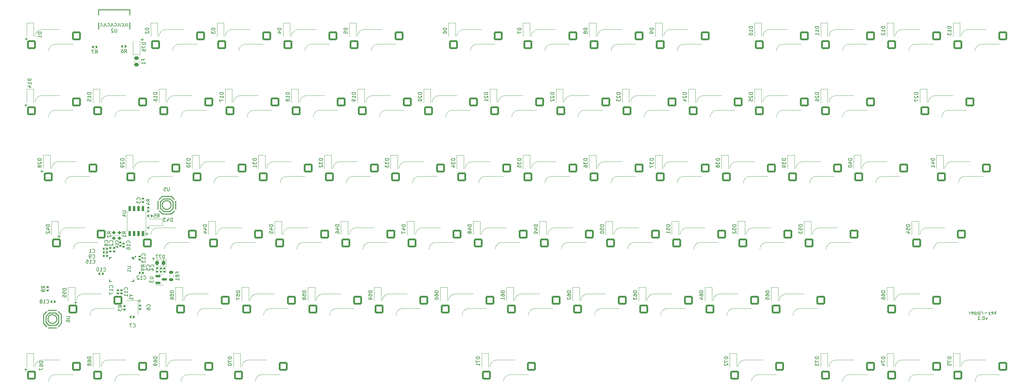
<source format=gbo>
G04 #@! TF.GenerationSoftware,KiCad,Pcbnew,(6.0.1-0)*
G04 #@! TF.CreationDate,2022-06-29T12:55:12+09:00*
G04 #@! TF.ProjectId,key-ripper,6b65792d-7269-4707-9065-722e6b696361,rev?*
G04 #@! TF.SameCoordinates,Original*
G04 #@! TF.FileFunction,Legend,Bot*
G04 #@! TF.FilePolarity,Positive*
%FSLAX46Y46*%
G04 Gerber Fmt 4.6, Leading zero omitted, Abs format (unit mm)*
G04 Created by KiCad (PCBNEW (6.0.1-0)) date 2022-06-29 12:55:12*
%MOMM*%
%LPD*%
G01*
G04 APERTURE LIST*
G04 Aperture macros list*
%AMRoundRect*
0 Rectangle with rounded corners*
0 $1 Rounding radius*
0 $2 $3 $4 $5 $6 $7 $8 $9 X,Y pos of 4 corners*
0 Add a 4 corners polygon primitive as box body*
4,1,4,$2,$3,$4,$5,$6,$7,$8,$9,$2,$3,0*
0 Add four circle primitives for the rounded corners*
1,1,$1+$1,$2,$3*
1,1,$1+$1,$4,$5*
1,1,$1+$1,$6,$7*
1,1,$1+$1,$8,$9*
0 Add four rect primitives between the rounded corners*
20,1,$1+$1,$2,$3,$4,$5,0*
20,1,$1+$1,$4,$5,$6,$7,0*
20,1,$1+$1,$6,$7,$8,$9,0*
20,1,$1+$1,$8,$9,$2,$3,0*%
G04 Aperture macros list end*
%ADD10C,0.150000*%
%ADD11C,0.130000*%
%ADD12C,0.120000*%
%ADD13C,0.254001*%
%ADD14C,0.059995*%
%ADD15C,1.750000*%
%ADD16C,3.050000*%
%ADD17C,4.000000*%
%ADD18RoundRect,0.250000X-1.025000X-1.000000X1.025000X-1.000000X1.025000X1.000000X-1.025000X1.000000X0*%
%ADD19C,2.200000*%
%ADD20C,3.048000*%
%ADD21C,3.987800*%
%ADD22R,1.700000X1.700000*%
%ADD23O,1.700000X1.700000*%
%ADD24R,1.200000X0.900000*%
%ADD25RoundRect,0.140000X0.140000X0.170000X-0.140000X0.170000X-0.140000X-0.170000X0.140000X-0.170000X0*%
%ADD26RoundRect,0.140000X0.170000X-0.140000X0.170000X0.140000X-0.170000X0.140000X-0.170000X-0.140000X0*%
%ADD27RoundRect,0.140000X-0.140000X-0.170000X0.140000X-0.170000X0.140000X0.170000X-0.140000X0.170000X0*%
%ADD28RoundRect,0.150000X-0.587500X-0.150000X0.587500X-0.150000X0.587500X0.150000X-0.587500X0.150000X0*%
%ADD29RoundRect,0.218750X-0.381250X0.218750X-0.381250X-0.218750X0.381250X-0.218750X0.381250X0.218750X0*%
%ADD30RoundRect,0.200000X0.275000X-0.200000X0.275000X0.200000X-0.275000X0.200000X-0.275000X-0.200000X0*%
%ADD31RoundRect,0.135000X0.185000X-0.135000X0.185000X0.135000X-0.185000X0.135000X-0.185000X-0.135000X0*%
%ADD32C,0.750013*%
%ADD33O,1.200000X1.800000*%
%ADD34O,1.200000X2.000000*%
%ADD35R,0.300000X1.300000*%
%ADD36R,0.900000X1.200000*%
%ADD37RoundRect,0.243750X0.243750X0.456250X-0.243750X0.456250X-0.243750X-0.456250X0.243750X-0.456250X0*%
%ADD38R,1.000000X1.700000*%
%ADD39RoundRect,0.140000X-0.170000X0.140000X-0.170000X-0.140000X0.170000X-0.140000X0.170000X0.140000X0*%
%ADD40RoundRect,0.135000X-0.185000X0.135000X-0.185000X-0.135000X0.185000X-0.135000X0.185000X0.135000X0*%
%ADD41RoundRect,0.135000X-0.135000X-0.185000X0.135000X-0.185000X0.135000X0.185000X-0.135000X0.185000X0*%
%ADD42RoundRect,0.135000X0.135000X0.185000X-0.135000X0.185000X-0.135000X-0.185000X0.135000X-0.185000X0*%
%ADD43RoundRect,0.243750X-0.456250X0.243750X-0.456250X-0.243750X0.456250X-0.243750X0.456250X0.243750X0*%
%ADD44R,1.200000X1.400000*%
%ADD45R,1.100000X0.200000*%
%ADD46R,0.200000X1.100000*%
%ADD47R,3.100000X3.100000*%
%ADD48R,1.700000X1.000000*%
%ADD49RoundRect,0.150000X0.150000X-0.650000X0.150000X0.650000X-0.150000X0.650000X-0.150000X-0.650000X0*%
G04 APERTURE END LIST*
D10*
X52857843Y-99925000D02*
G75*
G03*
X52857843Y-99925000I-282843J0D01*
G01*
X54957843Y-80625000D02*
G75*
G03*
X54957843Y-80625000I-282843J0D01*
G01*
X56194047Y-87696428D02*
X56955952Y-87696428D01*
X56575000Y-88077380D02*
X56575000Y-87315476D01*
X24094047Y-62496428D02*
X24855952Y-62496428D01*
X24475000Y-62877380D02*
X24475000Y-62115476D01*
D11*
X48970238Y-19886904D02*
X48970238Y-20458333D01*
X49008333Y-20572619D01*
X49084523Y-20648809D01*
X49198809Y-20686904D01*
X49275000Y-20686904D01*
X48208333Y-20686904D02*
X48589285Y-20686904D01*
X48589285Y-19886904D01*
X47484523Y-20610714D02*
X47522619Y-20648809D01*
X47636904Y-20686904D01*
X47713095Y-20686904D01*
X47827380Y-20648809D01*
X47903571Y-20572619D01*
X47941666Y-20496428D01*
X47979761Y-20344047D01*
X47979761Y-20229761D01*
X47941666Y-20077380D01*
X47903571Y-20001190D01*
X47827380Y-19925000D01*
X47713095Y-19886904D01*
X47636904Y-19886904D01*
X47522619Y-19925000D01*
X47484523Y-19963095D01*
X46913095Y-19886904D02*
X46913095Y-20458333D01*
X46951190Y-20572619D01*
X47027380Y-20648809D01*
X47141666Y-20686904D01*
X47217857Y-20686904D01*
X46151190Y-20686904D02*
X46532142Y-20686904D01*
X46532142Y-19886904D01*
X45427380Y-20610714D02*
X45465476Y-20648809D01*
X45579761Y-20686904D01*
X45655952Y-20686904D01*
X45770238Y-20648809D01*
X45846428Y-20572619D01*
X45884523Y-20496428D01*
X45922619Y-20344047D01*
X45922619Y-20229761D01*
X45884523Y-20077380D01*
X45846428Y-20001190D01*
X45770238Y-19925000D01*
X45655952Y-19886904D01*
X45579761Y-19886904D01*
X45465476Y-19925000D01*
X45427380Y-19963095D01*
X44855952Y-19886904D02*
X44855952Y-20458333D01*
X44894047Y-20572619D01*
X44970238Y-20648809D01*
X45084523Y-20686904D01*
X45160714Y-20686904D01*
X44094047Y-20686904D02*
X44475000Y-20686904D01*
X44475000Y-19886904D01*
X43370238Y-20610714D02*
X43408333Y-20648809D01*
X43522619Y-20686904D01*
X43598809Y-20686904D01*
X43713095Y-20648809D01*
X43789285Y-20572619D01*
X43827380Y-20496428D01*
X43865476Y-20344047D01*
X43865476Y-20229761D01*
X43827380Y-20077380D01*
X43789285Y-20001190D01*
X43713095Y-19925000D01*
X43598809Y-19886904D01*
X43522619Y-19886904D01*
X43408333Y-19925000D01*
X43370238Y-19963095D01*
X42798809Y-19886904D02*
X42798809Y-20458333D01*
X42836904Y-20572619D01*
X42913095Y-20648809D01*
X43027380Y-20686904D01*
X43103571Y-20686904D01*
X42036904Y-20686904D02*
X42417857Y-20686904D01*
X42417857Y-19886904D01*
X41313095Y-20610714D02*
X41351190Y-20648809D01*
X41465476Y-20686904D01*
X41541666Y-20686904D01*
X41655952Y-20648809D01*
X41732142Y-20572619D01*
X41770238Y-20496428D01*
X41808333Y-20344047D01*
X41808333Y-20229761D01*
X41770238Y-20077380D01*
X41732142Y-20001190D01*
X41655952Y-19925000D01*
X41541666Y-19886904D01*
X41465476Y-19886904D01*
X41351190Y-19925000D01*
X41313095Y-19963095D01*
D10*
X19494047Y-119696428D02*
X20255952Y-119696428D01*
X19875000Y-120077380D02*
X19875000Y-119315476D01*
X54694047Y-78796428D02*
X55455952Y-78796428D01*
X55075000Y-79177380D02*
X55075000Y-78415476D01*
X19594047Y-24396428D02*
X20355952Y-24396428D01*
X19975000Y-24777380D02*
X19975000Y-24015476D01*
X19494047Y-43496428D02*
X20255952Y-43496428D01*
X19875000Y-43877380D02*
X19875000Y-43115476D01*
X28994047Y-81296428D02*
X29755952Y-81296428D01*
X29375000Y-81677380D02*
X29375000Y-80915476D01*
X299060714Y-103722379D02*
X299060714Y-102722379D01*
X298965476Y-103341427D02*
X298679761Y-103722379D01*
X298679761Y-103055713D02*
X299060714Y-103436665D01*
X297870238Y-103674760D02*
X297965476Y-103722379D01*
X298155952Y-103722379D01*
X298251190Y-103674760D01*
X298298809Y-103579522D01*
X298298809Y-103198570D01*
X298251190Y-103103332D01*
X298155952Y-103055713D01*
X297965476Y-103055713D01*
X297870238Y-103103332D01*
X297822619Y-103198570D01*
X297822619Y-103293808D01*
X298298809Y-103389046D01*
X297489285Y-103055713D02*
X297251190Y-103722379D01*
X297013095Y-103055713D02*
X297251190Y-103722379D01*
X297346428Y-103960475D01*
X297394047Y-104008094D01*
X297489285Y-104055713D01*
X296632142Y-103341427D02*
X295870238Y-103341427D01*
X295394047Y-103722379D02*
X295394047Y-103055713D01*
X295394047Y-103246189D02*
X295346428Y-103150951D01*
X295298809Y-103103332D01*
X295203571Y-103055713D01*
X295108333Y-103055713D01*
X294775000Y-103722379D02*
X294775000Y-103055713D01*
X294775000Y-102722379D02*
X294822619Y-102769999D01*
X294775000Y-102817618D01*
X294727380Y-102769999D01*
X294775000Y-102722379D01*
X294775000Y-102817618D01*
X294298809Y-103055713D02*
X294298809Y-104055713D01*
X294298809Y-103103332D02*
X294203571Y-103055713D01*
X294013095Y-103055713D01*
X293917857Y-103103332D01*
X293870238Y-103150951D01*
X293822619Y-103246189D01*
X293822619Y-103531903D01*
X293870238Y-103627141D01*
X293917857Y-103674760D01*
X294013095Y-103722379D01*
X294203571Y-103722379D01*
X294298809Y-103674760D01*
X293394047Y-103055713D02*
X293394047Y-104055713D01*
X293394047Y-103103332D02*
X293298809Y-103055713D01*
X293108333Y-103055713D01*
X293013095Y-103103332D01*
X292965476Y-103150951D01*
X292917857Y-103246189D01*
X292917857Y-103531903D01*
X292965476Y-103627141D01*
X293013095Y-103674760D01*
X293108333Y-103722379D01*
X293298809Y-103722379D01*
X293394047Y-103674760D01*
X292108333Y-103674760D02*
X292203571Y-103722379D01*
X292394047Y-103722379D01*
X292489285Y-103674760D01*
X292536904Y-103579522D01*
X292536904Y-103198570D01*
X292489285Y-103103332D01*
X292394047Y-103055713D01*
X292203571Y-103055713D01*
X292108333Y-103103332D01*
X292060714Y-103198570D01*
X292060714Y-103293808D01*
X292536904Y-103389046D01*
X291632142Y-103722379D02*
X291632142Y-103055713D01*
X291632142Y-103246189D02*
X291584523Y-103150951D01*
X291536904Y-103103332D01*
X291441666Y-103055713D01*
X291346428Y-103055713D01*
X296703571Y-104665713D02*
X296465476Y-105332379D01*
X296227380Y-104665713D01*
X295655952Y-104332379D02*
X295560714Y-104332379D01*
X295465476Y-104379999D01*
X295417857Y-104427618D01*
X295370238Y-104522856D01*
X295322619Y-104713332D01*
X295322619Y-104951427D01*
X295370238Y-105141903D01*
X295417857Y-105237141D01*
X295465476Y-105284760D01*
X295560714Y-105332379D01*
X295655952Y-105332379D01*
X295751190Y-105284760D01*
X295798809Y-105237141D01*
X295846428Y-105141903D01*
X295894047Y-104951427D01*
X295894047Y-104713332D01*
X295846428Y-104522856D01*
X295798809Y-104427618D01*
X295751190Y-104379999D01*
X295655952Y-104332379D01*
X294894047Y-105237141D02*
X294846428Y-105284760D01*
X294894047Y-105332379D01*
X294941666Y-105284760D01*
X294894047Y-105237141D01*
X294894047Y-105332379D01*
X293894047Y-105332379D02*
X294465476Y-105332379D01*
X294179761Y-105332379D02*
X294179761Y-104332379D01*
X294275000Y-104475237D01*
X294370238Y-104570475D01*
X294465476Y-104618094D01*
X52994047Y-24596428D02*
X53755952Y-24596428D01*
X53375000Y-24977380D02*
X53375000Y-24215476D01*
X33794047Y-100396428D02*
X34555952Y-100396428D01*
X34175000Y-100777380D02*
X34175000Y-100015476D01*
X224314880Y-77960714D02*
X223314880Y-77960714D01*
X223314880Y-78198809D01*
X223362500Y-78341666D01*
X223457738Y-78436904D01*
X223552976Y-78484523D01*
X223743452Y-78532142D01*
X223886309Y-78532142D01*
X224076785Y-78484523D01*
X224172023Y-78436904D01*
X224267261Y-78341666D01*
X224314880Y-78198809D01*
X224314880Y-77960714D01*
X223314880Y-79436904D02*
X223314880Y-78960714D01*
X223791071Y-78913095D01*
X223743452Y-78960714D01*
X223695833Y-79055952D01*
X223695833Y-79294047D01*
X223743452Y-79389285D01*
X223791071Y-79436904D01*
X223886309Y-79484523D01*
X224124404Y-79484523D01*
X224219642Y-79436904D01*
X224267261Y-79389285D01*
X224314880Y-79294047D01*
X224314880Y-79055952D01*
X224267261Y-78960714D01*
X224219642Y-78913095D01*
X223410119Y-79865476D02*
X223362500Y-79913095D01*
X223314880Y-80008333D01*
X223314880Y-80246428D01*
X223362500Y-80341666D01*
X223410119Y-80389285D01*
X223505357Y-80436904D01*
X223600595Y-80436904D01*
X223743452Y-80389285D01*
X224314880Y-79817857D01*
X224314880Y-80436904D01*
X200502380Y-58910714D02*
X199502380Y-58910714D01*
X199502380Y-59148809D01*
X199550000Y-59291666D01*
X199645238Y-59386904D01*
X199740476Y-59434523D01*
X199930952Y-59482142D01*
X200073809Y-59482142D01*
X200264285Y-59434523D01*
X200359523Y-59386904D01*
X200454761Y-59291666D01*
X200502380Y-59148809D01*
X200502380Y-58910714D01*
X199502380Y-59815476D02*
X199502380Y-60434523D01*
X199883333Y-60101190D01*
X199883333Y-60244047D01*
X199930952Y-60339285D01*
X199978571Y-60386904D01*
X200073809Y-60434523D01*
X200311904Y-60434523D01*
X200407142Y-60386904D01*
X200454761Y-60339285D01*
X200502380Y-60244047D01*
X200502380Y-59958333D01*
X200454761Y-59863095D01*
X200407142Y-59815476D01*
X199502380Y-60767857D02*
X199502380Y-61434523D01*
X200502380Y-61005952D01*
X39041666Y-87482142D02*
X39089285Y-87529761D01*
X39232142Y-87577380D01*
X39327380Y-87577380D01*
X39470238Y-87529761D01*
X39565476Y-87434523D01*
X39613095Y-87339285D01*
X39660714Y-87148809D01*
X39660714Y-87005952D01*
X39613095Y-86815476D01*
X39565476Y-86720238D01*
X39470238Y-86625000D01*
X39327380Y-86577380D01*
X39232142Y-86577380D01*
X39089285Y-86625000D01*
X39041666Y-86672619D01*
X38565476Y-87577380D02*
X38375000Y-87577380D01*
X38279761Y-87529761D01*
X38232142Y-87482142D01*
X38136904Y-87339285D01*
X38089285Y-87148809D01*
X38089285Y-86767857D01*
X38136904Y-86672619D01*
X38184523Y-86625000D01*
X38279761Y-86577380D01*
X38470238Y-86577380D01*
X38565476Y-86625000D01*
X38613095Y-86672619D01*
X38660714Y-86767857D01*
X38660714Y-87005952D01*
X38613095Y-87101190D01*
X38565476Y-87148809D01*
X38470238Y-87196428D01*
X38279761Y-87196428D01*
X38184523Y-87148809D01*
X38136904Y-87101190D01*
X38089285Y-87005952D01*
X129064880Y-77960714D02*
X128064880Y-77960714D01*
X128064880Y-78198809D01*
X128112500Y-78341666D01*
X128207738Y-78436904D01*
X128302976Y-78484523D01*
X128493452Y-78532142D01*
X128636309Y-78532142D01*
X128826785Y-78484523D01*
X128922023Y-78436904D01*
X129017261Y-78341666D01*
X129064880Y-78198809D01*
X129064880Y-77960714D01*
X128398214Y-79389285D02*
X129064880Y-79389285D01*
X128017261Y-79151190D02*
X128731547Y-78913095D01*
X128731547Y-79532142D01*
X128064880Y-79817857D02*
X128064880Y-80484523D01*
X129064880Y-80055952D01*
X44802142Y-83068333D02*
X44849761Y-83020714D01*
X44897380Y-82877857D01*
X44897380Y-82782619D01*
X44849761Y-82639761D01*
X44754523Y-82544523D01*
X44659285Y-82496904D01*
X44468809Y-82449285D01*
X44325952Y-82449285D01*
X44135476Y-82496904D01*
X44040238Y-82544523D01*
X43945000Y-82639761D01*
X43897380Y-82782619D01*
X43897380Y-82877857D01*
X43945000Y-83020714D01*
X43992619Y-83068333D01*
X43992619Y-83449285D02*
X43945000Y-83496904D01*
X43897380Y-83592142D01*
X43897380Y-83830238D01*
X43945000Y-83925476D01*
X43992619Y-83973095D01*
X44087857Y-84020714D01*
X44183095Y-84020714D01*
X44325952Y-83973095D01*
X44897380Y-83401666D01*
X44897380Y-84020714D01*
X229077380Y-20810714D02*
X228077380Y-20810714D01*
X228077380Y-21048809D01*
X228125000Y-21191666D01*
X228220238Y-21286904D01*
X228315476Y-21334523D01*
X228505952Y-21382142D01*
X228648809Y-21382142D01*
X228839285Y-21334523D01*
X228934523Y-21286904D01*
X229029761Y-21191666D01*
X229077380Y-21048809D01*
X229077380Y-20810714D01*
X229077380Y-22334523D02*
X229077380Y-21763095D01*
X229077380Y-22048809D02*
X228077380Y-22048809D01*
X228220238Y-21953571D01*
X228315476Y-21858333D01*
X228363095Y-21763095D01*
X228077380Y-22953571D02*
X228077380Y-23048809D01*
X228125000Y-23144047D01*
X228172619Y-23191666D01*
X228267857Y-23239285D01*
X228458333Y-23286904D01*
X228696428Y-23286904D01*
X228886904Y-23239285D01*
X228982142Y-23191666D01*
X229029761Y-23144047D01*
X229077380Y-23048809D01*
X229077380Y-22953571D01*
X229029761Y-22858333D01*
X228982142Y-22810714D01*
X228886904Y-22763095D01*
X228696428Y-22715476D01*
X228458333Y-22715476D01*
X228267857Y-22763095D01*
X228172619Y-22810714D01*
X228125000Y-22858333D01*
X228077380Y-22953571D01*
X162402380Y-21286904D02*
X161402380Y-21286904D01*
X161402380Y-21525000D01*
X161450000Y-21667857D01*
X161545238Y-21763095D01*
X161640476Y-21810714D01*
X161830952Y-21858333D01*
X161973809Y-21858333D01*
X162164285Y-21810714D01*
X162259523Y-21763095D01*
X162354761Y-21667857D01*
X162402380Y-21525000D01*
X162402380Y-21286904D01*
X161402380Y-22191666D02*
X161402380Y-22858333D01*
X162402380Y-22429761D01*
X24327380Y-22436904D02*
X23327380Y-22436904D01*
X23327380Y-22675000D01*
X23375000Y-22817857D01*
X23470238Y-22913095D01*
X23565476Y-22960714D01*
X23755952Y-23008333D01*
X23898809Y-23008333D01*
X24089285Y-22960714D01*
X24184523Y-22913095D01*
X24279761Y-22817857D01*
X24327380Y-22675000D01*
X24327380Y-22436904D01*
X24327380Y-23960714D02*
X24327380Y-23389285D01*
X24327380Y-23675000D02*
X23327380Y-23675000D01*
X23470238Y-23579761D01*
X23565476Y-23484523D01*
X23613095Y-23389285D01*
X67152380Y-58910714D02*
X66152380Y-58910714D01*
X66152380Y-59148809D01*
X66200000Y-59291666D01*
X66295238Y-59386904D01*
X66390476Y-59434523D01*
X66580952Y-59482142D01*
X66723809Y-59482142D01*
X66914285Y-59434523D01*
X67009523Y-59386904D01*
X67104761Y-59291666D01*
X67152380Y-59148809D01*
X67152380Y-58910714D01*
X66152380Y-59815476D02*
X66152380Y-60434523D01*
X66533333Y-60101190D01*
X66533333Y-60244047D01*
X66580952Y-60339285D01*
X66628571Y-60386904D01*
X66723809Y-60434523D01*
X66961904Y-60434523D01*
X67057142Y-60386904D01*
X67104761Y-60339285D01*
X67152380Y-60244047D01*
X67152380Y-59958333D01*
X67104761Y-59863095D01*
X67057142Y-59815476D01*
X66152380Y-61053571D02*
X66152380Y-61148809D01*
X66200000Y-61244047D01*
X66247619Y-61291666D01*
X66342857Y-61339285D01*
X66533333Y-61386904D01*
X66771428Y-61386904D01*
X66961904Y-61339285D01*
X67057142Y-61291666D01*
X67104761Y-61244047D01*
X67152380Y-61148809D01*
X67152380Y-61053571D01*
X67104761Y-60958333D01*
X67057142Y-60910714D01*
X66961904Y-60863095D01*
X66771428Y-60815476D01*
X66533333Y-60815476D01*
X66342857Y-60863095D01*
X66247619Y-60910714D01*
X66200000Y-60958333D01*
X66152380Y-61053571D01*
X39041666Y-85882142D02*
X39089285Y-85929761D01*
X39232142Y-85977380D01*
X39327380Y-85977380D01*
X39470238Y-85929761D01*
X39565476Y-85834523D01*
X39613095Y-85739285D01*
X39660714Y-85548809D01*
X39660714Y-85405952D01*
X39613095Y-85215476D01*
X39565476Y-85120238D01*
X39470238Y-85025000D01*
X39327380Y-84977380D01*
X39232142Y-84977380D01*
X39089285Y-85025000D01*
X39041666Y-85072619D01*
X38089285Y-85977380D02*
X38660714Y-85977380D01*
X38375000Y-85977380D02*
X38375000Y-84977380D01*
X38470238Y-85120238D01*
X38565476Y-85215476D01*
X38660714Y-85263095D01*
X110014880Y-77960714D02*
X109014880Y-77960714D01*
X109014880Y-78198809D01*
X109062500Y-78341666D01*
X109157738Y-78436904D01*
X109252976Y-78484523D01*
X109443452Y-78532142D01*
X109586309Y-78532142D01*
X109776785Y-78484523D01*
X109872023Y-78436904D01*
X109967261Y-78341666D01*
X110014880Y-78198809D01*
X110014880Y-77960714D01*
X109348214Y-79389285D02*
X110014880Y-79389285D01*
X108967261Y-79151190D02*
X109681547Y-78913095D01*
X109681547Y-79532142D01*
X109014880Y-80341666D02*
X109014880Y-80151190D01*
X109062500Y-80055952D01*
X109110119Y-80008333D01*
X109252976Y-79913095D01*
X109443452Y-79865476D01*
X109824404Y-79865476D01*
X109919642Y-79913095D01*
X109967261Y-79960714D01*
X110014880Y-80055952D01*
X110014880Y-80246428D01*
X109967261Y-80341666D01*
X109919642Y-80389285D01*
X109824404Y-80436904D01*
X109586309Y-80436904D01*
X109491071Y-80389285D01*
X109443452Y-80341666D01*
X109395833Y-80246428D01*
X109395833Y-80055952D01*
X109443452Y-79960714D01*
X109491071Y-79913095D01*
X109586309Y-79865476D01*
X86202380Y-58910714D02*
X85202380Y-58910714D01*
X85202380Y-59148809D01*
X85250000Y-59291666D01*
X85345238Y-59386904D01*
X85440476Y-59434523D01*
X85630952Y-59482142D01*
X85773809Y-59482142D01*
X85964285Y-59434523D01*
X86059523Y-59386904D01*
X86154761Y-59291666D01*
X86202380Y-59148809D01*
X86202380Y-58910714D01*
X85202380Y-59815476D02*
X85202380Y-60434523D01*
X85583333Y-60101190D01*
X85583333Y-60244047D01*
X85630952Y-60339285D01*
X85678571Y-60386904D01*
X85773809Y-60434523D01*
X86011904Y-60434523D01*
X86107142Y-60386904D01*
X86154761Y-60339285D01*
X86202380Y-60244047D01*
X86202380Y-59958333D01*
X86154761Y-59863095D01*
X86107142Y-59815476D01*
X86202380Y-61386904D02*
X86202380Y-60815476D01*
X86202380Y-61101190D02*
X85202380Y-61101190D01*
X85345238Y-61005952D01*
X85440476Y-60910714D01*
X85488095Y-60815476D01*
X267177380Y-20810714D02*
X266177380Y-20810714D01*
X266177380Y-21048809D01*
X266225000Y-21191666D01*
X266320238Y-21286904D01*
X266415476Y-21334523D01*
X266605952Y-21382142D01*
X266748809Y-21382142D01*
X266939285Y-21334523D01*
X267034523Y-21286904D01*
X267129761Y-21191666D01*
X267177380Y-21048809D01*
X267177380Y-20810714D01*
X267177380Y-22334523D02*
X267177380Y-21763095D01*
X267177380Y-22048809D02*
X266177380Y-22048809D01*
X266320238Y-21953571D01*
X266415476Y-21858333D01*
X266463095Y-21763095D01*
X266272619Y-22715476D02*
X266225000Y-22763095D01*
X266177380Y-22858333D01*
X266177380Y-23096428D01*
X266225000Y-23191666D01*
X266272619Y-23239285D01*
X266367857Y-23286904D01*
X266463095Y-23286904D01*
X266605952Y-23239285D01*
X267177380Y-22667857D01*
X267177380Y-23286904D01*
X25817857Y-100482142D02*
X25865476Y-100529761D01*
X26008333Y-100577380D01*
X26103571Y-100577380D01*
X26246428Y-100529761D01*
X26341666Y-100434523D01*
X26389285Y-100339285D01*
X26436904Y-100148809D01*
X26436904Y-100005952D01*
X26389285Y-99815476D01*
X26341666Y-99720238D01*
X26246428Y-99625000D01*
X26103571Y-99577380D01*
X26008333Y-99577380D01*
X25865476Y-99625000D01*
X25817857Y-99672619D01*
X24865476Y-100577380D02*
X25436904Y-100577380D01*
X25151190Y-100577380D02*
X25151190Y-99577380D01*
X25246428Y-99720238D01*
X25341666Y-99815476D01*
X25436904Y-99863095D01*
X24294047Y-100005952D02*
X24389285Y-99958333D01*
X24436904Y-99910714D01*
X24484523Y-99815476D01*
X24484523Y-99767857D01*
X24436904Y-99672619D01*
X24389285Y-99625000D01*
X24294047Y-99577380D01*
X24103571Y-99577380D01*
X24008333Y-99625000D01*
X23960714Y-99672619D01*
X23913095Y-99767857D01*
X23913095Y-99815476D01*
X23960714Y-99910714D01*
X24008333Y-99958333D01*
X24103571Y-100005952D01*
X24294047Y-100005952D01*
X24389285Y-100053571D01*
X24436904Y-100101190D01*
X24484523Y-100196428D01*
X24484523Y-100386904D01*
X24436904Y-100482142D01*
X24389285Y-100529761D01*
X24294047Y-100577380D01*
X24103571Y-100577380D01*
X24008333Y-100529761D01*
X23960714Y-100482142D01*
X23913095Y-100386904D01*
X23913095Y-100196428D01*
X23960714Y-100101190D01*
X24008333Y-100053571D01*
X24103571Y-100005952D01*
X105252380Y-58910714D02*
X104252380Y-58910714D01*
X104252380Y-59148809D01*
X104300000Y-59291666D01*
X104395238Y-59386904D01*
X104490476Y-59434523D01*
X104680952Y-59482142D01*
X104823809Y-59482142D01*
X105014285Y-59434523D01*
X105109523Y-59386904D01*
X105204761Y-59291666D01*
X105252380Y-59148809D01*
X105252380Y-58910714D01*
X104252380Y-59815476D02*
X104252380Y-60434523D01*
X104633333Y-60101190D01*
X104633333Y-60244047D01*
X104680952Y-60339285D01*
X104728571Y-60386904D01*
X104823809Y-60434523D01*
X105061904Y-60434523D01*
X105157142Y-60386904D01*
X105204761Y-60339285D01*
X105252380Y-60244047D01*
X105252380Y-59958333D01*
X105204761Y-59863095D01*
X105157142Y-59815476D01*
X104347619Y-60815476D02*
X104300000Y-60863095D01*
X104252380Y-60958333D01*
X104252380Y-61196428D01*
X104300000Y-61291666D01*
X104347619Y-61339285D01*
X104442857Y-61386904D01*
X104538095Y-61386904D01*
X104680952Y-61339285D01*
X105252380Y-60767857D01*
X105252380Y-61386904D01*
X248127380Y-20810714D02*
X247127380Y-20810714D01*
X247127380Y-21048809D01*
X247175000Y-21191666D01*
X247270238Y-21286904D01*
X247365476Y-21334523D01*
X247555952Y-21382142D01*
X247698809Y-21382142D01*
X247889285Y-21334523D01*
X247984523Y-21286904D01*
X248079761Y-21191666D01*
X248127380Y-21048809D01*
X248127380Y-20810714D01*
X248127380Y-22334523D02*
X248127380Y-21763095D01*
X248127380Y-22048809D02*
X247127380Y-22048809D01*
X247270238Y-21953571D01*
X247365476Y-21858333D01*
X247413095Y-21763095D01*
X248127380Y-23286904D02*
X248127380Y-22715476D01*
X248127380Y-23001190D02*
X247127380Y-23001190D01*
X247270238Y-22905952D01*
X247365476Y-22810714D01*
X247413095Y-22715476D01*
X133827380Y-39860714D02*
X132827380Y-39860714D01*
X132827380Y-40098809D01*
X132875000Y-40241666D01*
X132970238Y-40336904D01*
X133065476Y-40384523D01*
X133255952Y-40432142D01*
X133398809Y-40432142D01*
X133589285Y-40384523D01*
X133684523Y-40336904D01*
X133779761Y-40241666D01*
X133827380Y-40098809D01*
X133827380Y-39860714D01*
X132922619Y-40813095D02*
X132875000Y-40860714D01*
X132827380Y-40955952D01*
X132827380Y-41194047D01*
X132875000Y-41289285D01*
X132922619Y-41336904D01*
X133017857Y-41384523D01*
X133113095Y-41384523D01*
X133255952Y-41336904D01*
X133827380Y-40765476D01*
X133827380Y-41384523D01*
X132827380Y-42003571D02*
X132827380Y-42098809D01*
X132875000Y-42194047D01*
X132922619Y-42241666D01*
X133017857Y-42289285D01*
X133208333Y-42336904D01*
X133446428Y-42336904D01*
X133636904Y-42289285D01*
X133732142Y-42241666D01*
X133779761Y-42194047D01*
X133827380Y-42098809D01*
X133827380Y-42003571D01*
X133779761Y-41908333D01*
X133732142Y-41860714D01*
X133636904Y-41813095D01*
X133446428Y-41765476D01*
X133208333Y-41765476D01*
X133017857Y-41813095D01*
X132922619Y-41860714D01*
X132875000Y-41908333D01*
X132827380Y-42003571D01*
X55502380Y-92988095D02*
X56311904Y-92988095D01*
X56407142Y-93035714D01*
X56454761Y-93083333D01*
X56502380Y-93178571D01*
X56502380Y-93369047D01*
X56454761Y-93464285D01*
X56407142Y-93511904D01*
X56311904Y-93559523D01*
X55502380Y-93559523D01*
X55502380Y-93940476D02*
X55502380Y-94559523D01*
X55883333Y-94226190D01*
X55883333Y-94369047D01*
X55930952Y-94464285D01*
X55978571Y-94511904D01*
X56073809Y-94559523D01*
X56311904Y-94559523D01*
X56407142Y-94511904D01*
X56454761Y-94464285D01*
X56502380Y-94369047D01*
X56502380Y-94083333D01*
X56454761Y-93988095D01*
X56407142Y-93940476D01*
X63403571Y-91891666D02*
X63403571Y-91558333D01*
X63927380Y-91558333D02*
X62927380Y-91558333D01*
X62927380Y-92034523D01*
X63403571Y-92748809D02*
X63451190Y-92891666D01*
X63498809Y-92939285D01*
X63594047Y-92986904D01*
X63736904Y-92986904D01*
X63832142Y-92939285D01*
X63879761Y-92891666D01*
X63927380Y-92796428D01*
X63927380Y-92415476D01*
X62927380Y-92415476D01*
X62927380Y-92748809D01*
X62975000Y-92844047D01*
X63022619Y-92891666D01*
X63117857Y-92939285D01*
X63213095Y-92939285D01*
X63308333Y-92891666D01*
X63355952Y-92844047D01*
X63403571Y-92748809D01*
X63403571Y-92415476D01*
X63927380Y-93939285D02*
X63927380Y-93367857D01*
X63927380Y-93653571D02*
X62927380Y-93653571D01*
X63070238Y-93558333D01*
X63165476Y-93463095D01*
X63213095Y-93367857D01*
X200502380Y-21286904D02*
X199502380Y-21286904D01*
X199502380Y-21525000D01*
X199550000Y-21667857D01*
X199645238Y-21763095D01*
X199740476Y-21810714D01*
X199930952Y-21858333D01*
X200073809Y-21858333D01*
X200264285Y-21810714D01*
X200359523Y-21763095D01*
X200454761Y-21667857D01*
X200502380Y-21525000D01*
X200502380Y-21286904D01*
X200502380Y-22334523D02*
X200502380Y-22525000D01*
X200454761Y-22620238D01*
X200407142Y-22667857D01*
X200264285Y-22763095D01*
X200073809Y-22810714D01*
X199692857Y-22810714D01*
X199597619Y-22763095D01*
X199550000Y-22715476D01*
X199502380Y-22620238D01*
X199502380Y-22429761D01*
X199550000Y-22334523D01*
X199597619Y-22286904D01*
X199692857Y-22239285D01*
X199930952Y-22239285D01*
X200026190Y-22286904D01*
X200073809Y-22334523D01*
X200121428Y-22429761D01*
X200121428Y-22620238D01*
X200073809Y-22715476D01*
X200026190Y-22763095D01*
X199930952Y-22810714D01*
X167164880Y-77960714D02*
X166164880Y-77960714D01*
X166164880Y-78198809D01*
X166212500Y-78341666D01*
X166307738Y-78436904D01*
X166402976Y-78484523D01*
X166593452Y-78532142D01*
X166736309Y-78532142D01*
X166926785Y-78484523D01*
X167022023Y-78436904D01*
X167117261Y-78341666D01*
X167164880Y-78198809D01*
X167164880Y-77960714D01*
X166498214Y-79389285D02*
X167164880Y-79389285D01*
X166117261Y-79151190D02*
X166831547Y-78913095D01*
X166831547Y-79532142D01*
X167164880Y-79960714D02*
X167164880Y-80151190D01*
X167117261Y-80246428D01*
X167069642Y-80294047D01*
X166926785Y-80389285D01*
X166736309Y-80436904D01*
X166355357Y-80436904D01*
X166260119Y-80389285D01*
X166212500Y-80341666D01*
X166164880Y-80246428D01*
X166164880Y-80055952D01*
X166212500Y-79960714D01*
X166260119Y-79913095D01*
X166355357Y-79865476D01*
X166593452Y-79865476D01*
X166688690Y-79913095D01*
X166736309Y-79960714D01*
X166783928Y-80055952D01*
X166783928Y-80246428D01*
X166736309Y-80341666D01*
X166688690Y-80389285D01*
X166593452Y-80436904D01*
X148114880Y-77960714D02*
X147114880Y-77960714D01*
X147114880Y-78198809D01*
X147162500Y-78341666D01*
X147257738Y-78436904D01*
X147352976Y-78484523D01*
X147543452Y-78532142D01*
X147686309Y-78532142D01*
X147876785Y-78484523D01*
X147972023Y-78436904D01*
X148067261Y-78341666D01*
X148114880Y-78198809D01*
X148114880Y-77960714D01*
X147448214Y-79389285D02*
X148114880Y-79389285D01*
X147067261Y-79151190D02*
X147781547Y-78913095D01*
X147781547Y-79532142D01*
X147543452Y-80055952D02*
X147495833Y-79960714D01*
X147448214Y-79913095D01*
X147352976Y-79865476D01*
X147305357Y-79865476D01*
X147210119Y-79913095D01*
X147162500Y-79960714D01*
X147114880Y-80055952D01*
X147114880Y-80246428D01*
X147162500Y-80341666D01*
X147210119Y-80389285D01*
X147305357Y-80436904D01*
X147352976Y-80436904D01*
X147448214Y-80389285D01*
X147495833Y-80341666D01*
X147543452Y-80246428D01*
X147543452Y-80055952D01*
X147591071Y-79960714D01*
X147638690Y-79913095D01*
X147733928Y-79865476D01*
X147924404Y-79865476D01*
X148019642Y-79913095D01*
X148067261Y-79960714D01*
X148114880Y-80055952D01*
X148114880Y-80246428D01*
X148067261Y-80341666D01*
X148019642Y-80389285D01*
X147924404Y-80436904D01*
X147733928Y-80436904D01*
X147638690Y-80389285D01*
X147591071Y-80341666D01*
X147543452Y-80246428D01*
X54327380Y-25460714D02*
X53327380Y-25460714D01*
X53327380Y-25698809D01*
X53375000Y-25841666D01*
X53470238Y-25936904D01*
X53565476Y-25984523D01*
X53755952Y-26032142D01*
X53898809Y-26032142D01*
X54089285Y-25984523D01*
X54184523Y-25936904D01*
X54279761Y-25841666D01*
X54327380Y-25698809D01*
X54327380Y-25460714D01*
X53327380Y-26365476D02*
X53327380Y-27032142D01*
X54327380Y-26603571D01*
X53327380Y-27841666D02*
X53327380Y-27651190D01*
X53375000Y-27555952D01*
X53422619Y-27508333D01*
X53565476Y-27413095D01*
X53755952Y-27365476D01*
X54136904Y-27365476D01*
X54232142Y-27413095D01*
X54279761Y-27460714D01*
X54327380Y-27555952D01*
X54327380Y-27746428D01*
X54279761Y-27841666D01*
X54232142Y-27889285D01*
X54136904Y-27936904D01*
X53898809Y-27936904D01*
X53803571Y-27889285D01*
X53755952Y-27841666D01*
X53708333Y-27746428D01*
X53708333Y-27555952D01*
X53755952Y-27460714D01*
X53803571Y-27413095D01*
X53898809Y-27365476D01*
X93346130Y-21286904D02*
X92346130Y-21286904D01*
X92346130Y-21525000D01*
X92393750Y-21667857D01*
X92488988Y-21763095D01*
X92584226Y-21810714D01*
X92774702Y-21858333D01*
X92917559Y-21858333D01*
X93108035Y-21810714D01*
X93203273Y-21763095D01*
X93298511Y-21667857D01*
X93346130Y-21525000D01*
X93346130Y-21286904D01*
X92679464Y-22715476D02*
X93346130Y-22715476D01*
X92298511Y-22477380D02*
X93012797Y-22239285D01*
X93012797Y-22858333D01*
X267177380Y-97010714D02*
X266177380Y-97010714D01*
X266177380Y-97248809D01*
X266225000Y-97391666D01*
X266320238Y-97486904D01*
X266415476Y-97534523D01*
X266605952Y-97582142D01*
X266748809Y-97582142D01*
X266939285Y-97534523D01*
X267034523Y-97486904D01*
X267129761Y-97391666D01*
X267177380Y-97248809D01*
X267177380Y-97010714D01*
X266177380Y-98439285D02*
X266177380Y-98248809D01*
X266225000Y-98153571D01*
X266272619Y-98105952D01*
X266415476Y-98010714D01*
X266605952Y-97963095D01*
X266986904Y-97963095D01*
X267082142Y-98010714D01*
X267129761Y-98058333D01*
X267177380Y-98153571D01*
X267177380Y-98344047D01*
X267129761Y-98439285D01*
X267082142Y-98486904D01*
X266986904Y-98534523D01*
X266748809Y-98534523D01*
X266653571Y-98486904D01*
X266605952Y-98439285D01*
X266558333Y-98344047D01*
X266558333Y-98153571D01*
X266605952Y-98058333D01*
X266653571Y-98010714D01*
X266748809Y-97963095D01*
X266177380Y-99391666D02*
X266177380Y-99201190D01*
X266225000Y-99105952D01*
X266272619Y-99058333D01*
X266415476Y-98963095D01*
X266605952Y-98915476D01*
X266986904Y-98915476D01*
X267082142Y-98963095D01*
X267129761Y-99010714D01*
X267177380Y-99105952D01*
X267177380Y-99296428D01*
X267129761Y-99391666D01*
X267082142Y-99439285D01*
X266986904Y-99486904D01*
X266748809Y-99486904D01*
X266653571Y-99439285D01*
X266605952Y-99391666D01*
X266558333Y-99296428D01*
X266558333Y-99105952D01*
X266605952Y-99010714D01*
X266653571Y-98963095D01*
X266748809Y-98915476D01*
X48627380Y-80558333D02*
X48151190Y-80225000D01*
X48627380Y-79986904D02*
X47627380Y-79986904D01*
X47627380Y-80367857D01*
X47675000Y-80463095D01*
X47722619Y-80510714D01*
X47817857Y-80558333D01*
X47960714Y-80558333D01*
X48055952Y-80510714D01*
X48103571Y-80463095D01*
X48151190Y-80367857D01*
X48151190Y-79986904D01*
X48627380Y-81510714D02*
X48627380Y-80939285D01*
X48627380Y-81225000D02*
X47627380Y-81225000D01*
X47770238Y-81129761D01*
X47865476Y-81034523D01*
X47913095Y-80939285D01*
X25327380Y-96258333D02*
X24851190Y-95925000D01*
X25327380Y-95686904D02*
X24327380Y-95686904D01*
X24327380Y-96067857D01*
X24375000Y-96163095D01*
X24422619Y-96210714D01*
X24517857Y-96258333D01*
X24660714Y-96258333D01*
X24755952Y-96210714D01*
X24803571Y-96163095D01*
X24851190Y-96067857D01*
X24851190Y-95686904D01*
X24755952Y-96829761D02*
X24708333Y-96734523D01*
X24660714Y-96686904D01*
X24565476Y-96639285D01*
X24517857Y-96639285D01*
X24422619Y-96686904D01*
X24375000Y-96734523D01*
X24327380Y-96829761D01*
X24327380Y-97020238D01*
X24375000Y-97115476D01*
X24422619Y-97163095D01*
X24517857Y-97210714D01*
X24565476Y-97210714D01*
X24660714Y-97163095D01*
X24708333Y-97115476D01*
X24755952Y-97020238D01*
X24755952Y-96829761D01*
X24803571Y-96734523D01*
X24851190Y-96686904D01*
X24946428Y-96639285D01*
X25136904Y-96639285D01*
X25232142Y-96686904D01*
X25279761Y-96734523D01*
X25327380Y-96829761D01*
X25327380Y-97020238D01*
X25279761Y-97115476D01*
X25232142Y-97163095D01*
X25136904Y-97210714D01*
X24946428Y-97210714D01*
X24851190Y-97163095D01*
X24803571Y-97115476D01*
X24755952Y-97020238D01*
X112396130Y-21286904D02*
X111396130Y-21286904D01*
X111396130Y-21525000D01*
X111443750Y-21667857D01*
X111538988Y-21763095D01*
X111634226Y-21810714D01*
X111824702Y-21858333D01*
X111967559Y-21858333D01*
X112158035Y-21810714D01*
X112253273Y-21763095D01*
X112348511Y-21667857D01*
X112396130Y-21525000D01*
X112396130Y-21286904D01*
X111396130Y-22763095D02*
X111396130Y-22286904D01*
X111872321Y-22239285D01*
X111824702Y-22286904D01*
X111777083Y-22382142D01*
X111777083Y-22620238D01*
X111824702Y-22715476D01*
X111872321Y-22763095D01*
X111967559Y-22810714D01*
X112205654Y-22810714D01*
X112300892Y-22763095D01*
X112348511Y-22715476D01*
X112396130Y-22620238D01*
X112396130Y-22382142D01*
X112348511Y-22286904D01*
X112300892Y-22239285D01*
X54052380Y-90158333D02*
X53576190Y-89825000D01*
X54052380Y-89586904D02*
X53052380Y-89586904D01*
X53052380Y-89967857D01*
X53100000Y-90063095D01*
X53147619Y-90110714D01*
X53242857Y-90158333D01*
X53385714Y-90158333D01*
X53480952Y-90110714D01*
X53528571Y-90063095D01*
X53576190Y-89967857D01*
X53576190Y-89586904D01*
X54052380Y-90634523D02*
X54052380Y-90825000D01*
X54004761Y-90920238D01*
X53957142Y-90967857D01*
X53814285Y-91063095D01*
X53623809Y-91110714D01*
X53242857Y-91110714D01*
X53147619Y-91063095D01*
X53100000Y-91015476D01*
X53052380Y-90920238D01*
X53052380Y-90729761D01*
X53100000Y-90634523D01*
X53147619Y-90586904D01*
X53242857Y-90539285D01*
X53480952Y-90539285D01*
X53576190Y-90586904D01*
X53623809Y-90634523D01*
X53671428Y-90729761D01*
X53671428Y-90920238D01*
X53623809Y-91015476D01*
X53576190Y-91063095D01*
X53480952Y-91110714D01*
X46036904Y-21477380D02*
X46036904Y-22286904D01*
X45989285Y-22382142D01*
X45941666Y-22429761D01*
X45846428Y-22477380D01*
X45655952Y-22477380D01*
X45560714Y-22429761D01*
X45513095Y-22382142D01*
X45465476Y-22286904D01*
X45465476Y-21477380D01*
X45036904Y-21572619D02*
X44989285Y-21525000D01*
X44894047Y-21477380D01*
X44655952Y-21477380D01*
X44560714Y-21525000D01*
X44513095Y-21572619D01*
X44465476Y-21667857D01*
X44465476Y-21763095D01*
X44513095Y-21905952D01*
X45084523Y-22477380D01*
X44465476Y-22477380D01*
X61989285Y-76977380D02*
X61989285Y-75977380D01*
X61751190Y-75977380D01*
X61608333Y-76025000D01*
X61513095Y-76120238D01*
X61465476Y-76215476D01*
X61417857Y-76405952D01*
X61417857Y-76548809D01*
X61465476Y-76739285D01*
X61513095Y-76834523D01*
X61608333Y-76929761D01*
X61751190Y-76977380D01*
X61989285Y-76977380D01*
X60560714Y-76310714D02*
X60560714Y-76977380D01*
X60798809Y-75929761D02*
X61036904Y-76644047D01*
X60417857Y-76644047D01*
X60132142Y-75977380D02*
X59513095Y-75977380D01*
X59846428Y-76358333D01*
X59703571Y-76358333D01*
X59608333Y-76405952D01*
X59560714Y-76453571D01*
X59513095Y-76548809D01*
X59513095Y-76786904D01*
X59560714Y-76882142D01*
X59608333Y-76929761D01*
X59703571Y-76977380D01*
X59989285Y-76977380D01*
X60084523Y-76929761D01*
X60132142Y-76882142D01*
X171927380Y-39860714D02*
X170927380Y-39860714D01*
X170927380Y-40098809D01*
X170975000Y-40241666D01*
X171070238Y-40336904D01*
X171165476Y-40384523D01*
X171355952Y-40432142D01*
X171498809Y-40432142D01*
X171689285Y-40384523D01*
X171784523Y-40336904D01*
X171879761Y-40241666D01*
X171927380Y-40098809D01*
X171927380Y-39860714D01*
X171022619Y-40813095D02*
X170975000Y-40860714D01*
X170927380Y-40955952D01*
X170927380Y-41194047D01*
X170975000Y-41289285D01*
X171022619Y-41336904D01*
X171117857Y-41384523D01*
X171213095Y-41384523D01*
X171355952Y-41336904D01*
X171927380Y-40765476D01*
X171927380Y-41384523D01*
X171022619Y-41765476D02*
X170975000Y-41813095D01*
X170927380Y-41908333D01*
X170927380Y-42146428D01*
X170975000Y-42241666D01*
X171022619Y-42289285D01*
X171117857Y-42336904D01*
X171213095Y-42336904D01*
X171355952Y-42289285D01*
X171927380Y-41717857D01*
X171927380Y-42336904D01*
X59764285Y-87702380D02*
X59764285Y-86702380D01*
X59526190Y-86702380D01*
X59383333Y-86750000D01*
X59288095Y-86845238D01*
X59240476Y-86940476D01*
X59192857Y-87130952D01*
X59192857Y-87273809D01*
X59240476Y-87464285D01*
X59288095Y-87559523D01*
X59383333Y-87654761D01*
X59526190Y-87702380D01*
X59764285Y-87702380D01*
X58859523Y-86702380D02*
X58192857Y-86702380D01*
X58621428Y-87702380D01*
X57907142Y-86702380D02*
X57240476Y-86702380D01*
X57669047Y-87702380D01*
X74296130Y-21286904D02*
X73296130Y-21286904D01*
X73296130Y-21525000D01*
X73343750Y-21667857D01*
X73438988Y-21763095D01*
X73534226Y-21810714D01*
X73724702Y-21858333D01*
X73867559Y-21858333D01*
X74058035Y-21810714D01*
X74153273Y-21763095D01*
X74248511Y-21667857D01*
X74296130Y-21525000D01*
X74296130Y-21286904D01*
X73296130Y-22191666D02*
X73296130Y-22810714D01*
X73677083Y-22477380D01*
X73677083Y-22620238D01*
X73724702Y-22715476D01*
X73772321Y-22763095D01*
X73867559Y-22810714D01*
X74105654Y-22810714D01*
X74200892Y-22763095D01*
X74248511Y-22715476D01*
X74296130Y-22620238D01*
X74296130Y-22334523D01*
X74248511Y-22239285D01*
X74200892Y-22191666D01*
X181452380Y-21286904D02*
X180452380Y-21286904D01*
X180452380Y-21525000D01*
X180500000Y-21667857D01*
X180595238Y-21763095D01*
X180690476Y-21810714D01*
X180880952Y-21858333D01*
X181023809Y-21858333D01*
X181214285Y-21810714D01*
X181309523Y-21763095D01*
X181404761Y-21667857D01*
X181452380Y-21525000D01*
X181452380Y-21286904D01*
X180880952Y-22429761D02*
X180833333Y-22334523D01*
X180785714Y-22286904D01*
X180690476Y-22239285D01*
X180642857Y-22239285D01*
X180547619Y-22286904D01*
X180500000Y-22334523D01*
X180452380Y-22429761D01*
X180452380Y-22620238D01*
X180500000Y-22715476D01*
X180547619Y-22763095D01*
X180642857Y-22810714D01*
X180690476Y-22810714D01*
X180785714Y-22763095D01*
X180833333Y-22715476D01*
X180880952Y-22620238D01*
X180880952Y-22429761D01*
X180928571Y-22334523D01*
X180976190Y-22286904D01*
X181071428Y-22239285D01*
X181261904Y-22239285D01*
X181357142Y-22286904D01*
X181404761Y-22334523D01*
X181452380Y-22429761D01*
X181452380Y-22620238D01*
X181404761Y-22715476D01*
X181357142Y-22763095D01*
X181261904Y-22810714D01*
X181071428Y-22810714D01*
X180976190Y-22763095D01*
X180928571Y-22715476D01*
X180880952Y-22620238D01*
X286227380Y-20810714D02*
X285227380Y-20810714D01*
X285227380Y-21048809D01*
X285275000Y-21191666D01*
X285370238Y-21286904D01*
X285465476Y-21334523D01*
X285655952Y-21382142D01*
X285798809Y-21382142D01*
X285989285Y-21334523D01*
X286084523Y-21286904D01*
X286179761Y-21191666D01*
X286227380Y-21048809D01*
X286227380Y-20810714D01*
X286227380Y-22334523D02*
X286227380Y-21763095D01*
X286227380Y-22048809D02*
X285227380Y-22048809D01*
X285370238Y-21953571D01*
X285465476Y-21858333D01*
X285513095Y-21763095D01*
X285227380Y-22667857D02*
X285227380Y-23286904D01*
X285608333Y-22953571D01*
X285608333Y-23096428D01*
X285655952Y-23191666D01*
X285703571Y-23239285D01*
X285798809Y-23286904D01*
X286036904Y-23286904D01*
X286132142Y-23239285D01*
X286179761Y-23191666D01*
X286227380Y-23096428D01*
X286227380Y-22810714D01*
X286179761Y-22715476D01*
X286132142Y-22667857D01*
X31477545Y-104363095D02*
X32287069Y-104363095D01*
X32382307Y-104410714D01*
X32429926Y-104458333D01*
X32477545Y-104553571D01*
X32477545Y-104744047D01*
X32429926Y-104839285D01*
X32382307Y-104886904D01*
X32287069Y-104934523D01*
X31477545Y-104934523D01*
X31477545Y-105839285D02*
X31477545Y-105648809D01*
X31525165Y-105553571D01*
X31572784Y-105505952D01*
X31715641Y-105410714D01*
X31906117Y-105363095D01*
X32287069Y-105363095D01*
X32382307Y-105410714D01*
X32429926Y-105458333D01*
X32477545Y-105553571D01*
X32477545Y-105744047D01*
X32429926Y-105839285D01*
X32382307Y-105886904D01*
X32287069Y-105934523D01*
X32048974Y-105934523D01*
X31953736Y-105886904D01*
X31906117Y-105839285D01*
X31858498Y-105744047D01*
X31858498Y-105553571D01*
X31906117Y-105458333D01*
X31953736Y-105410714D01*
X32048974Y-105363095D01*
X48102380Y-58910714D02*
X47102380Y-58910714D01*
X47102380Y-59148809D01*
X47150000Y-59291666D01*
X47245238Y-59386904D01*
X47340476Y-59434523D01*
X47530952Y-59482142D01*
X47673809Y-59482142D01*
X47864285Y-59434523D01*
X47959523Y-59386904D01*
X48054761Y-59291666D01*
X48102380Y-59148809D01*
X48102380Y-58910714D01*
X47197619Y-59863095D02*
X47150000Y-59910714D01*
X47102380Y-60005952D01*
X47102380Y-60244047D01*
X47150000Y-60339285D01*
X47197619Y-60386904D01*
X47292857Y-60434523D01*
X47388095Y-60434523D01*
X47530952Y-60386904D01*
X48102380Y-59815476D01*
X48102380Y-60434523D01*
X48102380Y-60910714D02*
X48102380Y-61101190D01*
X48054761Y-61196428D01*
X48007142Y-61244047D01*
X47864285Y-61339285D01*
X47673809Y-61386904D01*
X47292857Y-61386904D01*
X47197619Y-61339285D01*
X47150000Y-61291666D01*
X47102380Y-61196428D01*
X47102380Y-61005952D01*
X47150000Y-60910714D01*
X47197619Y-60863095D01*
X47292857Y-60815476D01*
X47530952Y-60815476D01*
X47626190Y-60863095D01*
X47673809Y-60910714D01*
X47721428Y-61005952D01*
X47721428Y-61196428D01*
X47673809Y-61291666D01*
X47626190Y-61339285D01*
X47530952Y-61386904D01*
X90964880Y-77960714D02*
X89964880Y-77960714D01*
X89964880Y-78198809D01*
X90012500Y-78341666D01*
X90107738Y-78436904D01*
X90202976Y-78484523D01*
X90393452Y-78532142D01*
X90536309Y-78532142D01*
X90726785Y-78484523D01*
X90822023Y-78436904D01*
X90917261Y-78341666D01*
X90964880Y-78198809D01*
X90964880Y-77960714D01*
X90298214Y-79389285D02*
X90964880Y-79389285D01*
X89917261Y-79151190D02*
X90631547Y-78913095D01*
X90631547Y-79532142D01*
X89964880Y-80389285D02*
X89964880Y-79913095D01*
X90441071Y-79865476D01*
X90393452Y-79913095D01*
X90345833Y-80008333D01*
X90345833Y-80246428D01*
X90393452Y-80341666D01*
X90441071Y-80389285D01*
X90536309Y-80436904D01*
X90774404Y-80436904D01*
X90869642Y-80389285D01*
X90917261Y-80341666D01*
X90964880Y-80246428D01*
X90964880Y-80008333D01*
X90917261Y-79913095D01*
X90869642Y-79865476D01*
X274321130Y-77960714D02*
X273321130Y-77960714D01*
X273321130Y-78198809D01*
X273368750Y-78341666D01*
X273463988Y-78436904D01*
X273559226Y-78484523D01*
X273749702Y-78532142D01*
X273892559Y-78532142D01*
X274083035Y-78484523D01*
X274178273Y-78436904D01*
X274273511Y-78341666D01*
X274321130Y-78198809D01*
X274321130Y-77960714D01*
X273321130Y-79436904D02*
X273321130Y-78960714D01*
X273797321Y-78913095D01*
X273749702Y-78960714D01*
X273702083Y-79055952D01*
X273702083Y-79294047D01*
X273749702Y-79389285D01*
X273797321Y-79436904D01*
X273892559Y-79484523D01*
X274130654Y-79484523D01*
X274225892Y-79436904D01*
X274273511Y-79389285D01*
X274321130Y-79294047D01*
X274321130Y-79055952D01*
X274273511Y-78960714D01*
X274225892Y-78913095D01*
X273654464Y-80341666D02*
X274321130Y-80341666D01*
X273273511Y-80103571D02*
X273987797Y-79865476D01*
X273987797Y-80484523D01*
X267177380Y-116060714D02*
X266177380Y-116060714D01*
X266177380Y-116298809D01*
X266225000Y-116441666D01*
X266320238Y-116536904D01*
X266415476Y-116584523D01*
X266605952Y-116632142D01*
X266748809Y-116632142D01*
X266939285Y-116584523D01*
X267034523Y-116536904D01*
X267129761Y-116441666D01*
X267177380Y-116298809D01*
X267177380Y-116060714D01*
X266177380Y-116965476D02*
X266177380Y-117632142D01*
X267177380Y-117203571D01*
X266510714Y-118441666D02*
X267177380Y-118441666D01*
X266129761Y-118203571D02*
X266844047Y-117965476D01*
X266844047Y-118584523D01*
X205264880Y-77960714D02*
X204264880Y-77960714D01*
X204264880Y-78198809D01*
X204312500Y-78341666D01*
X204407738Y-78436904D01*
X204502976Y-78484523D01*
X204693452Y-78532142D01*
X204836309Y-78532142D01*
X205026785Y-78484523D01*
X205122023Y-78436904D01*
X205217261Y-78341666D01*
X205264880Y-78198809D01*
X205264880Y-77960714D01*
X204264880Y-79436904D02*
X204264880Y-78960714D01*
X204741071Y-78913095D01*
X204693452Y-78960714D01*
X204645833Y-79055952D01*
X204645833Y-79294047D01*
X204693452Y-79389285D01*
X204741071Y-79436904D01*
X204836309Y-79484523D01*
X205074404Y-79484523D01*
X205169642Y-79436904D01*
X205217261Y-79389285D01*
X205264880Y-79294047D01*
X205264880Y-79055952D01*
X205217261Y-78960714D01*
X205169642Y-78913095D01*
X205264880Y-80436904D02*
X205264880Y-79865476D01*
X205264880Y-80151190D02*
X204264880Y-80151190D01*
X204407738Y-80055952D01*
X204502976Y-79960714D01*
X204550595Y-79865476D01*
X195739880Y-97010714D02*
X194739880Y-97010714D01*
X194739880Y-97248809D01*
X194787500Y-97391666D01*
X194882738Y-97486904D01*
X194977976Y-97534523D01*
X195168452Y-97582142D01*
X195311309Y-97582142D01*
X195501785Y-97534523D01*
X195597023Y-97486904D01*
X195692261Y-97391666D01*
X195739880Y-97248809D01*
X195739880Y-97010714D01*
X194739880Y-98439285D02*
X194739880Y-98248809D01*
X194787500Y-98153571D01*
X194835119Y-98105952D01*
X194977976Y-98010714D01*
X195168452Y-97963095D01*
X195549404Y-97963095D01*
X195644642Y-98010714D01*
X195692261Y-98058333D01*
X195739880Y-98153571D01*
X195739880Y-98344047D01*
X195692261Y-98439285D01*
X195644642Y-98486904D01*
X195549404Y-98534523D01*
X195311309Y-98534523D01*
X195216071Y-98486904D01*
X195168452Y-98439285D01*
X195120833Y-98344047D01*
X195120833Y-98153571D01*
X195168452Y-98058333D01*
X195216071Y-98010714D01*
X195311309Y-97963095D01*
X194739880Y-98867857D02*
X194739880Y-99486904D01*
X195120833Y-99153571D01*
X195120833Y-99296428D01*
X195168452Y-99391666D01*
X195216071Y-99439285D01*
X195311309Y-99486904D01*
X195549404Y-99486904D01*
X195644642Y-99439285D01*
X195692261Y-99391666D01*
X195739880Y-99296428D01*
X195739880Y-99010714D01*
X195692261Y-98915476D01*
X195644642Y-98867857D01*
X81439880Y-97010714D02*
X80439880Y-97010714D01*
X80439880Y-97248809D01*
X80487500Y-97391666D01*
X80582738Y-97486904D01*
X80677976Y-97534523D01*
X80868452Y-97582142D01*
X81011309Y-97582142D01*
X81201785Y-97534523D01*
X81297023Y-97486904D01*
X81392261Y-97391666D01*
X81439880Y-97248809D01*
X81439880Y-97010714D01*
X80439880Y-98486904D02*
X80439880Y-98010714D01*
X80916071Y-97963095D01*
X80868452Y-98010714D01*
X80820833Y-98105952D01*
X80820833Y-98344047D01*
X80868452Y-98439285D01*
X80916071Y-98486904D01*
X81011309Y-98534523D01*
X81249404Y-98534523D01*
X81344642Y-98486904D01*
X81392261Y-98439285D01*
X81439880Y-98344047D01*
X81439880Y-98105952D01*
X81392261Y-98010714D01*
X81344642Y-97963095D01*
X80439880Y-98867857D02*
X80439880Y-99534523D01*
X81439880Y-99105952D01*
X53737857Y-93562142D02*
X53785476Y-93609761D01*
X53928333Y-93657380D01*
X54023571Y-93657380D01*
X54166428Y-93609761D01*
X54261666Y-93514523D01*
X54309285Y-93419285D01*
X54356904Y-93228809D01*
X54356904Y-93085952D01*
X54309285Y-92895476D01*
X54261666Y-92800238D01*
X54166428Y-92705000D01*
X54023571Y-92657380D01*
X53928333Y-92657380D01*
X53785476Y-92705000D01*
X53737857Y-92752619D01*
X52785476Y-93657380D02*
X53356904Y-93657380D01*
X53071190Y-93657380D02*
X53071190Y-92657380D01*
X53166428Y-92800238D01*
X53261666Y-92895476D01*
X53356904Y-92943095D01*
X52404523Y-92752619D02*
X52356904Y-92705000D01*
X52261666Y-92657380D01*
X52023571Y-92657380D01*
X51928333Y-92705000D01*
X51880714Y-92752619D01*
X51833095Y-92847857D01*
X51833095Y-92943095D01*
X51880714Y-93085952D01*
X52452142Y-93657380D01*
X51833095Y-93657380D01*
X47427380Y-101768333D02*
X46951190Y-101435000D01*
X47427380Y-101196904D02*
X46427380Y-101196904D01*
X46427380Y-101577857D01*
X46475000Y-101673095D01*
X46522619Y-101720714D01*
X46617857Y-101768333D01*
X46760714Y-101768333D01*
X46855952Y-101720714D01*
X46903571Y-101673095D01*
X46951190Y-101577857D01*
X46951190Y-101196904D01*
X46427380Y-102101666D02*
X46427380Y-102720714D01*
X46808333Y-102387380D01*
X46808333Y-102530238D01*
X46855952Y-102625476D01*
X46903571Y-102673095D01*
X46998809Y-102720714D01*
X47236904Y-102720714D01*
X47332142Y-102673095D01*
X47379761Y-102625476D01*
X47427380Y-102530238D01*
X47427380Y-102244523D01*
X47379761Y-102149285D01*
X47332142Y-102101666D01*
X62389880Y-97010714D02*
X61389880Y-97010714D01*
X61389880Y-97248809D01*
X61437500Y-97391666D01*
X61532738Y-97486904D01*
X61627976Y-97534523D01*
X61818452Y-97582142D01*
X61961309Y-97582142D01*
X62151785Y-97534523D01*
X62247023Y-97486904D01*
X62342261Y-97391666D01*
X62389880Y-97248809D01*
X62389880Y-97010714D01*
X61389880Y-98486904D02*
X61389880Y-98010714D01*
X61866071Y-97963095D01*
X61818452Y-98010714D01*
X61770833Y-98105952D01*
X61770833Y-98344047D01*
X61818452Y-98439285D01*
X61866071Y-98486904D01*
X61961309Y-98534523D01*
X62199404Y-98534523D01*
X62294642Y-98486904D01*
X62342261Y-98439285D01*
X62389880Y-98344047D01*
X62389880Y-98105952D01*
X62342261Y-98010714D01*
X62294642Y-97963095D01*
X61389880Y-99391666D02*
X61389880Y-99201190D01*
X61437500Y-99105952D01*
X61485119Y-99058333D01*
X61627976Y-98963095D01*
X61818452Y-98915476D01*
X62199404Y-98915476D01*
X62294642Y-98963095D01*
X62342261Y-99010714D01*
X62389880Y-99105952D01*
X62389880Y-99296428D01*
X62342261Y-99391666D01*
X62294642Y-99439285D01*
X62199404Y-99486904D01*
X61961309Y-99486904D01*
X61866071Y-99439285D01*
X61818452Y-99391666D01*
X61770833Y-99296428D01*
X61770833Y-99105952D01*
X61818452Y-99010714D01*
X61866071Y-98963095D01*
X61961309Y-98915476D01*
X229077380Y-39860714D02*
X228077380Y-39860714D01*
X228077380Y-40098809D01*
X228125000Y-40241666D01*
X228220238Y-40336904D01*
X228315476Y-40384523D01*
X228505952Y-40432142D01*
X228648809Y-40432142D01*
X228839285Y-40384523D01*
X228934523Y-40336904D01*
X229029761Y-40241666D01*
X229077380Y-40098809D01*
X229077380Y-39860714D01*
X228172619Y-40813095D02*
X228125000Y-40860714D01*
X228077380Y-40955952D01*
X228077380Y-41194047D01*
X228125000Y-41289285D01*
X228172619Y-41336904D01*
X228267857Y-41384523D01*
X228363095Y-41384523D01*
X228505952Y-41336904D01*
X229077380Y-40765476D01*
X229077380Y-41384523D01*
X228077380Y-42289285D02*
X228077380Y-41813095D01*
X228553571Y-41765476D01*
X228505952Y-41813095D01*
X228458333Y-41908333D01*
X228458333Y-42146428D01*
X228505952Y-42241666D01*
X228553571Y-42289285D01*
X228648809Y-42336904D01*
X228886904Y-42336904D01*
X228982142Y-42289285D01*
X229029761Y-42241666D01*
X229077380Y-42146428D01*
X229077380Y-41908333D01*
X229029761Y-41813095D01*
X228982142Y-41765476D01*
X49032142Y-96662142D02*
X49079761Y-96614523D01*
X49127380Y-96471666D01*
X49127380Y-96376428D01*
X49079761Y-96233571D01*
X48984523Y-96138333D01*
X48889285Y-96090714D01*
X48698809Y-96043095D01*
X48555952Y-96043095D01*
X48365476Y-96090714D01*
X48270238Y-96138333D01*
X48175000Y-96233571D01*
X48127380Y-96376428D01*
X48127380Y-96471666D01*
X48175000Y-96614523D01*
X48222619Y-96662142D01*
X49127380Y-97614523D02*
X49127380Y-97043095D01*
X49127380Y-97328809D02*
X48127380Y-97328809D01*
X48270238Y-97233571D01*
X48365476Y-97138333D01*
X48413095Y-97043095D01*
X49127380Y-98566904D02*
X49127380Y-97995476D01*
X49127380Y-98281190D02*
X48127380Y-98281190D01*
X48270238Y-98185952D01*
X48365476Y-98090714D01*
X48413095Y-97995476D01*
X21377380Y-35910714D02*
X20377380Y-35910714D01*
X20377380Y-36148809D01*
X20425000Y-36291666D01*
X20520238Y-36386904D01*
X20615476Y-36434523D01*
X20805952Y-36482142D01*
X20948809Y-36482142D01*
X21139285Y-36434523D01*
X21234523Y-36386904D01*
X21329761Y-36291666D01*
X21377380Y-36148809D01*
X21377380Y-35910714D01*
X21377380Y-37434523D02*
X21377380Y-36863095D01*
X21377380Y-37148809D02*
X20377380Y-37148809D01*
X20520238Y-37053571D01*
X20615476Y-36958333D01*
X20663095Y-36863095D01*
X20710714Y-38291666D02*
X21377380Y-38291666D01*
X20329761Y-38053571D02*
X21044047Y-37815476D01*
X21044047Y-38434523D01*
X162402380Y-58910714D02*
X161402380Y-58910714D01*
X161402380Y-59148809D01*
X161450000Y-59291666D01*
X161545238Y-59386904D01*
X161640476Y-59434523D01*
X161830952Y-59482142D01*
X161973809Y-59482142D01*
X162164285Y-59434523D01*
X162259523Y-59386904D01*
X162354761Y-59291666D01*
X162402380Y-59148809D01*
X162402380Y-58910714D01*
X161402380Y-59815476D02*
X161402380Y-60434523D01*
X161783333Y-60101190D01*
X161783333Y-60244047D01*
X161830952Y-60339285D01*
X161878571Y-60386904D01*
X161973809Y-60434523D01*
X162211904Y-60434523D01*
X162307142Y-60386904D01*
X162354761Y-60339285D01*
X162402380Y-60244047D01*
X162402380Y-59958333D01*
X162354761Y-59863095D01*
X162307142Y-59815476D01*
X161402380Y-61339285D02*
X161402380Y-60863095D01*
X161878571Y-60815476D01*
X161830952Y-60863095D01*
X161783333Y-60958333D01*
X161783333Y-61196428D01*
X161830952Y-61291666D01*
X161878571Y-61339285D01*
X161973809Y-61386904D01*
X162211904Y-61386904D01*
X162307142Y-61339285D01*
X162354761Y-61291666D01*
X162402380Y-61196428D01*
X162402380Y-60958333D01*
X162354761Y-60863095D01*
X162307142Y-60815476D01*
X221933630Y-116060714D02*
X220933630Y-116060714D01*
X220933630Y-116298809D01*
X220981250Y-116441666D01*
X221076488Y-116536904D01*
X221171726Y-116584523D01*
X221362202Y-116632142D01*
X221505059Y-116632142D01*
X221695535Y-116584523D01*
X221790773Y-116536904D01*
X221886011Y-116441666D01*
X221933630Y-116298809D01*
X221933630Y-116060714D01*
X220933630Y-116965476D02*
X220933630Y-117632142D01*
X221933630Y-117203571D01*
X221028869Y-117965476D02*
X220981250Y-118013095D01*
X220933630Y-118108333D01*
X220933630Y-118346428D01*
X220981250Y-118441666D01*
X221028869Y-118489285D01*
X221124107Y-118536904D01*
X221219345Y-118536904D01*
X221362202Y-118489285D01*
X221933630Y-117917857D01*
X221933630Y-118536904D01*
X55527380Y-71208333D02*
X55051190Y-70875000D01*
X55527380Y-70636904D02*
X54527380Y-70636904D01*
X54527380Y-71017857D01*
X54575000Y-71113095D01*
X54622619Y-71160714D01*
X54717857Y-71208333D01*
X54860714Y-71208333D01*
X54955952Y-71160714D01*
X55003571Y-71113095D01*
X55051190Y-71017857D01*
X55051190Y-70636904D01*
X54860714Y-72065476D02*
X55527380Y-72065476D01*
X54479761Y-71827380D02*
X55194047Y-71589285D01*
X55194047Y-72208333D01*
X38577380Y-39860714D02*
X37577380Y-39860714D01*
X37577380Y-40098809D01*
X37625000Y-40241666D01*
X37720238Y-40336904D01*
X37815476Y-40384523D01*
X38005952Y-40432142D01*
X38148809Y-40432142D01*
X38339285Y-40384523D01*
X38434523Y-40336904D01*
X38529761Y-40241666D01*
X38577380Y-40098809D01*
X38577380Y-39860714D01*
X38577380Y-41384523D02*
X38577380Y-40813095D01*
X38577380Y-41098809D02*
X37577380Y-41098809D01*
X37720238Y-41003571D01*
X37815476Y-40908333D01*
X37863095Y-40813095D01*
X37577380Y-42289285D02*
X37577380Y-41813095D01*
X38053571Y-41765476D01*
X38005952Y-41813095D01*
X37958333Y-41908333D01*
X37958333Y-42146428D01*
X38005952Y-42241666D01*
X38053571Y-42289285D01*
X38148809Y-42336904D01*
X38386904Y-42336904D01*
X38482142Y-42289285D01*
X38529761Y-42241666D01*
X38577380Y-42146428D01*
X38577380Y-41908333D01*
X38529761Y-41813095D01*
X38482142Y-41765476D01*
X57641666Y-75827380D02*
X57975000Y-75351190D01*
X58213095Y-75827380D02*
X58213095Y-74827380D01*
X57832142Y-74827380D01*
X57736904Y-74875000D01*
X57689285Y-74922619D01*
X57641666Y-75017857D01*
X57641666Y-75160714D01*
X57689285Y-75255952D01*
X57736904Y-75303571D01*
X57832142Y-75351190D01*
X58213095Y-75351190D01*
X56736904Y-74827380D02*
X57213095Y-74827380D01*
X57260714Y-75303571D01*
X57213095Y-75255952D01*
X57117857Y-75208333D01*
X56879761Y-75208333D01*
X56784523Y-75255952D01*
X56736904Y-75303571D01*
X56689285Y-75398809D01*
X56689285Y-75636904D01*
X56736904Y-75732142D01*
X56784523Y-75779761D01*
X56879761Y-75827380D01*
X57117857Y-75827380D01*
X57213095Y-75779761D01*
X57260714Y-75732142D01*
X38577380Y-116060714D02*
X37577380Y-116060714D01*
X37577380Y-116298809D01*
X37625000Y-116441666D01*
X37720238Y-116536904D01*
X37815476Y-116584523D01*
X38005952Y-116632142D01*
X38148809Y-116632142D01*
X38339285Y-116584523D01*
X38434523Y-116536904D01*
X38529761Y-116441666D01*
X38577380Y-116298809D01*
X38577380Y-116060714D01*
X37577380Y-117489285D02*
X37577380Y-117298809D01*
X37625000Y-117203571D01*
X37672619Y-117155952D01*
X37815476Y-117060714D01*
X38005952Y-117013095D01*
X38386904Y-117013095D01*
X38482142Y-117060714D01*
X38529761Y-117108333D01*
X38577380Y-117203571D01*
X38577380Y-117394047D01*
X38529761Y-117489285D01*
X38482142Y-117536904D01*
X38386904Y-117584523D01*
X38148809Y-117584523D01*
X38053571Y-117536904D01*
X38005952Y-117489285D01*
X37958333Y-117394047D01*
X37958333Y-117203571D01*
X38005952Y-117108333D01*
X38053571Y-117060714D01*
X38148809Y-117013095D01*
X38005952Y-118155952D02*
X37958333Y-118060714D01*
X37910714Y-118013095D01*
X37815476Y-117965476D01*
X37767857Y-117965476D01*
X37672619Y-118013095D01*
X37625000Y-118060714D01*
X37577380Y-118155952D01*
X37577380Y-118346428D01*
X37625000Y-118441666D01*
X37672619Y-118489285D01*
X37767857Y-118536904D01*
X37815476Y-118536904D01*
X37910714Y-118489285D01*
X37958333Y-118441666D01*
X38005952Y-118346428D01*
X38005952Y-118155952D01*
X38053571Y-118060714D01*
X38101190Y-118013095D01*
X38196428Y-117965476D01*
X38386904Y-117965476D01*
X38482142Y-118013095D01*
X38529761Y-118060714D01*
X38577380Y-118155952D01*
X38577380Y-118346428D01*
X38529761Y-118441666D01*
X38482142Y-118489285D01*
X38386904Y-118536904D01*
X38196428Y-118536904D01*
X38101190Y-118489285D01*
X38053571Y-118441666D01*
X38005952Y-118346428D01*
X48241666Y-28377380D02*
X48575000Y-27901190D01*
X48813095Y-28377380D02*
X48813095Y-27377380D01*
X48432142Y-27377380D01*
X48336904Y-27425000D01*
X48289285Y-27472619D01*
X48241666Y-27567857D01*
X48241666Y-27710714D01*
X48289285Y-27805952D01*
X48336904Y-27853571D01*
X48432142Y-27901190D01*
X48813095Y-27901190D01*
X47384523Y-27377380D02*
X47575000Y-27377380D01*
X47670238Y-27425000D01*
X47717857Y-27472619D01*
X47813095Y-27615476D01*
X47860714Y-27805952D01*
X47860714Y-28186904D01*
X47813095Y-28282142D01*
X47765476Y-28329761D01*
X47670238Y-28377380D01*
X47479761Y-28377380D01*
X47384523Y-28329761D01*
X47336904Y-28282142D01*
X47289285Y-28186904D01*
X47289285Y-27948809D01*
X47336904Y-27853571D01*
X47384523Y-27805952D01*
X47479761Y-27758333D01*
X47670238Y-27758333D01*
X47765476Y-27805952D01*
X47813095Y-27853571D01*
X47860714Y-27948809D01*
X176689880Y-97010714D02*
X175689880Y-97010714D01*
X175689880Y-97248809D01*
X175737500Y-97391666D01*
X175832738Y-97486904D01*
X175927976Y-97534523D01*
X176118452Y-97582142D01*
X176261309Y-97582142D01*
X176451785Y-97534523D01*
X176547023Y-97486904D01*
X176642261Y-97391666D01*
X176689880Y-97248809D01*
X176689880Y-97010714D01*
X175689880Y-98439285D02*
X175689880Y-98248809D01*
X175737500Y-98153571D01*
X175785119Y-98105952D01*
X175927976Y-98010714D01*
X176118452Y-97963095D01*
X176499404Y-97963095D01*
X176594642Y-98010714D01*
X176642261Y-98058333D01*
X176689880Y-98153571D01*
X176689880Y-98344047D01*
X176642261Y-98439285D01*
X176594642Y-98486904D01*
X176499404Y-98534523D01*
X176261309Y-98534523D01*
X176166071Y-98486904D01*
X176118452Y-98439285D01*
X176070833Y-98344047D01*
X176070833Y-98153571D01*
X176118452Y-98058333D01*
X176166071Y-98010714D01*
X176261309Y-97963095D01*
X175785119Y-98915476D02*
X175737500Y-98963095D01*
X175689880Y-99058333D01*
X175689880Y-99296428D01*
X175737500Y-99391666D01*
X175785119Y-99439285D01*
X175880357Y-99486904D01*
X175975595Y-99486904D01*
X176118452Y-99439285D01*
X176689880Y-98867857D01*
X176689880Y-99486904D01*
X138589880Y-97010714D02*
X137589880Y-97010714D01*
X137589880Y-97248809D01*
X137637500Y-97391666D01*
X137732738Y-97486904D01*
X137827976Y-97534523D01*
X138018452Y-97582142D01*
X138161309Y-97582142D01*
X138351785Y-97534523D01*
X138447023Y-97486904D01*
X138542261Y-97391666D01*
X138589880Y-97248809D01*
X138589880Y-97010714D01*
X137589880Y-98439285D02*
X137589880Y-98248809D01*
X137637500Y-98153571D01*
X137685119Y-98105952D01*
X137827976Y-98010714D01*
X138018452Y-97963095D01*
X138399404Y-97963095D01*
X138494642Y-98010714D01*
X138542261Y-98058333D01*
X138589880Y-98153571D01*
X138589880Y-98344047D01*
X138542261Y-98439285D01*
X138494642Y-98486904D01*
X138399404Y-98534523D01*
X138161309Y-98534523D01*
X138066071Y-98486904D01*
X138018452Y-98439285D01*
X137970833Y-98344047D01*
X137970833Y-98153571D01*
X138018452Y-98058333D01*
X138066071Y-98010714D01*
X138161309Y-97963095D01*
X137589880Y-99153571D02*
X137589880Y-99248809D01*
X137637500Y-99344047D01*
X137685119Y-99391666D01*
X137780357Y-99439285D01*
X137970833Y-99486904D01*
X138208928Y-99486904D01*
X138399404Y-99439285D01*
X138494642Y-99391666D01*
X138542261Y-99344047D01*
X138589880Y-99248809D01*
X138589880Y-99153571D01*
X138542261Y-99058333D01*
X138494642Y-99010714D01*
X138399404Y-98963095D01*
X138208928Y-98915476D01*
X137970833Y-98915476D01*
X137780357Y-98963095D01*
X137685119Y-99010714D01*
X137637500Y-99058333D01*
X137589880Y-99153571D01*
X238602380Y-58910714D02*
X237602380Y-58910714D01*
X237602380Y-59148809D01*
X237650000Y-59291666D01*
X237745238Y-59386904D01*
X237840476Y-59434523D01*
X238030952Y-59482142D01*
X238173809Y-59482142D01*
X238364285Y-59434523D01*
X238459523Y-59386904D01*
X238554761Y-59291666D01*
X238602380Y-59148809D01*
X238602380Y-58910714D01*
X237602380Y-59815476D02*
X237602380Y-60434523D01*
X237983333Y-60101190D01*
X237983333Y-60244047D01*
X238030952Y-60339285D01*
X238078571Y-60386904D01*
X238173809Y-60434523D01*
X238411904Y-60434523D01*
X238507142Y-60386904D01*
X238554761Y-60339285D01*
X238602380Y-60244047D01*
X238602380Y-59958333D01*
X238554761Y-59863095D01*
X238507142Y-59815476D01*
X238602380Y-60910714D02*
X238602380Y-61101190D01*
X238554761Y-61196428D01*
X238507142Y-61244047D01*
X238364285Y-61339285D01*
X238173809Y-61386904D01*
X237792857Y-61386904D01*
X237697619Y-61339285D01*
X237650000Y-61291666D01*
X237602380Y-61196428D01*
X237602380Y-61005952D01*
X237650000Y-60910714D01*
X237697619Y-60863095D01*
X237792857Y-60815476D01*
X238030952Y-60815476D01*
X238126190Y-60863095D01*
X238173809Y-60910714D01*
X238221428Y-61005952D01*
X238221428Y-61196428D01*
X238173809Y-61291666D01*
X238126190Y-61339285D01*
X238030952Y-61386904D01*
X43402142Y-83068333D02*
X43449761Y-83020714D01*
X43497380Y-82877857D01*
X43497380Y-82782619D01*
X43449761Y-82639761D01*
X43354523Y-82544523D01*
X43259285Y-82496904D01*
X43068809Y-82449285D01*
X42925952Y-82449285D01*
X42735476Y-82496904D01*
X42640238Y-82544523D01*
X42545000Y-82639761D01*
X42497380Y-82782619D01*
X42497380Y-82877857D01*
X42545000Y-83020714D01*
X42592619Y-83068333D01*
X42925952Y-83639761D02*
X42878333Y-83544523D01*
X42830714Y-83496904D01*
X42735476Y-83449285D01*
X42687857Y-83449285D01*
X42592619Y-83496904D01*
X42545000Y-83544523D01*
X42497380Y-83639761D01*
X42497380Y-83830238D01*
X42545000Y-83925476D01*
X42592619Y-83973095D01*
X42687857Y-84020714D01*
X42735476Y-84020714D01*
X42830714Y-83973095D01*
X42878333Y-83925476D01*
X42925952Y-83830238D01*
X42925952Y-83639761D01*
X42973571Y-83544523D01*
X43021190Y-83496904D01*
X43116428Y-83449285D01*
X43306904Y-83449285D01*
X43402142Y-83496904D01*
X43449761Y-83544523D01*
X43497380Y-83639761D01*
X43497380Y-83830238D01*
X43449761Y-83925476D01*
X43402142Y-83973095D01*
X43306904Y-84020714D01*
X43116428Y-84020714D01*
X43021190Y-83973095D01*
X42973571Y-83925476D01*
X42925952Y-83830238D01*
X214789880Y-97010714D02*
X213789880Y-97010714D01*
X213789880Y-97248809D01*
X213837500Y-97391666D01*
X213932738Y-97486904D01*
X214027976Y-97534523D01*
X214218452Y-97582142D01*
X214361309Y-97582142D01*
X214551785Y-97534523D01*
X214647023Y-97486904D01*
X214742261Y-97391666D01*
X214789880Y-97248809D01*
X214789880Y-97010714D01*
X213789880Y-98439285D02*
X213789880Y-98248809D01*
X213837500Y-98153571D01*
X213885119Y-98105952D01*
X214027976Y-98010714D01*
X214218452Y-97963095D01*
X214599404Y-97963095D01*
X214694642Y-98010714D01*
X214742261Y-98058333D01*
X214789880Y-98153571D01*
X214789880Y-98344047D01*
X214742261Y-98439285D01*
X214694642Y-98486904D01*
X214599404Y-98534523D01*
X214361309Y-98534523D01*
X214266071Y-98486904D01*
X214218452Y-98439285D01*
X214170833Y-98344047D01*
X214170833Y-98153571D01*
X214218452Y-98058333D01*
X214266071Y-98010714D01*
X214361309Y-97963095D01*
X214123214Y-99391666D02*
X214789880Y-99391666D01*
X213742261Y-99153571D02*
X214456547Y-98915476D01*
X214456547Y-99534523D01*
X114777380Y-39860714D02*
X113777380Y-39860714D01*
X113777380Y-40098809D01*
X113825000Y-40241666D01*
X113920238Y-40336904D01*
X114015476Y-40384523D01*
X114205952Y-40432142D01*
X114348809Y-40432142D01*
X114539285Y-40384523D01*
X114634523Y-40336904D01*
X114729761Y-40241666D01*
X114777380Y-40098809D01*
X114777380Y-39860714D01*
X114777380Y-41384523D02*
X114777380Y-40813095D01*
X114777380Y-41098809D02*
X113777380Y-41098809D01*
X113920238Y-41003571D01*
X114015476Y-40908333D01*
X114063095Y-40813095D01*
X114777380Y-41860714D02*
X114777380Y-42051190D01*
X114729761Y-42146428D01*
X114682142Y-42194047D01*
X114539285Y-42289285D01*
X114348809Y-42336904D01*
X113967857Y-42336904D01*
X113872619Y-42289285D01*
X113825000Y-42241666D01*
X113777380Y-42146428D01*
X113777380Y-41955952D01*
X113825000Y-41860714D01*
X113872619Y-41813095D01*
X113967857Y-41765476D01*
X114205952Y-41765476D01*
X114301190Y-41813095D01*
X114348809Y-41860714D01*
X114396428Y-41955952D01*
X114396428Y-42146428D01*
X114348809Y-42241666D01*
X114301190Y-42289285D01*
X114205952Y-42336904D01*
X57627380Y-39860714D02*
X56627380Y-39860714D01*
X56627380Y-40098809D01*
X56675000Y-40241666D01*
X56770238Y-40336904D01*
X56865476Y-40384523D01*
X57055952Y-40432142D01*
X57198809Y-40432142D01*
X57389285Y-40384523D01*
X57484523Y-40336904D01*
X57579761Y-40241666D01*
X57627380Y-40098809D01*
X57627380Y-39860714D01*
X57627380Y-41384523D02*
X57627380Y-40813095D01*
X57627380Y-41098809D02*
X56627380Y-41098809D01*
X56770238Y-41003571D01*
X56865476Y-40908333D01*
X56913095Y-40813095D01*
X56627380Y-42241666D02*
X56627380Y-42051190D01*
X56675000Y-41955952D01*
X56722619Y-41908333D01*
X56865476Y-41813095D01*
X57055952Y-41765476D01*
X57436904Y-41765476D01*
X57532142Y-41813095D01*
X57579761Y-41860714D01*
X57627380Y-41955952D01*
X57627380Y-42146428D01*
X57579761Y-42241666D01*
X57532142Y-42289285D01*
X57436904Y-42336904D01*
X57198809Y-42336904D01*
X57103571Y-42289285D01*
X57055952Y-42241666D01*
X57008333Y-42146428D01*
X57008333Y-41955952D01*
X57055952Y-41860714D01*
X57103571Y-41813095D01*
X57198809Y-41765476D01*
X210027380Y-39860714D02*
X209027380Y-39860714D01*
X209027380Y-40098809D01*
X209075000Y-40241666D01*
X209170238Y-40336904D01*
X209265476Y-40384523D01*
X209455952Y-40432142D01*
X209598809Y-40432142D01*
X209789285Y-40384523D01*
X209884523Y-40336904D01*
X209979761Y-40241666D01*
X210027380Y-40098809D01*
X210027380Y-39860714D01*
X209122619Y-40813095D02*
X209075000Y-40860714D01*
X209027380Y-40955952D01*
X209027380Y-41194047D01*
X209075000Y-41289285D01*
X209122619Y-41336904D01*
X209217857Y-41384523D01*
X209313095Y-41384523D01*
X209455952Y-41336904D01*
X210027380Y-40765476D01*
X210027380Y-41384523D01*
X209360714Y-42241666D02*
X210027380Y-42241666D01*
X208979761Y-42003571D02*
X209694047Y-41765476D01*
X209694047Y-42384523D01*
X39841666Y-28577380D02*
X40175000Y-28101190D01*
X40413095Y-28577380D02*
X40413095Y-27577380D01*
X40032142Y-27577380D01*
X39936904Y-27625000D01*
X39889285Y-27672619D01*
X39841666Y-27767857D01*
X39841666Y-27910714D01*
X39889285Y-28005952D01*
X39936904Y-28053571D01*
X40032142Y-28101190D01*
X40413095Y-28101190D01*
X39508333Y-27577380D02*
X38841666Y-27577380D01*
X39270238Y-28577380D01*
X56657142Y-90158333D02*
X56704761Y-90110714D01*
X56752380Y-89967857D01*
X56752380Y-89872619D01*
X56704761Y-89729761D01*
X56609523Y-89634523D01*
X56514285Y-89586904D01*
X56323809Y-89539285D01*
X56180952Y-89539285D01*
X55990476Y-89586904D01*
X55895238Y-89634523D01*
X55800000Y-89729761D01*
X55752380Y-89872619D01*
X55752380Y-89967857D01*
X55800000Y-90110714D01*
X55847619Y-90158333D01*
X56085714Y-91015476D02*
X56752380Y-91015476D01*
X55704761Y-90777380D02*
X56419047Y-90539285D01*
X56419047Y-91158333D01*
X233839880Y-97010714D02*
X232839880Y-97010714D01*
X232839880Y-97248809D01*
X232887500Y-97391666D01*
X232982738Y-97486904D01*
X233077976Y-97534523D01*
X233268452Y-97582142D01*
X233411309Y-97582142D01*
X233601785Y-97534523D01*
X233697023Y-97486904D01*
X233792261Y-97391666D01*
X233839880Y-97248809D01*
X233839880Y-97010714D01*
X232839880Y-98439285D02*
X232839880Y-98248809D01*
X232887500Y-98153571D01*
X232935119Y-98105952D01*
X233077976Y-98010714D01*
X233268452Y-97963095D01*
X233649404Y-97963095D01*
X233744642Y-98010714D01*
X233792261Y-98058333D01*
X233839880Y-98153571D01*
X233839880Y-98344047D01*
X233792261Y-98439285D01*
X233744642Y-98486904D01*
X233649404Y-98534523D01*
X233411309Y-98534523D01*
X233316071Y-98486904D01*
X233268452Y-98439285D01*
X233220833Y-98344047D01*
X233220833Y-98153571D01*
X233268452Y-98058333D01*
X233316071Y-98010714D01*
X233411309Y-97963095D01*
X232839880Y-99439285D02*
X232839880Y-98963095D01*
X233316071Y-98915476D01*
X233268452Y-98963095D01*
X233220833Y-99058333D01*
X233220833Y-99296428D01*
X233268452Y-99391666D01*
X233316071Y-99439285D01*
X233411309Y-99486904D01*
X233649404Y-99486904D01*
X233744642Y-99439285D01*
X233792261Y-99391666D01*
X233839880Y-99296428D01*
X233839880Y-99058333D01*
X233792261Y-98963095D01*
X233744642Y-98915476D01*
X281464880Y-58910714D02*
X280464880Y-58910714D01*
X280464880Y-59148809D01*
X280512500Y-59291666D01*
X280607738Y-59386904D01*
X280702976Y-59434523D01*
X280893452Y-59482142D01*
X281036309Y-59482142D01*
X281226785Y-59434523D01*
X281322023Y-59386904D01*
X281417261Y-59291666D01*
X281464880Y-59148809D01*
X281464880Y-58910714D01*
X280798214Y-60339285D02*
X281464880Y-60339285D01*
X280417261Y-60101190D02*
X281131547Y-59863095D01*
X281131547Y-60482142D01*
X281464880Y-61386904D02*
X281464880Y-60815476D01*
X281464880Y-61101190D02*
X280464880Y-61101190D01*
X280607738Y-61005952D01*
X280702976Y-60910714D01*
X280750595Y-60815476D01*
X52682142Y-70758333D02*
X52729761Y-70710714D01*
X52777380Y-70567857D01*
X52777380Y-70472619D01*
X52729761Y-70329761D01*
X52634523Y-70234523D01*
X52539285Y-70186904D01*
X52348809Y-70139285D01*
X52205952Y-70139285D01*
X52015476Y-70186904D01*
X51920238Y-70234523D01*
X51825000Y-70329761D01*
X51777380Y-70472619D01*
X51777380Y-70567857D01*
X51825000Y-70710714D01*
X51872619Y-70758333D01*
X51777380Y-71091666D02*
X51777380Y-71710714D01*
X52158333Y-71377380D01*
X52158333Y-71520238D01*
X52205952Y-71615476D01*
X52253571Y-71663095D01*
X52348809Y-71710714D01*
X52586904Y-71710714D01*
X52682142Y-71663095D01*
X52729761Y-71615476D01*
X52777380Y-71520238D01*
X52777380Y-71234523D01*
X52729761Y-71139285D01*
X52682142Y-71091666D01*
X152877380Y-39860714D02*
X151877380Y-39860714D01*
X151877380Y-40098809D01*
X151925000Y-40241666D01*
X152020238Y-40336904D01*
X152115476Y-40384523D01*
X152305952Y-40432142D01*
X152448809Y-40432142D01*
X152639285Y-40384523D01*
X152734523Y-40336904D01*
X152829761Y-40241666D01*
X152877380Y-40098809D01*
X152877380Y-39860714D01*
X151972619Y-40813095D02*
X151925000Y-40860714D01*
X151877380Y-40955952D01*
X151877380Y-41194047D01*
X151925000Y-41289285D01*
X151972619Y-41336904D01*
X152067857Y-41384523D01*
X152163095Y-41384523D01*
X152305952Y-41336904D01*
X152877380Y-40765476D01*
X152877380Y-41384523D01*
X152877380Y-42336904D02*
X152877380Y-41765476D01*
X152877380Y-42051190D02*
X151877380Y-42051190D01*
X152020238Y-41955952D01*
X152115476Y-41860714D01*
X152163095Y-41765476D01*
X55357142Y-90158333D02*
X55404761Y-90110714D01*
X55452380Y-89967857D01*
X55452380Y-89872619D01*
X55404761Y-89729761D01*
X55309523Y-89634523D01*
X55214285Y-89586904D01*
X55023809Y-89539285D01*
X54880952Y-89539285D01*
X54690476Y-89586904D01*
X54595238Y-89634523D01*
X54500000Y-89729761D01*
X54452380Y-89872619D01*
X54452380Y-89967857D01*
X54500000Y-90110714D01*
X54547619Y-90158333D01*
X54452380Y-91063095D02*
X54452380Y-90586904D01*
X54928571Y-90539285D01*
X54880952Y-90586904D01*
X54833333Y-90682142D01*
X54833333Y-90920238D01*
X54880952Y-91015476D01*
X54928571Y-91063095D01*
X55023809Y-91110714D01*
X55261904Y-91110714D01*
X55357142Y-91063095D01*
X55404761Y-91015476D01*
X55452380Y-90920238D01*
X55452380Y-90682142D01*
X55404761Y-90586904D01*
X55357142Y-90539285D01*
X71914880Y-77960714D02*
X70914880Y-77960714D01*
X70914880Y-78198809D01*
X70962500Y-78341666D01*
X71057738Y-78436904D01*
X71152976Y-78484523D01*
X71343452Y-78532142D01*
X71486309Y-78532142D01*
X71676785Y-78484523D01*
X71772023Y-78436904D01*
X71867261Y-78341666D01*
X71914880Y-78198809D01*
X71914880Y-77960714D01*
X71248214Y-79389285D02*
X71914880Y-79389285D01*
X70867261Y-79151190D02*
X71581547Y-78913095D01*
X71581547Y-79532142D01*
X71248214Y-80341666D02*
X71914880Y-80341666D01*
X70867261Y-80103571D02*
X71581547Y-79865476D01*
X71581547Y-80484523D01*
X143352380Y-58910714D02*
X142352380Y-58910714D01*
X142352380Y-59148809D01*
X142400000Y-59291666D01*
X142495238Y-59386904D01*
X142590476Y-59434523D01*
X142780952Y-59482142D01*
X142923809Y-59482142D01*
X143114285Y-59434523D01*
X143209523Y-59386904D01*
X143304761Y-59291666D01*
X143352380Y-59148809D01*
X143352380Y-58910714D01*
X142352380Y-59815476D02*
X142352380Y-60434523D01*
X142733333Y-60101190D01*
X142733333Y-60244047D01*
X142780952Y-60339285D01*
X142828571Y-60386904D01*
X142923809Y-60434523D01*
X143161904Y-60434523D01*
X143257142Y-60386904D01*
X143304761Y-60339285D01*
X143352380Y-60244047D01*
X143352380Y-59958333D01*
X143304761Y-59863095D01*
X143257142Y-59815476D01*
X142685714Y-61291666D02*
X143352380Y-61291666D01*
X142304761Y-61053571D02*
X143019047Y-60815476D01*
X143019047Y-61434523D01*
X276702380Y-39860714D02*
X275702380Y-39860714D01*
X275702380Y-40098809D01*
X275750000Y-40241666D01*
X275845238Y-40336904D01*
X275940476Y-40384523D01*
X276130952Y-40432142D01*
X276273809Y-40432142D01*
X276464285Y-40384523D01*
X276559523Y-40336904D01*
X276654761Y-40241666D01*
X276702380Y-40098809D01*
X276702380Y-39860714D01*
X275797619Y-40813095D02*
X275750000Y-40860714D01*
X275702380Y-40955952D01*
X275702380Y-41194047D01*
X275750000Y-41289285D01*
X275797619Y-41336904D01*
X275892857Y-41384523D01*
X275988095Y-41384523D01*
X276130952Y-41336904D01*
X276702380Y-40765476D01*
X276702380Y-41384523D01*
X275702380Y-41717857D02*
X275702380Y-42384523D01*
X276702380Y-41955952D01*
X190977380Y-39860714D02*
X189977380Y-39860714D01*
X189977380Y-40098809D01*
X190025000Y-40241666D01*
X190120238Y-40336904D01*
X190215476Y-40384523D01*
X190405952Y-40432142D01*
X190548809Y-40432142D01*
X190739285Y-40384523D01*
X190834523Y-40336904D01*
X190929761Y-40241666D01*
X190977380Y-40098809D01*
X190977380Y-39860714D01*
X190072619Y-40813095D02*
X190025000Y-40860714D01*
X189977380Y-40955952D01*
X189977380Y-41194047D01*
X190025000Y-41289285D01*
X190072619Y-41336904D01*
X190167857Y-41384523D01*
X190263095Y-41384523D01*
X190405952Y-41336904D01*
X190977380Y-40765476D01*
X190977380Y-41384523D01*
X189977380Y-41717857D02*
X189977380Y-42336904D01*
X190358333Y-42003571D01*
X190358333Y-42146428D01*
X190405952Y-42241666D01*
X190453571Y-42289285D01*
X190548809Y-42336904D01*
X190786904Y-42336904D01*
X190882142Y-42289285D01*
X190929761Y-42241666D01*
X190977380Y-42146428D01*
X190977380Y-41860714D01*
X190929761Y-41765476D01*
X190882142Y-41717857D01*
X49732142Y-83182142D02*
X49779761Y-83134523D01*
X49827380Y-82991666D01*
X49827380Y-82896428D01*
X49779761Y-82753571D01*
X49684523Y-82658333D01*
X49589285Y-82610714D01*
X49398809Y-82563095D01*
X49255952Y-82563095D01*
X49065476Y-82610714D01*
X48970238Y-82658333D01*
X48875000Y-82753571D01*
X48827380Y-82896428D01*
X48827380Y-82991666D01*
X48875000Y-83134523D01*
X48922619Y-83182142D01*
X49827380Y-84134523D02*
X49827380Y-83563095D01*
X49827380Y-83848809D02*
X48827380Y-83848809D01*
X48970238Y-83753571D01*
X49065476Y-83658333D01*
X49113095Y-83563095D01*
X48827380Y-84991666D02*
X48827380Y-84801190D01*
X48875000Y-84705952D01*
X48922619Y-84658333D01*
X49065476Y-84563095D01*
X49255952Y-84515476D01*
X49636904Y-84515476D01*
X49732142Y-84563095D01*
X49779761Y-84610714D01*
X49827380Y-84705952D01*
X49827380Y-84896428D01*
X49779761Y-84991666D01*
X49732142Y-85039285D01*
X49636904Y-85086904D01*
X49398809Y-85086904D01*
X49303571Y-85039285D01*
X49255952Y-84991666D01*
X49208333Y-84896428D01*
X49208333Y-84705952D01*
X49255952Y-84610714D01*
X49303571Y-84563095D01*
X49398809Y-84515476D01*
X50741666Y-107382142D02*
X50789285Y-107429761D01*
X50932142Y-107477380D01*
X51027380Y-107477380D01*
X51170238Y-107429761D01*
X51265476Y-107334523D01*
X51313095Y-107239285D01*
X51360714Y-107048809D01*
X51360714Y-106905952D01*
X51313095Y-106715476D01*
X51265476Y-106620238D01*
X51170238Y-106525000D01*
X51027380Y-106477380D01*
X50932142Y-106477380D01*
X50789285Y-106525000D01*
X50741666Y-106572619D01*
X50408333Y-106477380D02*
X49741666Y-106477380D01*
X50170238Y-107477380D01*
X39117857Y-88982142D02*
X39165476Y-89029761D01*
X39308333Y-89077380D01*
X39403571Y-89077380D01*
X39546428Y-89029761D01*
X39641666Y-88934523D01*
X39689285Y-88839285D01*
X39736904Y-88648809D01*
X39736904Y-88505952D01*
X39689285Y-88315476D01*
X39641666Y-88220238D01*
X39546428Y-88125000D01*
X39403571Y-88077380D01*
X39308333Y-88077380D01*
X39165476Y-88125000D01*
X39117857Y-88172619D01*
X38165476Y-89077380D02*
X38736904Y-89077380D01*
X38451190Y-89077380D02*
X38451190Y-88077380D01*
X38546428Y-88220238D01*
X38641666Y-88315476D01*
X38736904Y-88363095D01*
X37260714Y-88077380D02*
X37736904Y-88077380D01*
X37784523Y-88553571D01*
X37736904Y-88505952D01*
X37641666Y-88458333D01*
X37403571Y-88458333D01*
X37308333Y-88505952D01*
X37260714Y-88553571D01*
X37213095Y-88648809D01*
X37213095Y-88886904D01*
X37260714Y-88982142D01*
X37308333Y-89029761D01*
X37403571Y-89077380D01*
X37641666Y-89077380D01*
X37736904Y-89029761D01*
X37784523Y-88982142D01*
X42167857Y-91252142D02*
X42215476Y-91299761D01*
X42358333Y-91347380D01*
X42453571Y-91347380D01*
X42596428Y-91299761D01*
X42691666Y-91204523D01*
X42739285Y-91109285D01*
X42786904Y-90918809D01*
X42786904Y-90775952D01*
X42739285Y-90585476D01*
X42691666Y-90490238D01*
X42596428Y-90395000D01*
X42453571Y-90347380D01*
X42358333Y-90347380D01*
X42215476Y-90395000D01*
X42167857Y-90442619D01*
X41215476Y-91347380D02*
X41786904Y-91347380D01*
X41501190Y-91347380D02*
X41501190Y-90347380D01*
X41596428Y-90490238D01*
X41691666Y-90585476D01*
X41786904Y-90633095D01*
X40596428Y-90347380D02*
X40501190Y-90347380D01*
X40405952Y-90395000D01*
X40358333Y-90442619D01*
X40310714Y-90537857D01*
X40263095Y-90728333D01*
X40263095Y-90966428D01*
X40310714Y-91156904D01*
X40358333Y-91252142D01*
X40405952Y-91299761D01*
X40501190Y-91347380D01*
X40596428Y-91347380D01*
X40691666Y-91299761D01*
X40739285Y-91252142D01*
X40786904Y-91156904D01*
X40834523Y-90966428D01*
X40834523Y-90728333D01*
X40786904Y-90537857D01*
X40739285Y-90442619D01*
X40691666Y-90395000D01*
X40596428Y-90347380D01*
X44832142Y-96082142D02*
X44879761Y-96034523D01*
X44927380Y-95891666D01*
X44927380Y-95796428D01*
X44879761Y-95653571D01*
X44784523Y-95558333D01*
X44689285Y-95510714D01*
X44498809Y-95463095D01*
X44355952Y-95463095D01*
X44165476Y-95510714D01*
X44070238Y-95558333D01*
X43975000Y-95653571D01*
X43927380Y-95796428D01*
X43927380Y-95891666D01*
X43975000Y-96034523D01*
X44022619Y-96082142D01*
X44927380Y-97034523D02*
X44927380Y-96463095D01*
X44927380Y-96748809D02*
X43927380Y-96748809D01*
X44070238Y-96653571D01*
X44165476Y-96558333D01*
X44213095Y-96463095D01*
X43927380Y-97367857D02*
X43927380Y-98034523D01*
X44927380Y-97605952D01*
X24289880Y-58910714D02*
X23289880Y-58910714D01*
X23289880Y-59148809D01*
X23337500Y-59291666D01*
X23432738Y-59386904D01*
X23527976Y-59434523D01*
X23718452Y-59482142D01*
X23861309Y-59482142D01*
X24051785Y-59434523D01*
X24147023Y-59386904D01*
X24242261Y-59291666D01*
X24289880Y-59148809D01*
X24289880Y-58910714D01*
X23385119Y-59863095D02*
X23337500Y-59910714D01*
X23289880Y-60005952D01*
X23289880Y-60244047D01*
X23337500Y-60339285D01*
X23385119Y-60386904D01*
X23480357Y-60434523D01*
X23575595Y-60434523D01*
X23718452Y-60386904D01*
X24289880Y-59815476D01*
X24289880Y-60434523D01*
X23718452Y-61005952D02*
X23670833Y-60910714D01*
X23623214Y-60863095D01*
X23527976Y-60815476D01*
X23480357Y-60815476D01*
X23385119Y-60863095D01*
X23337500Y-60910714D01*
X23289880Y-61005952D01*
X23289880Y-61196428D01*
X23337500Y-61291666D01*
X23385119Y-61339285D01*
X23480357Y-61386904D01*
X23527976Y-61386904D01*
X23623214Y-61339285D01*
X23670833Y-61291666D01*
X23718452Y-61196428D01*
X23718452Y-61005952D01*
X23766071Y-60910714D01*
X23813690Y-60863095D01*
X23908928Y-60815476D01*
X24099404Y-60815476D01*
X24194642Y-60863095D01*
X24242261Y-60910714D01*
X24289880Y-61005952D01*
X24289880Y-61196428D01*
X24242261Y-61291666D01*
X24194642Y-61339285D01*
X24099404Y-61386904D01*
X23908928Y-61386904D01*
X23813690Y-61339285D01*
X23766071Y-61291666D01*
X23718452Y-61196428D01*
X55246130Y-21286904D02*
X54246130Y-21286904D01*
X54246130Y-21525000D01*
X54293750Y-21667857D01*
X54388988Y-21763095D01*
X54484226Y-21810714D01*
X54674702Y-21858333D01*
X54817559Y-21858333D01*
X55008035Y-21810714D01*
X55103273Y-21763095D01*
X55198511Y-21667857D01*
X55246130Y-21525000D01*
X55246130Y-21286904D01*
X54341369Y-22239285D02*
X54293750Y-22286904D01*
X54246130Y-22382142D01*
X54246130Y-22620238D01*
X54293750Y-22715476D01*
X54341369Y-22763095D01*
X54436607Y-22810714D01*
X54531845Y-22810714D01*
X54674702Y-22763095D01*
X55246130Y-22191666D01*
X55246130Y-22810714D01*
X26671130Y-77960714D02*
X25671130Y-77960714D01*
X25671130Y-78198809D01*
X25718750Y-78341666D01*
X25813988Y-78436904D01*
X25909226Y-78484523D01*
X26099702Y-78532142D01*
X26242559Y-78532142D01*
X26433035Y-78484523D01*
X26528273Y-78436904D01*
X26623511Y-78341666D01*
X26671130Y-78198809D01*
X26671130Y-77960714D01*
X26004464Y-79389285D02*
X26671130Y-79389285D01*
X25623511Y-79151190D02*
X26337797Y-78913095D01*
X26337797Y-79532142D01*
X25766369Y-79865476D02*
X25718750Y-79913095D01*
X25671130Y-80008333D01*
X25671130Y-80246428D01*
X25718750Y-80341666D01*
X25766369Y-80389285D01*
X25861607Y-80436904D01*
X25956845Y-80436904D01*
X26099702Y-80389285D01*
X26671130Y-79817857D01*
X26671130Y-80436904D01*
X54092142Y-86902142D02*
X54139761Y-86854523D01*
X54187380Y-86711666D01*
X54187380Y-86616428D01*
X54139761Y-86473571D01*
X54044523Y-86378333D01*
X53949285Y-86330714D01*
X53758809Y-86283095D01*
X53615952Y-86283095D01*
X53425476Y-86330714D01*
X53330238Y-86378333D01*
X53235000Y-86473571D01*
X53187380Y-86616428D01*
X53187380Y-86711666D01*
X53235000Y-86854523D01*
X53282619Y-86902142D01*
X54187380Y-87854523D02*
X54187380Y-87283095D01*
X54187380Y-87568809D02*
X53187380Y-87568809D01*
X53330238Y-87473571D01*
X53425476Y-87378333D01*
X53473095Y-87283095D01*
X53187380Y-88187857D02*
X53187380Y-88806904D01*
X53568333Y-88473571D01*
X53568333Y-88616428D01*
X53615952Y-88711666D01*
X53663571Y-88759285D01*
X53758809Y-88806904D01*
X53996904Y-88806904D01*
X54092142Y-88759285D01*
X54139761Y-88711666D01*
X54187380Y-88616428D01*
X54187380Y-88330714D01*
X54139761Y-88235476D01*
X54092142Y-88187857D01*
X248127380Y-116060714D02*
X247127380Y-116060714D01*
X247127380Y-116298809D01*
X247175000Y-116441666D01*
X247270238Y-116536904D01*
X247365476Y-116584523D01*
X247555952Y-116632142D01*
X247698809Y-116632142D01*
X247889285Y-116584523D01*
X247984523Y-116536904D01*
X248079761Y-116441666D01*
X248127380Y-116298809D01*
X248127380Y-116060714D01*
X247127380Y-116965476D02*
X247127380Y-117632142D01*
X248127380Y-117203571D01*
X247127380Y-117917857D02*
X247127380Y-118536904D01*
X247508333Y-118203571D01*
X247508333Y-118346428D01*
X247555952Y-118441666D01*
X247603571Y-118489285D01*
X247698809Y-118536904D01*
X247936904Y-118536904D01*
X248032142Y-118489285D01*
X248079761Y-118441666D01*
X248127380Y-118346428D01*
X248127380Y-118060714D01*
X248079761Y-117965476D01*
X248032142Y-117917857D01*
X140971130Y-21286904D02*
X139971130Y-21286904D01*
X139971130Y-21525000D01*
X140018750Y-21667857D01*
X140113988Y-21763095D01*
X140209226Y-21810714D01*
X140399702Y-21858333D01*
X140542559Y-21858333D01*
X140733035Y-21810714D01*
X140828273Y-21763095D01*
X140923511Y-21667857D01*
X140971130Y-21525000D01*
X140971130Y-21286904D01*
X139971130Y-22715476D02*
X139971130Y-22525000D01*
X140018750Y-22429761D01*
X140066369Y-22382142D01*
X140209226Y-22286904D01*
X140399702Y-22239285D01*
X140780654Y-22239285D01*
X140875892Y-22286904D01*
X140923511Y-22334523D01*
X140971130Y-22429761D01*
X140971130Y-22620238D01*
X140923511Y-22715476D01*
X140875892Y-22763095D01*
X140780654Y-22810714D01*
X140542559Y-22810714D01*
X140447321Y-22763095D01*
X140399702Y-22715476D01*
X140352083Y-22620238D01*
X140352083Y-22429761D01*
X140399702Y-22334523D01*
X140447321Y-22286904D01*
X140542559Y-22239285D01*
X243364880Y-77960714D02*
X242364880Y-77960714D01*
X242364880Y-78198809D01*
X242412500Y-78341666D01*
X242507738Y-78436904D01*
X242602976Y-78484523D01*
X242793452Y-78532142D01*
X242936309Y-78532142D01*
X243126785Y-78484523D01*
X243222023Y-78436904D01*
X243317261Y-78341666D01*
X243364880Y-78198809D01*
X243364880Y-77960714D01*
X242364880Y-79436904D02*
X242364880Y-78960714D01*
X242841071Y-78913095D01*
X242793452Y-78960714D01*
X242745833Y-79055952D01*
X242745833Y-79294047D01*
X242793452Y-79389285D01*
X242841071Y-79436904D01*
X242936309Y-79484523D01*
X243174404Y-79484523D01*
X243269642Y-79436904D01*
X243317261Y-79389285D01*
X243364880Y-79294047D01*
X243364880Y-79055952D01*
X243317261Y-78960714D01*
X243269642Y-78913095D01*
X242364880Y-79817857D02*
X242364880Y-80436904D01*
X242745833Y-80103571D01*
X242745833Y-80246428D01*
X242793452Y-80341666D01*
X242841071Y-80389285D01*
X242936309Y-80436904D01*
X243174404Y-80436904D01*
X243269642Y-80389285D01*
X243317261Y-80341666D01*
X243364880Y-80246428D01*
X243364880Y-79960714D01*
X243317261Y-79865476D01*
X243269642Y-79817857D01*
X257652380Y-58910714D02*
X256652380Y-58910714D01*
X256652380Y-59148809D01*
X256700000Y-59291666D01*
X256795238Y-59386904D01*
X256890476Y-59434523D01*
X257080952Y-59482142D01*
X257223809Y-59482142D01*
X257414285Y-59434523D01*
X257509523Y-59386904D01*
X257604761Y-59291666D01*
X257652380Y-59148809D01*
X257652380Y-58910714D01*
X256985714Y-60339285D02*
X257652380Y-60339285D01*
X256604761Y-60101190D02*
X257319047Y-59863095D01*
X257319047Y-60482142D01*
X256652380Y-61053571D02*
X256652380Y-61148809D01*
X256700000Y-61244047D01*
X256747619Y-61291666D01*
X256842857Y-61339285D01*
X257033333Y-61386904D01*
X257271428Y-61386904D01*
X257461904Y-61339285D01*
X257557142Y-61291666D01*
X257604761Y-61244047D01*
X257652380Y-61148809D01*
X257652380Y-61053571D01*
X257604761Y-60958333D01*
X257557142Y-60910714D01*
X257461904Y-60863095D01*
X257271428Y-60815476D01*
X257033333Y-60815476D01*
X256842857Y-60863095D01*
X256747619Y-60910714D01*
X256700000Y-60958333D01*
X256652380Y-61053571D01*
X53603571Y-30591666D02*
X53603571Y-30258333D01*
X54127380Y-30258333D02*
X53127380Y-30258333D01*
X53127380Y-30734523D01*
X54127380Y-31639285D02*
X54127380Y-31067857D01*
X54127380Y-31353571D02*
X53127380Y-31353571D01*
X53270238Y-31258333D01*
X53365476Y-31163095D01*
X53413095Y-31067857D01*
D11*
X46360714Y-83010714D02*
X46398809Y-82972619D01*
X46436904Y-82858333D01*
X46436904Y-82782142D01*
X46398809Y-82667857D01*
X46322619Y-82591666D01*
X46246428Y-82553571D01*
X46094047Y-82515476D01*
X45979761Y-82515476D01*
X45827380Y-82553571D01*
X45751190Y-82591666D01*
X45675000Y-82667857D01*
X45636904Y-82782142D01*
X45636904Y-82858333D01*
X45675000Y-82972619D01*
X45713095Y-83010714D01*
X46436904Y-83772619D02*
X46436904Y-83315476D01*
X46436904Y-83544047D02*
X45636904Y-83544047D01*
X45751190Y-83467857D01*
X45827380Y-83391666D01*
X45865476Y-83315476D01*
X45903571Y-84458333D02*
X46436904Y-84458333D01*
X45598809Y-84267857D02*
X46170238Y-84077380D01*
X46170238Y-84572619D01*
D10*
X248127380Y-39860714D02*
X247127380Y-39860714D01*
X247127380Y-40098809D01*
X247175000Y-40241666D01*
X247270238Y-40336904D01*
X247365476Y-40384523D01*
X247555952Y-40432142D01*
X247698809Y-40432142D01*
X247889285Y-40384523D01*
X247984523Y-40336904D01*
X248079761Y-40241666D01*
X248127380Y-40098809D01*
X248127380Y-39860714D01*
X247222619Y-40813095D02*
X247175000Y-40860714D01*
X247127380Y-40955952D01*
X247127380Y-41194047D01*
X247175000Y-41289285D01*
X247222619Y-41336904D01*
X247317857Y-41384523D01*
X247413095Y-41384523D01*
X247555952Y-41336904D01*
X248127380Y-40765476D01*
X248127380Y-41384523D01*
X247127380Y-42241666D02*
X247127380Y-42051190D01*
X247175000Y-41955952D01*
X247222619Y-41908333D01*
X247365476Y-41813095D01*
X247555952Y-41765476D01*
X247936904Y-41765476D01*
X248032142Y-41813095D01*
X248079761Y-41860714D01*
X248127380Y-41955952D01*
X248127380Y-42146428D01*
X248079761Y-42241666D01*
X248032142Y-42289285D01*
X247936904Y-42336904D01*
X247698809Y-42336904D01*
X247603571Y-42289285D01*
X247555952Y-42241666D01*
X247508333Y-42146428D01*
X247508333Y-41955952D01*
X247555952Y-41860714D01*
X247603571Y-41813095D01*
X247698809Y-41765476D01*
X24727380Y-117310714D02*
X23727380Y-117310714D01*
X23727380Y-117548809D01*
X23775000Y-117691666D01*
X23870238Y-117786904D01*
X23965476Y-117834523D01*
X24155952Y-117882142D01*
X24298809Y-117882142D01*
X24489285Y-117834523D01*
X24584523Y-117786904D01*
X24679761Y-117691666D01*
X24727380Y-117548809D01*
X24727380Y-117310714D01*
X23727380Y-118739285D02*
X23727380Y-118548809D01*
X23775000Y-118453571D01*
X23822619Y-118405952D01*
X23965476Y-118310714D01*
X24155952Y-118263095D01*
X24536904Y-118263095D01*
X24632142Y-118310714D01*
X24679761Y-118358333D01*
X24727380Y-118453571D01*
X24727380Y-118644047D01*
X24679761Y-118739285D01*
X24632142Y-118786904D01*
X24536904Y-118834523D01*
X24298809Y-118834523D01*
X24203571Y-118786904D01*
X24155952Y-118739285D01*
X24108333Y-118644047D01*
X24108333Y-118453571D01*
X24155952Y-118358333D01*
X24203571Y-118310714D01*
X24298809Y-118263095D01*
X23727380Y-119167857D02*
X23727380Y-119834523D01*
X24727380Y-119405952D01*
X124302380Y-58910714D02*
X123302380Y-58910714D01*
X123302380Y-59148809D01*
X123350000Y-59291666D01*
X123445238Y-59386904D01*
X123540476Y-59434523D01*
X123730952Y-59482142D01*
X123873809Y-59482142D01*
X124064285Y-59434523D01*
X124159523Y-59386904D01*
X124254761Y-59291666D01*
X124302380Y-59148809D01*
X124302380Y-58910714D01*
X123302380Y-59815476D02*
X123302380Y-60434523D01*
X123683333Y-60101190D01*
X123683333Y-60244047D01*
X123730952Y-60339285D01*
X123778571Y-60386904D01*
X123873809Y-60434523D01*
X124111904Y-60434523D01*
X124207142Y-60386904D01*
X124254761Y-60339285D01*
X124302380Y-60244047D01*
X124302380Y-59958333D01*
X124254761Y-59863095D01*
X124207142Y-59815476D01*
X123302380Y-60767857D02*
X123302380Y-61386904D01*
X123683333Y-61053571D01*
X123683333Y-61196428D01*
X123730952Y-61291666D01*
X123778571Y-61339285D01*
X123873809Y-61386904D01*
X124111904Y-61386904D01*
X124207142Y-61339285D01*
X124254761Y-61291666D01*
X124302380Y-61196428D01*
X124302380Y-60910714D01*
X124254761Y-60815476D01*
X124207142Y-60767857D01*
X50151190Y-98348809D02*
X50627380Y-98348809D01*
X49627380Y-98015476D02*
X50151190Y-98348809D01*
X49627380Y-98682142D01*
X50627380Y-99539285D02*
X50627380Y-98967857D01*
X50627380Y-99253571D02*
X49627380Y-99253571D01*
X49770238Y-99158333D01*
X49865476Y-99063095D01*
X49913095Y-98967857D01*
X157639880Y-97010714D02*
X156639880Y-97010714D01*
X156639880Y-97248809D01*
X156687500Y-97391666D01*
X156782738Y-97486904D01*
X156877976Y-97534523D01*
X157068452Y-97582142D01*
X157211309Y-97582142D01*
X157401785Y-97534523D01*
X157497023Y-97486904D01*
X157592261Y-97391666D01*
X157639880Y-97248809D01*
X157639880Y-97010714D01*
X156639880Y-98439285D02*
X156639880Y-98248809D01*
X156687500Y-98153571D01*
X156735119Y-98105952D01*
X156877976Y-98010714D01*
X157068452Y-97963095D01*
X157449404Y-97963095D01*
X157544642Y-98010714D01*
X157592261Y-98058333D01*
X157639880Y-98153571D01*
X157639880Y-98344047D01*
X157592261Y-98439285D01*
X157544642Y-98486904D01*
X157449404Y-98534523D01*
X157211309Y-98534523D01*
X157116071Y-98486904D01*
X157068452Y-98439285D01*
X157020833Y-98344047D01*
X157020833Y-98153571D01*
X157068452Y-98058333D01*
X157116071Y-98010714D01*
X157211309Y-97963095D01*
X157639880Y-99486904D02*
X157639880Y-98915476D01*
X157639880Y-99201190D02*
X156639880Y-99201190D01*
X156782738Y-99105952D01*
X156877976Y-99010714D01*
X156925595Y-98915476D01*
X100489880Y-97010714D02*
X99489880Y-97010714D01*
X99489880Y-97248809D01*
X99537500Y-97391666D01*
X99632738Y-97486904D01*
X99727976Y-97534523D01*
X99918452Y-97582142D01*
X100061309Y-97582142D01*
X100251785Y-97534523D01*
X100347023Y-97486904D01*
X100442261Y-97391666D01*
X100489880Y-97248809D01*
X100489880Y-97010714D01*
X99489880Y-98486904D02*
X99489880Y-98010714D01*
X99966071Y-97963095D01*
X99918452Y-98010714D01*
X99870833Y-98105952D01*
X99870833Y-98344047D01*
X99918452Y-98439285D01*
X99966071Y-98486904D01*
X100061309Y-98534523D01*
X100299404Y-98534523D01*
X100394642Y-98486904D01*
X100442261Y-98439285D01*
X100489880Y-98344047D01*
X100489880Y-98105952D01*
X100442261Y-98010714D01*
X100394642Y-97963095D01*
X99918452Y-99105952D02*
X99870833Y-99010714D01*
X99823214Y-98963095D01*
X99727976Y-98915476D01*
X99680357Y-98915476D01*
X99585119Y-98963095D01*
X99537500Y-99010714D01*
X99489880Y-99105952D01*
X99489880Y-99296428D01*
X99537500Y-99391666D01*
X99585119Y-99439285D01*
X99680357Y-99486904D01*
X99727976Y-99486904D01*
X99823214Y-99439285D01*
X99870833Y-99391666D01*
X99918452Y-99296428D01*
X99918452Y-99105952D01*
X99966071Y-99010714D01*
X100013690Y-98963095D01*
X100108928Y-98915476D01*
X100299404Y-98915476D01*
X100394642Y-98963095D01*
X100442261Y-99010714D01*
X100489880Y-99105952D01*
X100489880Y-99296428D01*
X100442261Y-99391666D01*
X100394642Y-99439285D01*
X100299404Y-99486904D01*
X100108928Y-99486904D01*
X100013690Y-99439285D01*
X99966071Y-99391666D01*
X99918452Y-99296428D01*
X181452380Y-58910714D02*
X180452380Y-58910714D01*
X180452380Y-59148809D01*
X180500000Y-59291666D01*
X180595238Y-59386904D01*
X180690476Y-59434523D01*
X180880952Y-59482142D01*
X181023809Y-59482142D01*
X181214285Y-59434523D01*
X181309523Y-59386904D01*
X181404761Y-59291666D01*
X181452380Y-59148809D01*
X181452380Y-58910714D01*
X180452380Y-59815476D02*
X180452380Y-60434523D01*
X180833333Y-60101190D01*
X180833333Y-60244047D01*
X180880952Y-60339285D01*
X180928571Y-60386904D01*
X181023809Y-60434523D01*
X181261904Y-60434523D01*
X181357142Y-60386904D01*
X181404761Y-60339285D01*
X181452380Y-60244047D01*
X181452380Y-59958333D01*
X181404761Y-59863095D01*
X181357142Y-59815476D01*
X180452380Y-61291666D02*
X180452380Y-61101190D01*
X180500000Y-61005952D01*
X180547619Y-60958333D01*
X180690476Y-60863095D01*
X180880952Y-60815476D01*
X181261904Y-60815476D01*
X181357142Y-60863095D01*
X181404761Y-60910714D01*
X181452380Y-61005952D01*
X181452380Y-61196428D01*
X181404761Y-61291666D01*
X181357142Y-61339285D01*
X181261904Y-61386904D01*
X181023809Y-61386904D01*
X180928571Y-61339285D01*
X180880952Y-61291666D01*
X180833333Y-61196428D01*
X180833333Y-61005952D01*
X180880952Y-60910714D01*
X180928571Y-60863095D01*
X181023809Y-60815476D01*
X79058630Y-116060714D02*
X78058630Y-116060714D01*
X78058630Y-116298809D01*
X78106250Y-116441666D01*
X78201488Y-116536904D01*
X78296726Y-116584523D01*
X78487202Y-116632142D01*
X78630059Y-116632142D01*
X78820535Y-116584523D01*
X78915773Y-116536904D01*
X79011011Y-116441666D01*
X79058630Y-116298809D01*
X79058630Y-116060714D01*
X78058630Y-116965476D02*
X78058630Y-117632142D01*
X79058630Y-117203571D01*
X78058630Y-118203571D02*
X78058630Y-118298809D01*
X78106250Y-118394047D01*
X78153869Y-118441666D01*
X78249107Y-118489285D01*
X78439583Y-118536904D01*
X78677678Y-118536904D01*
X78868154Y-118489285D01*
X78963392Y-118441666D01*
X79011011Y-118394047D01*
X79058630Y-118298809D01*
X79058630Y-118203571D01*
X79011011Y-118108333D01*
X78963392Y-118060714D01*
X78868154Y-118013095D01*
X78677678Y-117965476D01*
X78439583Y-117965476D01*
X78249107Y-118013095D01*
X78153869Y-118060714D01*
X78106250Y-118108333D01*
X78058630Y-118203571D01*
X49027380Y-89963095D02*
X49836904Y-89963095D01*
X49932142Y-90010714D01*
X49979761Y-90058333D01*
X50027380Y-90153571D01*
X50027380Y-90344047D01*
X49979761Y-90439285D01*
X49932142Y-90486904D01*
X49836904Y-90534523D01*
X49027380Y-90534523D01*
X50027380Y-91534523D02*
X50027380Y-90963095D01*
X50027380Y-91248809D02*
X49027380Y-91248809D01*
X49170238Y-91153571D01*
X49265476Y-91058333D01*
X49313095Y-90963095D01*
X150496130Y-116060714D02*
X149496130Y-116060714D01*
X149496130Y-116298809D01*
X149543750Y-116441666D01*
X149638988Y-116536904D01*
X149734226Y-116584523D01*
X149924702Y-116632142D01*
X150067559Y-116632142D01*
X150258035Y-116584523D01*
X150353273Y-116536904D01*
X150448511Y-116441666D01*
X150496130Y-116298809D01*
X150496130Y-116060714D01*
X149496130Y-116965476D02*
X149496130Y-117632142D01*
X150496130Y-117203571D01*
X150496130Y-118536904D02*
X150496130Y-117965476D01*
X150496130Y-118251190D02*
X149496130Y-118251190D01*
X149638988Y-118155952D01*
X149734226Y-118060714D01*
X149781845Y-117965476D01*
X119539880Y-97010714D02*
X118539880Y-97010714D01*
X118539880Y-97248809D01*
X118587500Y-97391666D01*
X118682738Y-97486904D01*
X118777976Y-97534523D01*
X118968452Y-97582142D01*
X119111309Y-97582142D01*
X119301785Y-97534523D01*
X119397023Y-97486904D01*
X119492261Y-97391666D01*
X119539880Y-97248809D01*
X119539880Y-97010714D01*
X118539880Y-98486904D02*
X118539880Y-98010714D01*
X119016071Y-97963095D01*
X118968452Y-98010714D01*
X118920833Y-98105952D01*
X118920833Y-98344047D01*
X118968452Y-98439285D01*
X119016071Y-98486904D01*
X119111309Y-98534523D01*
X119349404Y-98534523D01*
X119444642Y-98486904D01*
X119492261Y-98439285D01*
X119539880Y-98344047D01*
X119539880Y-98105952D01*
X119492261Y-98010714D01*
X119444642Y-97963095D01*
X119539880Y-99010714D02*
X119539880Y-99201190D01*
X119492261Y-99296428D01*
X119444642Y-99344047D01*
X119301785Y-99439285D01*
X119111309Y-99486904D01*
X118730357Y-99486904D01*
X118635119Y-99439285D01*
X118587500Y-99391666D01*
X118539880Y-99296428D01*
X118539880Y-99105952D01*
X118587500Y-99010714D01*
X118635119Y-98963095D01*
X118730357Y-98915476D01*
X118968452Y-98915476D01*
X119063690Y-98963095D01*
X119111309Y-99010714D01*
X119158928Y-99105952D01*
X119158928Y-99296428D01*
X119111309Y-99391666D01*
X119063690Y-99439285D01*
X118968452Y-99486904D01*
X61136879Y-67177609D02*
X61136879Y-67987133D01*
X61089260Y-68082371D01*
X61041641Y-68129990D01*
X60946403Y-68177609D01*
X60755927Y-68177609D01*
X60660689Y-68129990D01*
X60613070Y-68082371D01*
X60565451Y-67987133D01*
X60565451Y-67177609D01*
X59613070Y-67177609D02*
X60089260Y-67177609D01*
X60136879Y-67653800D01*
X60089260Y-67606181D01*
X59994022Y-67558562D01*
X59755927Y-67558562D01*
X59660689Y-67606181D01*
X59613070Y-67653800D01*
X59565451Y-67749038D01*
X59565451Y-67987133D01*
X59613070Y-68082371D01*
X59660689Y-68129990D01*
X59755927Y-68177609D01*
X59994022Y-68177609D01*
X60089260Y-68129990D01*
X60136879Y-68082371D01*
X57627380Y-116060714D02*
X56627380Y-116060714D01*
X56627380Y-116298809D01*
X56675000Y-116441666D01*
X56770238Y-116536904D01*
X56865476Y-116584523D01*
X57055952Y-116632142D01*
X57198809Y-116632142D01*
X57389285Y-116584523D01*
X57484523Y-116536904D01*
X57579761Y-116441666D01*
X57627380Y-116298809D01*
X57627380Y-116060714D01*
X56627380Y-117489285D02*
X56627380Y-117298809D01*
X56675000Y-117203571D01*
X56722619Y-117155952D01*
X56865476Y-117060714D01*
X57055952Y-117013095D01*
X57436904Y-117013095D01*
X57532142Y-117060714D01*
X57579761Y-117108333D01*
X57627380Y-117203571D01*
X57627380Y-117394047D01*
X57579761Y-117489285D01*
X57532142Y-117536904D01*
X57436904Y-117584523D01*
X57198809Y-117584523D01*
X57103571Y-117536904D01*
X57055952Y-117489285D01*
X57008333Y-117394047D01*
X57008333Y-117203571D01*
X57055952Y-117108333D01*
X57103571Y-117060714D01*
X57198809Y-117013095D01*
X57627380Y-118060714D02*
X57627380Y-118251190D01*
X57579761Y-118346428D01*
X57532142Y-118394047D01*
X57389285Y-118489285D01*
X57198809Y-118536904D01*
X56817857Y-118536904D01*
X56722619Y-118489285D01*
X56675000Y-118441666D01*
X56627380Y-118346428D01*
X56627380Y-118155952D01*
X56675000Y-118060714D01*
X56722619Y-118013095D01*
X56817857Y-117965476D01*
X57055952Y-117965476D01*
X57151190Y-118013095D01*
X57198809Y-118060714D01*
X57246428Y-118155952D01*
X57246428Y-118346428D01*
X57198809Y-118441666D01*
X57151190Y-118489285D01*
X57055952Y-118536904D01*
X55532142Y-101558333D02*
X55579761Y-101510714D01*
X55627380Y-101367857D01*
X55627380Y-101272619D01*
X55579761Y-101129761D01*
X55484523Y-101034523D01*
X55389285Y-100986904D01*
X55198809Y-100939285D01*
X55055952Y-100939285D01*
X54865476Y-100986904D01*
X54770238Y-101034523D01*
X54675000Y-101129761D01*
X54627380Y-101272619D01*
X54627380Y-101367857D01*
X54675000Y-101510714D01*
X54722619Y-101558333D01*
X54627380Y-102415476D02*
X54627380Y-102225000D01*
X54675000Y-102129761D01*
X54722619Y-102082142D01*
X54865476Y-101986904D01*
X55055952Y-101939285D01*
X55436904Y-101939285D01*
X55532142Y-101986904D01*
X55579761Y-102034523D01*
X55627380Y-102129761D01*
X55627380Y-102320238D01*
X55579761Y-102415476D01*
X55532142Y-102463095D01*
X55436904Y-102510714D01*
X55198809Y-102510714D01*
X55103571Y-102463095D01*
X55055952Y-102415476D01*
X55008333Y-102320238D01*
X55008333Y-102129761D01*
X55055952Y-102034523D01*
X55103571Y-101986904D01*
X55198809Y-101939285D01*
X76677380Y-39860714D02*
X75677380Y-39860714D01*
X75677380Y-40098809D01*
X75725000Y-40241666D01*
X75820238Y-40336904D01*
X75915476Y-40384523D01*
X76105952Y-40432142D01*
X76248809Y-40432142D01*
X76439285Y-40384523D01*
X76534523Y-40336904D01*
X76629761Y-40241666D01*
X76677380Y-40098809D01*
X76677380Y-39860714D01*
X76677380Y-41384523D02*
X76677380Y-40813095D01*
X76677380Y-41098809D02*
X75677380Y-41098809D01*
X75820238Y-41003571D01*
X75915476Y-40908333D01*
X75963095Y-40813095D01*
X75677380Y-41717857D02*
X75677380Y-42384523D01*
X76677380Y-41955952D01*
X95727380Y-39860714D02*
X94727380Y-39860714D01*
X94727380Y-40098809D01*
X94775000Y-40241666D01*
X94870238Y-40336904D01*
X94965476Y-40384523D01*
X95155952Y-40432142D01*
X95298809Y-40432142D01*
X95489285Y-40384523D01*
X95584523Y-40336904D01*
X95679761Y-40241666D01*
X95727380Y-40098809D01*
X95727380Y-39860714D01*
X95727380Y-41384523D02*
X95727380Y-40813095D01*
X95727380Y-41098809D02*
X94727380Y-41098809D01*
X94870238Y-41003571D01*
X94965476Y-40908333D01*
X95013095Y-40813095D01*
X95155952Y-41955952D02*
X95108333Y-41860714D01*
X95060714Y-41813095D01*
X94965476Y-41765476D01*
X94917857Y-41765476D01*
X94822619Y-41813095D01*
X94775000Y-41860714D01*
X94727380Y-41955952D01*
X94727380Y-42146428D01*
X94775000Y-42241666D01*
X94822619Y-42289285D01*
X94917857Y-42336904D01*
X94965476Y-42336904D01*
X95060714Y-42289285D01*
X95108333Y-42241666D01*
X95155952Y-42146428D01*
X95155952Y-41955952D01*
X95203571Y-41860714D01*
X95251190Y-41813095D01*
X95346428Y-41765476D01*
X95536904Y-41765476D01*
X95632142Y-41813095D01*
X95679761Y-41860714D01*
X95727380Y-41955952D01*
X95727380Y-42146428D01*
X95679761Y-42241666D01*
X95632142Y-42289285D01*
X95536904Y-42336904D01*
X95346428Y-42336904D01*
X95251190Y-42289285D01*
X95203571Y-42241666D01*
X95155952Y-42146428D01*
X219552380Y-58910714D02*
X218552380Y-58910714D01*
X218552380Y-59148809D01*
X218600000Y-59291666D01*
X218695238Y-59386904D01*
X218790476Y-59434523D01*
X218980952Y-59482142D01*
X219123809Y-59482142D01*
X219314285Y-59434523D01*
X219409523Y-59386904D01*
X219504761Y-59291666D01*
X219552380Y-59148809D01*
X219552380Y-58910714D01*
X218552380Y-59815476D02*
X218552380Y-60434523D01*
X218933333Y-60101190D01*
X218933333Y-60244047D01*
X218980952Y-60339285D01*
X219028571Y-60386904D01*
X219123809Y-60434523D01*
X219361904Y-60434523D01*
X219457142Y-60386904D01*
X219504761Y-60339285D01*
X219552380Y-60244047D01*
X219552380Y-59958333D01*
X219504761Y-59863095D01*
X219457142Y-59815476D01*
X218980952Y-61005952D02*
X218933333Y-60910714D01*
X218885714Y-60863095D01*
X218790476Y-60815476D01*
X218742857Y-60815476D01*
X218647619Y-60863095D01*
X218600000Y-60910714D01*
X218552380Y-61005952D01*
X218552380Y-61196428D01*
X218600000Y-61291666D01*
X218647619Y-61339285D01*
X218742857Y-61386904D01*
X218790476Y-61386904D01*
X218885714Y-61339285D01*
X218933333Y-61291666D01*
X218980952Y-61196428D01*
X218980952Y-61005952D01*
X219028571Y-60910714D01*
X219076190Y-60863095D01*
X219171428Y-60815476D01*
X219361904Y-60815476D01*
X219457142Y-60863095D01*
X219504761Y-60910714D01*
X219552380Y-61005952D01*
X219552380Y-61196428D01*
X219504761Y-61291666D01*
X219457142Y-61339285D01*
X219361904Y-61386904D01*
X219171428Y-61386904D01*
X219076190Y-61339285D01*
X219028571Y-61291666D01*
X218980952Y-61196428D01*
X286227380Y-116060714D02*
X285227380Y-116060714D01*
X285227380Y-116298809D01*
X285275000Y-116441666D01*
X285370238Y-116536904D01*
X285465476Y-116584523D01*
X285655952Y-116632142D01*
X285798809Y-116632142D01*
X285989285Y-116584523D01*
X286084523Y-116536904D01*
X286179761Y-116441666D01*
X286227380Y-116298809D01*
X286227380Y-116060714D01*
X285227380Y-116965476D02*
X285227380Y-117632142D01*
X286227380Y-117203571D01*
X285227380Y-118489285D02*
X285227380Y-118013095D01*
X285703571Y-117965476D01*
X285655952Y-118013095D01*
X285608333Y-118108333D01*
X285608333Y-118346428D01*
X285655952Y-118441666D01*
X285703571Y-118489285D01*
X285798809Y-118536904D01*
X286036904Y-118536904D01*
X286132142Y-118489285D01*
X286179761Y-118441666D01*
X286227380Y-118346428D01*
X286227380Y-118108333D01*
X286179761Y-118013095D01*
X286132142Y-117965476D01*
X31433630Y-96310714D02*
X30433630Y-96310714D01*
X30433630Y-96548809D01*
X30481250Y-96691666D01*
X30576488Y-96786904D01*
X30671726Y-96834523D01*
X30862202Y-96882142D01*
X31005059Y-96882142D01*
X31195535Y-96834523D01*
X31290773Y-96786904D01*
X31386011Y-96691666D01*
X31433630Y-96548809D01*
X31433630Y-96310714D01*
X30433630Y-97786904D02*
X30433630Y-97310714D01*
X30909821Y-97263095D01*
X30862202Y-97310714D01*
X30814583Y-97405952D01*
X30814583Y-97644047D01*
X30862202Y-97739285D01*
X30909821Y-97786904D01*
X31005059Y-97834523D01*
X31243154Y-97834523D01*
X31338392Y-97786904D01*
X31386011Y-97739285D01*
X31433630Y-97644047D01*
X31433630Y-97405952D01*
X31386011Y-97310714D01*
X31338392Y-97263095D01*
X30433630Y-98739285D02*
X30433630Y-98263095D01*
X30909821Y-98215476D01*
X30862202Y-98263095D01*
X30814583Y-98358333D01*
X30814583Y-98596428D01*
X30862202Y-98691666D01*
X30909821Y-98739285D01*
X31005059Y-98786904D01*
X31243154Y-98786904D01*
X31338392Y-98739285D01*
X31386011Y-98691666D01*
X31433630Y-98596428D01*
X31433630Y-98358333D01*
X31386011Y-98263095D01*
X31338392Y-98215476D01*
X47627380Y-73963095D02*
X48436904Y-73963095D01*
X48532142Y-74010714D01*
X48579761Y-74058333D01*
X48627380Y-74153571D01*
X48627380Y-74344047D01*
X48579761Y-74439285D01*
X48532142Y-74486904D01*
X48436904Y-74534523D01*
X47627380Y-74534523D01*
X47960714Y-75439285D02*
X48627380Y-75439285D01*
X47579761Y-75201190D02*
X48294047Y-74963095D01*
X48294047Y-75582142D01*
X186214880Y-77960714D02*
X185214880Y-77960714D01*
X185214880Y-78198809D01*
X185262500Y-78341666D01*
X185357738Y-78436904D01*
X185452976Y-78484523D01*
X185643452Y-78532142D01*
X185786309Y-78532142D01*
X185976785Y-78484523D01*
X186072023Y-78436904D01*
X186167261Y-78341666D01*
X186214880Y-78198809D01*
X186214880Y-77960714D01*
X185214880Y-79436904D02*
X185214880Y-78960714D01*
X185691071Y-78913095D01*
X185643452Y-78960714D01*
X185595833Y-79055952D01*
X185595833Y-79294047D01*
X185643452Y-79389285D01*
X185691071Y-79436904D01*
X185786309Y-79484523D01*
X186024404Y-79484523D01*
X186119642Y-79436904D01*
X186167261Y-79389285D01*
X186214880Y-79294047D01*
X186214880Y-79055952D01*
X186167261Y-78960714D01*
X186119642Y-78913095D01*
X185214880Y-80103571D02*
X185214880Y-80198809D01*
X185262500Y-80294047D01*
X185310119Y-80341666D01*
X185405357Y-80389285D01*
X185595833Y-80436904D01*
X185833928Y-80436904D01*
X186024404Y-80389285D01*
X186119642Y-80341666D01*
X186167261Y-80294047D01*
X186214880Y-80198809D01*
X186214880Y-80103571D01*
X186167261Y-80008333D01*
X186119642Y-79960714D01*
X186024404Y-79913095D01*
X185833928Y-79865476D01*
X185595833Y-79865476D01*
X185405357Y-79913095D01*
X185310119Y-79960714D01*
X185262500Y-80008333D01*
X185214880Y-80103571D01*
X44327380Y-80558333D02*
X43851190Y-80225000D01*
X44327380Y-79986904D02*
X43327380Y-79986904D01*
X43327380Y-80367857D01*
X43375000Y-80463095D01*
X43422619Y-80510714D01*
X43517857Y-80558333D01*
X43660714Y-80558333D01*
X43755952Y-80510714D01*
X43803571Y-80463095D01*
X43851190Y-80367857D01*
X43851190Y-79986904D01*
X43422619Y-80939285D02*
X43375000Y-80986904D01*
X43327380Y-81082142D01*
X43327380Y-81320238D01*
X43375000Y-81415476D01*
X43422619Y-81463095D01*
X43517857Y-81510714D01*
X43613095Y-81510714D01*
X43755952Y-81463095D01*
X44327380Y-80891666D01*
X44327380Y-81510714D01*
D12*
X47425000Y-121125000D02*
X52525000Y-121125000D01*
X43525000Y-116925000D02*
X48625000Y-116925000D01*
X43525000Y-116925000D02*
G75*
G03*
X41525000Y-118925000I-1J-1999999D01*
G01*
X47425000Y-121125000D02*
G75*
G03*
X45425000Y-123125000I-1J-1999999D01*
G01*
X159343750Y-121125000D02*
X164443750Y-121125000D01*
X155443750Y-116925000D02*
X160543750Y-116925000D01*
X155443750Y-116925000D02*
G75*
G03*
X153443750Y-118925000I-1J-1999999D01*
G01*
X159343750Y-121125000D02*
G75*
G03*
X157343750Y-123125000I-1J-1999999D01*
G01*
X123625000Y-44925000D02*
X128725000Y-44925000D01*
X119725000Y-40725000D02*
X124825000Y-40725000D01*
X119725000Y-40725000D02*
G75*
G03*
X117725000Y-42725000I-1J-1999999D01*
G01*
X123625000Y-44925000D02*
G75*
G03*
X121625000Y-46925000I-1J-1999999D01*
G01*
X162587500Y-97875000D02*
X167687500Y-97875000D01*
X166487500Y-102075000D02*
X171587500Y-102075000D01*
X162587500Y-97875000D02*
G75*
G03*
X160587500Y-99875000I-1J-1999999D01*
G01*
X166487500Y-102075000D02*
G75*
G03*
X164487500Y-104075000I-1J-1999999D01*
G01*
X256975000Y-121125000D02*
X262075000Y-121125000D01*
X253075000Y-116925000D02*
X258175000Y-116925000D01*
X253075000Y-116925000D02*
G75*
G03*
X251075000Y-118925000I-1J-1999999D01*
G01*
X256975000Y-121125000D02*
G75*
G03*
X254975000Y-123125000I-1J-1999999D01*
G01*
X98293750Y-21675000D02*
X103393750Y-21675000D01*
X102193750Y-25875000D02*
X107293750Y-25875000D01*
X102193750Y-25875000D02*
G75*
G03*
X100193750Y-27875000I-1J-1999999D01*
G01*
X98293750Y-21675000D02*
G75*
G03*
X96293750Y-23675000I-1J-1999999D01*
G01*
X66475000Y-44925000D02*
X71575000Y-44925000D01*
X62575000Y-40725000D02*
X67675000Y-40725000D01*
X66475000Y-44925000D02*
G75*
G03*
X64475000Y-46925000I-1J-1999999D01*
G01*
X62575000Y-40725000D02*
G75*
G03*
X60575000Y-42725000I-1J-1999999D01*
G01*
X272125000Y-116925000D02*
X277225000Y-116925000D01*
X276025000Y-121125000D02*
X281125000Y-121125000D01*
X276025000Y-121125000D02*
G75*
G03*
X274025000Y-123125000I-1J-1999999D01*
G01*
X272125000Y-116925000D02*
G75*
G03*
X270125000Y-118925000I-1J-1999999D01*
G01*
X145918750Y-21675000D02*
X151018750Y-21675000D01*
X149818750Y-25875000D02*
X154918750Y-25875000D01*
X145918750Y-21675000D02*
G75*
G03*
X143918750Y-23675000I-1J-1999999D01*
G01*
X149818750Y-25875000D02*
G75*
G03*
X147818750Y-27875000I-1J-1999999D01*
G01*
X219737500Y-97875000D02*
X224837500Y-97875000D01*
X223637500Y-102075000D02*
X228737500Y-102075000D01*
X223637500Y-102075000D02*
G75*
G03*
X221637500Y-104075000I-1J-1999999D01*
G01*
X219737500Y-97875000D02*
G75*
G03*
X217737500Y-99875000I-1J-1999999D01*
G01*
X114100000Y-63975000D02*
X119200000Y-63975000D01*
X110200000Y-59775000D02*
X115300000Y-59775000D01*
X114100000Y-63975000D02*
G75*
G03*
X112100000Y-65975000I-1J-1999999D01*
G01*
X110200000Y-59775000D02*
G75*
G03*
X108200000Y-61775000I-1J-1999999D01*
G01*
X242687500Y-102075000D02*
X247787500Y-102075000D01*
X238787500Y-97875000D02*
X243887500Y-97875000D01*
X238787500Y-97875000D02*
G75*
G03*
X236787500Y-99875000I-1J-1999999D01*
G01*
X242687500Y-102075000D02*
G75*
G03*
X240687500Y-104075000I-1J-1999999D01*
G01*
X91150000Y-59775000D02*
X96250000Y-59775000D01*
X95050000Y-63975000D02*
X100150000Y-63975000D01*
X95050000Y-63975000D02*
G75*
G03*
X93050000Y-65975000I-1J-1999999D01*
G01*
X91150000Y-59775000D02*
G75*
G03*
X89150000Y-61775000I-1J-1999999D01*
G01*
X35518750Y-83025000D02*
X40618750Y-83025000D01*
X31618750Y-78825000D02*
X36718750Y-78825000D01*
X35518750Y-83025000D02*
G75*
G03*
X33518750Y-85025000I-1J-1999999D01*
G01*
X31618750Y-78825000D02*
G75*
G03*
X29618750Y-80825000I-1J-1999999D01*
G01*
X285550000Y-44925000D02*
X290650000Y-44925000D01*
X281650000Y-40725000D02*
X286750000Y-40725000D01*
X281650000Y-40725000D02*
G75*
G03*
X279650000Y-42725000I-1J-1999999D01*
G01*
X285550000Y-44925000D02*
G75*
G03*
X283550000Y-46925000I-1J-1999999D01*
G01*
X148300000Y-59775000D02*
X153400000Y-59775000D01*
X152200000Y-63975000D02*
X157300000Y-63975000D01*
X152200000Y-63975000D02*
G75*
G03*
X150200000Y-65975000I-1J-1999999D01*
G01*
X148300000Y-59775000D02*
G75*
G03*
X146300000Y-61775000I-1J-1999999D01*
G01*
X266500000Y-63975000D02*
X271600000Y-63975000D01*
X262600000Y-59775000D02*
X267700000Y-59775000D01*
X262600000Y-59775000D02*
G75*
G03*
X260600000Y-61775000I-1J-1999999D01*
G01*
X266500000Y-63975000D02*
G75*
G03*
X264500000Y-65975000I-1J-1999999D01*
G01*
X104575000Y-44925000D02*
X109675000Y-44925000D01*
X100675000Y-40725000D02*
X105775000Y-40725000D01*
X100675000Y-40725000D02*
G75*
G03*
X98675000Y-42725000I-1J-1999999D01*
G01*
X104575000Y-44925000D02*
G75*
G03*
X102575000Y-46925000I-1J-1999999D01*
G01*
X28375000Y-44925000D02*
X33475000Y-44925000D01*
X24475000Y-40725000D02*
X29575000Y-40725000D01*
X24475000Y-40725000D02*
G75*
G03*
X22475000Y-42725000I-1J-1999999D01*
G01*
X28375000Y-44925000D02*
G75*
G03*
X26375000Y-46925000I-1J-1999999D01*
G01*
X105437500Y-97875000D02*
X110537500Y-97875000D01*
X109337500Y-102075000D02*
X114437500Y-102075000D01*
X105437500Y-97875000D02*
G75*
G03*
X103437500Y-99875000I-1J-1999999D01*
G01*
X109337500Y-102075000D02*
G75*
G03*
X107337500Y-104075000I-1J-1999999D01*
G01*
X253075000Y-21675000D02*
X258175000Y-21675000D01*
X256975000Y-25875000D02*
X262075000Y-25875000D01*
X253075000Y-21675000D02*
G75*
G03*
X251075000Y-23675000I-1J-1999999D01*
G01*
X256975000Y-25875000D02*
G75*
G03*
X254975000Y-27875000I-1J-1999999D01*
G01*
X33137500Y-63975000D02*
X38237500Y-63975000D01*
X29237500Y-59775000D02*
X34337500Y-59775000D01*
X29237500Y-59775000D02*
G75*
G03*
X27237500Y-61775000I-1J-1999999D01*
G01*
X33137500Y-63975000D02*
G75*
G03*
X31137500Y-65975000I-1J-1999999D01*
G01*
X200687500Y-97875000D02*
X205787500Y-97875000D01*
X204587500Y-102075000D02*
X209687500Y-102075000D01*
X204587500Y-102075000D02*
G75*
G03*
X202587500Y-104075000I-1J-1999999D01*
G01*
X200687500Y-97875000D02*
G75*
G03*
X198687500Y-99875000I-1J-1999999D01*
G01*
X226881250Y-116925000D02*
X231981250Y-116925000D01*
X230781250Y-121125000D02*
X235881250Y-121125000D01*
X226881250Y-116925000D02*
G75*
G03*
X224881250Y-118925000I-1J-1999999D01*
G01*
X230781250Y-121125000D02*
G75*
G03*
X228781250Y-123125000I-1J-1999999D01*
G01*
X64093750Y-25875000D02*
X69193750Y-25875000D01*
X60193750Y-21675000D02*
X65293750Y-21675000D01*
X64093750Y-25875000D02*
G75*
G03*
X62093750Y-27875000I-1J-1999999D01*
G01*
X60193750Y-21675000D02*
G75*
G03*
X58193750Y-23675000I-1J-1999999D01*
G01*
X229262500Y-78825000D02*
X234362500Y-78825000D01*
X233162500Y-83025000D02*
X238262500Y-83025000D01*
X229262500Y-78825000D02*
G75*
G03*
X227262500Y-80825000I-1J-1999999D01*
G01*
X233162500Y-83025000D02*
G75*
G03*
X231162500Y-85025000I-1J-1999999D01*
G01*
X243550000Y-59775000D02*
X248650000Y-59775000D01*
X247450000Y-63975000D02*
X252550000Y-63975000D01*
X243550000Y-59775000D02*
G75*
G03*
X241550000Y-61775000I-1J-1999999D01*
G01*
X247450000Y-63975000D02*
G75*
G03*
X245450000Y-65975000I-1J-1999999D01*
G01*
X53050000Y-59775000D02*
X58150000Y-59775000D01*
X56950000Y-63975000D02*
X62050000Y-63975000D01*
X56950000Y-63975000D02*
G75*
G03*
X54950000Y-65975000I-1J-1999999D01*
G01*
X53050000Y-59775000D02*
G75*
G03*
X51050000Y-61775000I-1J-1999999D01*
G01*
X237925000Y-44925000D02*
X243025000Y-44925000D01*
X234025000Y-40725000D02*
X239125000Y-40725000D01*
X237925000Y-44925000D02*
G75*
G03*
X235925000Y-46925000I-1J-1999999D01*
G01*
X234025000Y-40725000D02*
G75*
G03*
X232025000Y-42725000I-1J-1999999D01*
G01*
X83143750Y-25875000D02*
X88243750Y-25875000D01*
X79243750Y-21675000D02*
X84343750Y-21675000D01*
X79243750Y-21675000D02*
G75*
G03*
X77243750Y-23675000I-1J-1999999D01*
G01*
X83143750Y-25875000D02*
G75*
G03*
X81143750Y-27875000I-1J-1999999D01*
G01*
X291175000Y-21675000D02*
X296275000Y-21675000D01*
X295075000Y-25875000D02*
X300175000Y-25875000D01*
X291175000Y-21675000D02*
G75*
G03*
X289175000Y-23675000I-1J-1999999D01*
G01*
X295075000Y-25875000D02*
G75*
G03*
X293075000Y-27875000I-1J-1999999D01*
G01*
X172112500Y-78825000D02*
X177212500Y-78825000D01*
X176012500Y-83025000D02*
X181112500Y-83025000D01*
X176012500Y-83025000D02*
G75*
G03*
X174012500Y-85025000I-1J-1999999D01*
G01*
X172112500Y-78825000D02*
G75*
G03*
X170112500Y-80825000I-1J-1999999D01*
G01*
X43525000Y-40725000D02*
X48625000Y-40725000D01*
X47425000Y-44925000D02*
X52525000Y-44925000D01*
X47425000Y-44925000D02*
G75*
G03*
X45425000Y-46925000I-1J-1999999D01*
G01*
X43525000Y-40725000D02*
G75*
G03*
X41525000Y-42725000I-1J-1999999D01*
G01*
X272125000Y-21675000D02*
X277225000Y-21675000D01*
X276025000Y-25875000D02*
X281125000Y-25875000D01*
X276025000Y-25875000D02*
G75*
G03*
X274025000Y-27875000I-1J-1999999D01*
G01*
X272125000Y-21675000D02*
G75*
G03*
X270125000Y-23675000I-1J-1999999D01*
G01*
X28375000Y-121125000D02*
X33475000Y-121125000D01*
X24475000Y-116925000D02*
X29575000Y-116925000D01*
X28375000Y-121125000D02*
G75*
G03*
X26375000Y-123125000I-1J-1999999D01*
G01*
X24475000Y-116925000D02*
G75*
G03*
X22475000Y-118925000I-1J-1999999D01*
G01*
X86387500Y-97875000D02*
X91487500Y-97875000D01*
X90287500Y-102075000D02*
X95387500Y-102075000D01*
X90287500Y-102075000D02*
G75*
G03*
X88287500Y-104075000I-1J-1999999D01*
G01*
X86387500Y-97875000D02*
G75*
G03*
X84387500Y-99875000I-1J-1999999D01*
G01*
X186400000Y-21675000D02*
X191500000Y-21675000D01*
X190300000Y-25875000D02*
X195400000Y-25875000D01*
X190300000Y-25875000D02*
G75*
G03*
X188300000Y-27875000I-1J-1999999D01*
G01*
X186400000Y-21675000D02*
G75*
G03*
X184400000Y-23675000I-1J-1999999D01*
G01*
X117343750Y-21675000D02*
X122443750Y-21675000D01*
X121243750Y-25875000D02*
X126343750Y-25875000D01*
X117343750Y-21675000D02*
G75*
G03*
X115343750Y-23675000I-1J-1999999D01*
G01*
X121243750Y-25875000D02*
G75*
G03*
X119243750Y-27875000I-1J-1999999D01*
G01*
X286412500Y-59775000D02*
X291512500Y-59775000D01*
X290312500Y-63975000D02*
X295412500Y-63975000D01*
X286412500Y-59775000D02*
G75*
G03*
X284412500Y-61775000I-1J-1999999D01*
G01*
X290312500Y-63975000D02*
G75*
G03*
X288312500Y-65975000I-1J-1999999D01*
G01*
X218875000Y-44925000D02*
X223975000Y-44925000D01*
X214975000Y-40725000D02*
X220075000Y-40725000D01*
X214975000Y-40725000D02*
G75*
G03*
X212975000Y-42725000I-1J-1999999D01*
G01*
X218875000Y-44925000D02*
G75*
G03*
X216875000Y-46925000I-1J-1999999D01*
G01*
X28375000Y-25875000D02*
X33475000Y-25875000D01*
X24475000Y-21675000D02*
X29575000Y-21675000D01*
X24475000Y-21675000D02*
G75*
G03*
X22475000Y-23675000I-1J-1999999D01*
G01*
X28375000Y-25875000D02*
G75*
G03*
X26375000Y-27875000I-1J-1999999D01*
G01*
X62575000Y-116925000D02*
X67675000Y-116925000D01*
X66475000Y-121125000D02*
X71575000Y-121125000D01*
X66475000Y-121125000D02*
G75*
G03*
X64475000Y-123125000I-1J-1999999D01*
G01*
X62575000Y-116925000D02*
G75*
G03*
X60575000Y-118925000I-1J-1999999D01*
G01*
X205450000Y-21675000D02*
X210550000Y-21675000D01*
X209350000Y-25875000D02*
X214450000Y-25875000D01*
X205450000Y-21675000D02*
G75*
G03*
X203450000Y-23675000I-1J-1999999D01*
G01*
X209350000Y-25875000D02*
G75*
G03*
X207350000Y-27875000I-1J-1999999D01*
G01*
X283168750Y-83025000D02*
X288268750Y-83025000D01*
X279268750Y-78825000D02*
X284368750Y-78825000D01*
X279268750Y-78825000D02*
G75*
G03*
X277268750Y-80825000I-1J-1999999D01*
G01*
X283168750Y-83025000D02*
G75*
G03*
X281168750Y-85025000I-1J-1999999D01*
G01*
X137912500Y-83025000D02*
X143012500Y-83025000D01*
X134012500Y-78825000D02*
X139112500Y-78825000D01*
X137912500Y-83025000D02*
G75*
G03*
X135912500Y-85025000I-1J-1999999D01*
G01*
X134012500Y-78825000D02*
G75*
G03*
X132012500Y-80825000I-1J-1999999D01*
G01*
X214112500Y-83025000D02*
X219212500Y-83025000D01*
X210212500Y-78825000D02*
X215312500Y-78825000D01*
X214112500Y-83025000D02*
G75*
G03*
X212112500Y-85025000I-1J-1999999D01*
G01*
X210212500Y-78825000D02*
G75*
G03*
X208212500Y-80825000I-1J-1999999D01*
G01*
X67337500Y-97875000D02*
X72437500Y-97875000D01*
X71237500Y-102075000D02*
X76337500Y-102075000D01*
X71237500Y-102075000D02*
G75*
G03*
X69237500Y-104075000I-1J-1999999D01*
G01*
X67337500Y-97875000D02*
G75*
G03*
X65337500Y-99875000I-1J-1999999D01*
G01*
X291175000Y-116925000D02*
X296275000Y-116925000D01*
X295075000Y-121125000D02*
X300175000Y-121125000D01*
X291175000Y-116925000D02*
G75*
G03*
X289175000Y-118925000I-1J-1999999D01*
G01*
X295075000Y-121125000D02*
G75*
G03*
X293075000Y-123125000I-1J-1999999D01*
G01*
X253075000Y-40725000D02*
X258175000Y-40725000D01*
X256975000Y-44925000D02*
X262075000Y-44925000D01*
X256975000Y-44925000D02*
G75*
G03*
X254975000Y-46925000I-1J-1999999D01*
G01*
X253075000Y-40725000D02*
G75*
G03*
X251075000Y-42725000I-1J-1999999D01*
G01*
X180775000Y-44925000D02*
X185875000Y-44925000D01*
X176875000Y-40725000D02*
X181975000Y-40725000D01*
X176875000Y-40725000D02*
G75*
G03*
X174875000Y-42725000I-1J-1999999D01*
G01*
X180775000Y-44925000D02*
G75*
G03*
X178775000Y-46925000I-1J-1999999D01*
G01*
X72100000Y-59775000D02*
X77200000Y-59775000D01*
X76000000Y-63975000D02*
X81100000Y-63975000D01*
X76000000Y-63975000D02*
G75*
G03*
X74000000Y-65975000I-1J-1999999D01*
G01*
X72100000Y-59775000D02*
G75*
G03*
X70100000Y-61775000I-1J-1999999D01*
G01*
X171250000Y-63975000D02*
X176350000Y-63975000D01*
X167350000Y-59775000D02*
X172450000Y-59775000D01*
X171250000Y-63975000D02*
G75*
G03*
X169250000Y-65975000I-1J-1999999D01*
G01*
X167350000Y-59775000D02*
G75*
G03*
X165350000Y-61775000I-1J-1999999D01*
G01*
X128387500Y-102075000D02*
X133487500Y-102075000D01*
X124487500Y-97875000D02*
X129587500Y-97875000D01*
X128387500Y-102075000D02*
G75*
G03*
X126387500Y-104075000I-1J-1999999D01*
G01*
X124487500Y-97875000D02*
G75*
G03*
X122487500Y-99875000I-1J-1999999D01*
G01*
X61712500Y-83025000D02*
X66812500Y-83025000D01*
X57812500Y-78825000D02*
X62912500Y-78825000D01*
X61712500Y-83025000D02*
G75*
G03*
X59712500Y-85025000I-1J-1999999D01*
G01*
X57812500Y-78825000D02*
G75*
G03*
X55812500Y-80825000I-1J-1999999D01*
G01*
X209350000Y-63975000D02*
X214450000Y-63975000D01*
X205450000Y-59775000D02*
X210550000Y-59775000D01*
X205450000Y-59775000D02*
G75*
G03*
X203450000Y-61775000I-1J-1999999D01*
G01*
X209350000Y-63975000D02*
G75*
G03*
X207350000Y-65975000I-1J-1999999D01*
G01*
X191162500Y-78825000D02*
X196262500Y-78825000D01*
X195062500Y-83025000D02*
X200162500Y-83025000D01*
X195062500Y-83025000D02*
G75*
G03*
X193062500Y-85025000I-1J-1999999D01*
G01*
X191162500Y-78825000D02*
G75*
G03*
X189162500Y-80825000I-1J-1999999D01*
G01*
X114962500Y-78825000D02*
X120062500Y-78825000D01*
X118862500Y-83025000D02*
X123962500Y-83025000D01*
X118862500Y-83025000D02*
G75*
G03*
X116862500Y-85025000I-1J-1999999D01*
G01*
X114962500Y-78825000D02*
G75*
G03*
X112962500Y-80825000I-1J-1999999D01*
G01*
X167350000Y-21675000D02*
X172450000Y-21675000D01*
X171250000Y-25875000D02*
X176350000Y-25875000D01*
X167350000Y-21675000D02*
G75*
G03*
X165350000Y-23675000I-1J-1999999D01*
G01*
X171250000Y-25875000D02*
G75*
G03*
X169250000Y-27875000I-1J-1999999D01*
G01*
X157825000Y-40725000D02*
X162925000Y-40725000D01*
X161725000Y-44925000D02*
X166825000Y-44925000D01*
X157825000Y-40725000D02*
G75*
G03*
X155825000Y-42725000I-1J-1999999D01*
G01*
X161725000Y-44925000D02*
G75*
G03*
X159725000Y-46925000I-1J-1999999D01*
G01*
X129250000Y-59775000D02*
X134350000Y-59775000D01*
X133150000Y-63975000D02*
X138250000Y-63975000D01*
X133150000Y-63975000D02*
G75*
G03*
X131150000Y-65975000I-1J-1999999D01*
G01*
X129250000Y-59775000D02*
G75*
G03*
X127250000Y-61775000I-1J-1999999D01*
G01*
X84006250Y-116925000D02*
X89106250Y-116925000D01*
X87906250Y-121125000D02*
X93006250Y-121125000D01*
X87906250Y-121125000D02*
G75*
G03*
X85906250Y-123125000I-1J-1999999D01*
G01*
X84006250Y-116925000D02*
G75*
G03*
X82006250Y-118925000I-1J-1999999D01*
G01*
X156962500Y-83025000D02*
X162062500Y-83025000D01*
X153062500Y-78825000D02*
X158162500Y-78825000D01*
X156962500Y-83025000D02*
G75*
G03*
X154962500Y-85025000I-1J-1999999D01*
G01*
X153062500Y-78825000D02*
G75*
G03*
X151062500Y-80825000I-1J-1999999D01*
G01*
X234025000Y-21675000D02*
X239125000Y-21675000D01*
X237925000Y-25875000D02*
X243025000Y-25875000D01*
X237925000Y-25875000D02*
G75*
G03*
X235925000Y-27875000I-1J-1999999D01*
G01*
X234025000Y-21675000D02*
G75*
G03*
X232025000Y-23675000I-1J-1999999D01*
G01*
X190300000Y-63975000D02*
X195400000Y-63975000D01*
X186400000Y-59775000D02*
X191500000Y-59775000D01*
X190300000Y-63975000D02*
G75*
G03*
X188300000Y-65975000I-1J-1999999D01*
G01*
X186400000Y-59775000D02*
G75*
G03*
X184400000Y-61775000I-1J-1999999D01*
G01*
X142675000Y-44925000D02*
X147775000Y-44925000D01*
X138775000Y-40725000D02*
X143875000Y-40725000D01*
X138775000Y-40725000D02*
G75*
G03*
X136775000Y-42725000I-1J-1999999D01*
G01*
X142675000Y-44925000D02*
G75*
G03*
X140675000Y-46925000I-1J-1999999D01*
G01*
X181637500Y-97875000D02*
X186737500Y-97875000D01*
X185537500Y-102075000D02*
X190637500Y-102075000D01*
X185537500Y-102075000D02*
G75*
G03*
X183537500Y-104075000I-1J-1999999D01*
G01*
X181637500Y-97875000D02*
G75*
G03*
X179637500Y-99875000I-1J-1999999D01*
G01*
X195925000Y-40725000D02*
X201025000Y-40725000D01*
X199825000Y-44925000D02*
X204925000Y-44925000D01*
X199825000Y-44925000D02*
G75*
G03*
X197825000Y-46925000I-1J-1999999D01*
G01*
X195925000Y-40725000D02*
G75*
G03*
X193925000Y-42725000I-1J-1999999D01*
G01*
X276025000Y-102075000D02*
X281125000Y-102075000D01*
X272125000Y-97875000D02*
X277225000Y-97875000D01*
X276025000Y-102075000D02*
G75*
G03*
X274025000Y-104075000I-1J-1999999D01*
G01*
X272125000Y-97875000D02*
G75*
G03*
X270125000Y-99875000I-1J-1999999D01*
G01*
X248312500Y-78825000D02*
X253412500Y-78825000D01*
X252212500Y-83025000D02*
X257312500Y-83025000D01*
X248312500Y-78825000D02*
G75*
G03*
X246312500Y-80825000I-1J-1999999D01*
G01*
X252212500Y-83025000D02*
G75*
G03*
X250212500Y-85025000I-1J-1999999D01*
G01*
X40281250Y-102075000D02*
X45381250Y-102075000D01*
X36381250Y-97875000D02*
X41481250Y-97875000D01*
X36381250Y-97875000D02*
G75*
G03*
X34381250Y-99875000I-1J-1999999D01*
G01*
X40281250Y-102075000D02*
G75*
G03*
X38281250Y-104075000I-1J-1999999D01*
G01*
X85525000Y-44925000D02*
X90625000Y-44925000D01*
X81625000Y-40725000D02*
X86725000Y-40725000D01*
X81625000Y-40725000D02*
G75*
G03*
X79625000Y-42725000I-1J-1999999D01*
G01*
X85525000Y-44925000D02*
G75*
G03*
X83525000Y-46925000I-1J-1999999D01*
G01*
X228400000Y-63975000D02*
X233500000Y-63975000D01*
X224500000Y-59775000D02*
X229600000Y-59775000D01*
X224500000Y-59775000D02*
G75*
G03*
X222500000Y-61775000I-1J-1999999D01*
G01*
X228400000Y-63975000D02*
G75*
G03*
X226400000Y-65975000I-1J-1999999D01*
G01*
X99812500Y-83025000D02*
X104912500Y-83025000D01*
X95912500Y-78825000D02*
X101012500Y-78825000D01*
X95912500Y-78825000D02*
G75*
G03*
X93912500Y-80825000I-1J-1999999D01*
G01*
X99812500Y-83025000D02*
G75*
G03*
X97812500Y-85025000I-1J-1999999D01*
G01*
X80762500Y-83025000D02*
X85862500Y-83025000D01*
X76862500Y-78825000D02*
X81962500Y-78825000D01*
X80762500Y-83025000D02*
G75*
G03*
X78762500Y-85025000I-1J-1999999D01*
G01*
X76862500Y-78825000D02*
G75*
G03*
X74862500Y-80825000I-1J-1999999D01*
G01*
X147437500Y-102075000D02*
X152537500Y-102075000D01*
X143537500Y-97875000D02*
X148637500Y-97875000D01*
X143537500Y-97875000D02*
G75*
G03*
X141537500Y-99875000I-1J-1999999D01*
G01*
X147437500Y-102075000D02*
G75*
G03*
X145437500Y-104075000I-1J-1999999D01*
G01*
X224862500Y-76925000D02*
X224862500Y-80825000D01*
X226862500Y-76925000D02*
X226862500Y-80825000D01*
X224862500Y-76925000D02*
X226862500Y-76925000D01*
X203050000Y-57875000D02*
X203050000Y-61775000D01*
X201050000Y-57875000D02*
X203050000Y-57875000D01*
X201050000Y-57875000D02*
X201050000Y-61775000D01*
X42882836Y-86285000D02*
X42667164Y-86285000D01*
X42882836Y-85565000D02*
X42667164Y-85565000D01*
X131612500Y-76925000D02*
X131612500Y-80825000D01*
X129612500Y-76925000D02*
X131612500Y-76925000D01*
X129612500Y-76925000D02*
X129612500Y-80825000D01*
X45585000Y-85252836D02*
X45585000Y-85037164D01*
X44865000Y-85252836D02*
X44865000Y-85037164D01*
X229625000Y-19775000D02*
X231625000Y-19775000D01*
X229625000Y-19775000D02*
X229625000Y-23675000D01*
X231625000Y-19775000D02*
X231625000Y-23675000D01*
X162950000Y-19775000D02*
X162950000Y-23675000D01*
X164950000Y-19775000D02*
X164950000Y-23675000D01*
X162950000Y-19775000D02*
X164950000Y-19775000D01*
X20075000Y-19775000D02*
X22075000Y-19775000D01*
X20075000Y-19775000D02*
X20075000Y-23675000D01*
X22075000Y-19775000D02*
X22075000Y-23675000D01*
X67700000Y-57875000D02*
X67700000Y-61775000D01*
X67700000Y-57875000D02*
X69700000Y-57875000D01*
X69700000Y-57875000D02*
X69700000Y-61775000D01*
X42862836Y-84565000D02*
X42647164Y-84565000D01*
X42862836Y-85285000D02*
X42647164Y-85285000D01*
X112562500Y-76925000D02*
X112562500Y-80825000D01*
X110562500Y-76925000D02*
X112562500Y-76925000D01*
X110562500Y-76925000D02*
X110562500Y-80825000D01*
X88750000Y-57875000D02*
X88750000Y-61775000D01*
X86750000Y-57875000D02*
X86750000Y-61775000D01*
X86750000Y-57875000D02*
X88750000Y-57875000D01*
X269725000Y-19775000D02*
X269725000Y-23675000D01*
X267725000Y-19775000D02*
X269725000Y-19775000D01*
X267725000Y-19775000D02*
X267725000Y-23675000D01*
X27567164Y-99765000D02*
X27782836Y-99765000D01*
X27567164Y-100485000D02*
X27782836Y-100485000D01*
X105800000Y-57875000D02*
X107800000Y-57875000D01*
X105800000Y-57875000D02*
X105800000Y-61775000D01*
X107800000Y-57875000D02*
X107800000Y-61775000D01*
X248675000Y-19775000D02*
X248675000Y-23675000D01*
X248675000Y-19775000D02*
X250675000Y-19775000D01*
X250675000Y-19775000D02*
X250675000Y-23675000D01*
X134375000Y-38825000D02*
X136375000Y-38825000D01*
X134375000Y-38825000D02*
X134375000Y-42725000D01*
X136375000Y-38825000D02*
X136375000Y-42725000D01*
X58775000Y-92165000D02*
X58125000Y-92165000D01*
X58775000Y-92165000D02*
X59425000Y-92165000D01*
X58775000Y-95285000D02*
X59425000Y-95285000D01*
X58775000Y-95285000D02*
X57100000Y-95285000D01*
X61152500Y-92325378D02*
X61152500Y-93124622D01*
X62272500Y-92325378D02*
X62272500Y-93124622D01*
X201050000Y-19775000D02*
X201050000Y-23675000D01*
X201050000Y-19775000D02*
X203050000Y-19775000D01*
X203050000Y-19775000D02*
X203050000Y-23675000D01*
X169712500Y-76925000D02*
X169712500Y-80825000D01*
X167712500Y-76925000D02*
X167712500Y-80825000D01*
X167712500Y-76925000D02*
X169712500Y-76925000D01*
X148662500Y-76925000D02*
X150662500Y-76925000D01*
X148662500Y-76925000D02*
X148662500Y-80825000D01*
X150662500Y-76925000D02*
X150662500Y-80825000D01*
X52675000Y-28925000D02*
X52675000Y-25025000D01*
X50675000Y-28925000D02*
X50675000Y-25025000D01*
X52675000Y-28925000D02*
X50675000Y-28925000D01*
X95893750Y-19775000D02*
X95893750Y-23675000D01*
X93893750Y-19775000D02*
X95893750Y-19775000D01*
X93893750Y-19775000D02*
X93893750Y-23675000D01*
X267725000Y-95975000D02*
X269725000Y-95975000D01*
X267725000Y-95975000D02*
X267725000Y-99875000D01*
X269725000Y-95975000D02*
X269725000Y-99875000D01*
X46252500Y-81287258D02*
X46252500Y-80812742D01*
X47297500Y-81287258D02*
X47297500Y-80812742D01*
X26455000Y-96578641D02*
X26455000Y-96271359D01*
X25695000Y-96578641D02*
X25695000Y-96271359D01*
X114943750Y-19775000D02*
X114943750Y-23675000D01*
X112943750Y-19775000D02*
X112943750Y-23675000D01*
X112943750Y-19775000D02*
X114943750Y-19775000D01*
X57245000Y-91128641D02*
X57245000Y-90821359D01*
X58005000Y-91128641D02*
X58005000Y-90821359D01*
D13*
X40773747Y-19728053D02*
X40773747Y-21590969D01*
X40773747Y-16009663D02*
X40773747Y-17490969D01*
X49713753Y-16009663D02*
X40773747Y-16009663D01*
X49713753Y-19727697D02*
X49713753Y-21591324D01*
X49713753Y-16009663D02*
X49713753Y-17491324D01*
D14*
X40797700Y-23859879D02*
G75*
G03*
X40797700Y-23859879I-29998J0D01*
G01*
D12*
X59225000Y-76225000D02*
X55325000Y-76225000D01*
X59225000Y-76225000D02*
X59225000Y-78225000D01*
X59225000Y-78225000D02*
X55325000Y-78225000D01*
X172475000Y-38825000D02*
X174475000Y-38825000D01*
X172475000Y-38825000D02*
X172475000Y-42725000D01*
X174475000Y-38825000D02*
X174475000Y-42725000D01*
X57550000Y-88015000D02*
X60235000Y-88015000D01*
X60235000Y-88015000D02*
X60235000Y-89935000D01*
X60235000Y-89935000D02*
X57550000Y-89935000D01*
X74843750Y-19775000D02*
X76843750Y-19775000D01*
X74843750Y-19775000D02*
X74843750Y-23675000D01*
X76843750Y-19775000D02*
X76843750Y-23675000D01*
X182000000Y-19775000D02*
X182000000Y-23675000D01*
X184000000Y-19775000D02*
X184000000Y-23675000D01*
X182000000Y-19775000D02*
X184000000Y-19775000D01*
X286775000Y-19775000D02*
X288775000Y-19775000D01*
X288775000Y-19775000D02*
X288775000Y-23675000D01*
X286775000Y-19775000D02*
X286775000Y-23675000D01*
D13*
X29275864Y-106125762D02*
X29275864Y-104225838D01*
X30025165Y-103849917D02*
X29130093Y-102954845D01*
X24924835Y-106400083D02*
X24924835Y-103849917D01*
X25819907Y-107295155D02*
X24924835Y-106400083D01*
X25575076Y-106024162D02*
X26476778Y-106925864D01*
X25575076Y-104324898D02*
X25575076Y-106024162D01*
X26476778Y-106925864D02*
X28475762Y-106925864D01*
X30025165Y-106400083D02*
X29130093Y-107295155D01*
X28475762Y-106925864D02*
X29275864Y-106125762D01*
X28643402Y-102574835D02*
X26306598Y-102574835D01*
X25819907Y-102954845D02*
X24924835Y-103849917D01*
X26575838Y-103324136D02*
X25575076Y-104324898D01*
X28374162Y-103324136D02*
X26575838Y-103324136D01*
X29275864Y-104225838D02*
X28374162Y-103324136D01*
X30025165Y-106400083D02*
X30025165Y-103849917D01*
X28643402Y-107675165D02*
X26306598Y-107675165D01*
D14*
X30054985Y-108375013D02*
G75*
G03*
X30054985Y-108375013I-29998J0D01*
G01*
D13*
X28750083Y-105125000D02*
G75*
G03*
X28750083Y-105125000I-1275083J0D01*
G01*
D12*
X50650000Y-57875000D02*
X50650000Y-61775000D01*
X48650000Y-57875000D02*
X48650000Y-61775000D01*
X48650000Y-57875000D02*
X50650000Y-57875000D01*
X93512500Y-76925000D02*
X93512500Y-80825000D01*
X91512500Y-76925000D02*
X91512500Y-80825000D01*
X91512500Y-76925000D02*
X93512500Y-76925000D01*
X274868750Y-76925000D02*
X274868750Y-80825000D01*
X274868750Y-76925000D02*
X276868750Y-76925000D01*
X276868750Y-76925000D02*
X276868750Y-80825000D01*
X269725000Y-115025000D02*
X269725000Y-118925000D01*
X267725000Y-115025000D02*
X269725000Y-115025000D01*
X267725000Y-115025000D02*
X267725000Y-118925000D01*
X207812500Y-76925000D02*
X207812500Y-80825000D01*
X205812500Y-76925000D02*
X207812500Y-76925000D01*
X205812500Y-76925000D02*
X205812500Y-80825000D01*
X198287500Y-95975000D02*
X198287500Y-99875000D01*
X196287500Y-95975000D02*
X198287500Y-95975000D01*
X196287500Y-95975000D02*
X196287500Y-99875000D01*
X81987500Y-95975000D02*
X83987500Y-95975000D01*
X81987500Y-95975000D02*
X81987500Y-99875000D01*
X83987500Y-95975000D02*
X83987500Y-99875000D01*
X52987164Y-91445000D02*
X53202836Y-91445000D01*
X52987164Y-92165000D02*
X53202836Y-92165000D01*
X48555000Y-102088641D02*
X48555000Y-101781359D01*
X47795000Y-102088641D02*
X47795000Y-101781359D01*
X62937500Y-95975000D02*
X62937500Y-99875000D01*
X62937500Y-95975000D02*
X64937500Y-95975000D01*
X64937500Y-95975000D02*
X64937500Y-99875000D01*
X231625000Y-38825000D02*
X231625000Y-42725000D01*
X229625000Y-38825000D02*
X231625000Y-38825000D01*
X229625000Y-38825000D02*
X229625000Y-42725000D01*
X47735000Y-97197164D02*
X47735000Y-97412836D01*
X47015000Y-97197164D02*
X47015000Y-97412836D01*
X20075000Y-38825000D02*
X20075000Y-42725000D01*
X22075000Y-38825000D02*
X22075000Y-42725000D01*
X20075000Y-38825000D02*
X22075000Y-38825000D01*
X164950000Y-57875000D02*
X164950000Y-61775000D01*
X162950000Y-57875000D02*
X164950000Y-57875000D01*
X162950000Y-57875000D02*
X162950000Y-61775000D01*
X224481250Y-115025000D02*
X224481250Y-118925000D01*
X222481250Y-115025000D02*
X224481250Y-115025000D01*
X222481250Y-115025000D02*
X222481250Y-118925000D01*
X55455000Y-73361359D02*
X55455000Y-73668641D01*
X54695000Y-73361359D02*
X54695000Y-73668641D01*
X41125000Y-38825000D02*
X41125000Y-42725000D01*
X39125000Y-38825000D02*
X41125000Y-38825000D01*
X39125000Y-38825000D02*
X39125000Y-42725000D01*
X55421359Y-75805000D02*
X55728641Y-75805000D01*
X55421359Y-75045000D02*
X55728641Y-75045000D01*
X39125000Y-115025000D02*
X39125000Y-118925000D01*
X41125000Y-115025000D02*
X41125000Y-118925000D01*
X39125000Y-115025000D02*
X41125000Y-115025000D01*
X47921359Y-26905000D02*
X48228641Y-26905000D01*
X47921359Y-26145000D02*
X48228641Y-26145000D01*
X177237500Y-95975000D02*
X177237500Y-99875000D01*
X177237500Y-95975000D02*
X179237500Y-95975000D01*
X179237500Y-95975000D02*
X179237500Y-99875000D01*
X141137500Y-95975000D02*
X141137500Y-99875000D01*
X139137500Y-95975000D02*
X141137500Y-95975000D01*
X139137500Y-95975000D02*
X139137500Y-99875000D01*
X239150000Y-57875000D02*
X239150000Y-61775000D01*
X239150000Y-57875000D02*
X241150000Y-57875000D01*
X241150000Y-57875000D02*
X241150000Y-61775000D01*
X43815000Y-85252836D02*
X43815000Y-85037164D01*
X44535000Y-85252836D02*
X44535000Y-85037164D01*
X215337500Y-95975000D02*
X217337500Y-95975000D01*
X215337500Y-95975000D02*
X215337500Y-99875000D01*
X217337500Y-95975000D02*
X217337500Y-99875000D01*
X115325000Y-38825000D02*
X115325000Y-42725000D01*
X117325000Y-38825000D02*
X117325000Y-42725000D01*
X115325000Y-38825000D02*
X117325000Y-38825000D01*
X58175000Y-38825000D02*
X58175000Y-42725000D01*
X58175000Y-38825000D02*
X60175000Y-38825000D01*
X60175000Y-38825000D02*
X60175000Y-42725000D01*
X210575000Y-38825000D02*
X212575000Y-38825000D01*
X212575000Y-38825000D02*
X212575000Y-42725000D01*
X210575000Y-38825000D02*
X210575000Y-42725000D01*
X39828641Y-26345000D02*
X39521359Y-26345000D01*
X39828641Y-27105000D02*
X39521359Y-27105000D01*
X59340000Y-91157836D02*
X59340000Y-90942164D01*
X60060000Y-91157836D02*
X60060000Y-90942164D01*
X234387500Y-95975000D02*
X236387500Y-95975000D01*
X236387500Y-95975000D02*
X236387500Y-99875000D01*
X234387500Y-95975000D02*
X234387500Y-99875000D01*
X284012500Y-57875000D02*
X284012500Y-61775000D01*
X282012500Y-57875000D02*
X282012500Y-61775000D01*
X282012500Y-57875000D02*
X284012500Y-57875000D01*
X53935000Y-71032836D02*
X53935000Y-70817164D01*
X53215000Y-71032836D02*
X53215000Y-70817164D01*
X153425000Y-38825000D02*
X153425000Y-42725000D01*
X155425000Y-38825000D02*
X155425000Y-42725000D01*
X153425000Y-38825000D02*
X155425000Y-38825000D01*
X58340000Y-91107836D02*
X58340000Y-90892164D01*
X59060000Y-91107836D02*
X59060000Y-90892164D01*
X72462500Y-76925000D02*
X72462500Y-80825000D01*
X74462500Y-76925000D02*
X74462500Y-80825000D01*
X72462500Y-76925000D02*
X74462500Y-76925000D01*
X145900000Y-57875000D02*
X145900000Y-61775000D01*
X143900000Y-57875000D02*
X145900000Y-57875000D01*
X143900000Y-57875000D02*
X143900000Y-61775000D01*
X279250000Y-38825000D02*
X279250000Y-42725000D01*
X277250000Y-38825000D02*
X279250000Y-38825000D01*
X277250000Y-38825000D02*
X277250000Y-42725000D01*
X191525000Y-38825000D02*
X191525000Y-42725000D01*
X193525000Y-38825000D02*
X193525000Y-42725000D01*
X191525000Y-38825000D02*
X193525000Y-38825000D01*
X48335000Y-83932836D02*
X48335000Y-83717164D01*
X47615000Y-83932836D02*
X47615000Y-83717164D01*
X50327164Y-104855000D02*
X50542836Y-104855000D01*
X50327164Y-104135000D02*
X50542836Y-104135000D01*
X42882836Y-86565000D02*
X42667164Y-86565000D01*
X42882836Y-87285000D02*
X42667164Y-87285000D01*
X41632836Y-92415000D02*
X41417164Y-92415000D01*
X41632836Y-91695000D02*
X41417164Y-91695000D01*
X46735000Y-97197164D02*
X46735000Y-97412836D01*
X46015000Y-97197164D02*
X46015000Y-97412836D01*
X24837500Y-57875000D02*
X26837500Y-57875000D01*
X26837500Y-57875000D02*
X26837500Y-61775000D01*
X24837500Y-57875000D02*
X24837500Y-61775000D01*
X55793750Y-19775000D02*
X57793750Y-19775000D01*
X57793750Y-19775000D02*
X57793750Y-23675000D01*
X55793750Y-19775000D02*
X55793750Y-23675000D01*
X27218750Y-76925000D02*
X27218750Y-80825000D01*
X27218750Y-76925000D02*
X29218750Y-76925000D01*
X29218750Y-76925000D02*
X29218750Y-80825000D01*
X52935000Y-87652836D02*
X52935000Y-87437164D01*
X52215000Y-87652836D02*
X52215000Y-87437164D01*
X248675000Y-115025000D02*
X248675000Y-118925000D01*
X250675000Y-115025000D02*
X250675000Y-118925000D01*
X248675000Y-115025000D02*
X250675000Y-115025000D01*
X143518750Y-19775000D02*
X143518750Y-23675000D01*
X141518750Y-19775000D02*
X143518750Y-19775000D01*
X141518750Y-19775000D02*
X141518750Y-23675000D01*
X243912500Y-76925000D02*
X245912500Y-76925000D01*
X245912500Y-76925000D02*
X245912500Y-80825000D01*
X243912500Y-76925000D02*
X243912500Y-80825000D01*
X258200000Y-57875000D02*
X258200000Y-61775000D01*
X258200000Y-57875000D02*
X260200000Y-57875000D01*
X260200000Y-57875000D02*
X260200000Y-61775000D01*
X51015000Y-30616422D02*
X51015000Y-31133578D01*
X52435000Y-30616422D02*
X52435000Y-31133578D01*
X47405000Y-83632836D02*
X47405000Y-83417164D01*
X46685000Y-83632836D02*
X46685000Y-83417164D01*
X248675000Y-38825000D02*
X248675000Y-42725000D01*
X250675000Y-38825000D02*
X250675000Y-42725000D01*
X248675000Y-38825000D02*
X250675000Y-38825000D01*
X20075000Y-115025000D02*
X20075000Y-118925000D01*
X20075000Y-115025000D02*
X22075000Y-115025000D01*
X22075000Y-115025000D02*
X22075000Y-118925000D01*
X124850000Y-57875000D02*
X124850000Y-61775000D01*
X124850000Y-57875000D02*
X126850000Y-57875000D01*
X126850000Y-57875000D02*
X126850000Y-61775000D01*
X48825000Y-99825000D02*
X52125000Y-99825000D01*
X52125000Y-99825000D02*
X52125000Y-103825000D01*
X158187500Y-95975000D02*
X160187500Y-95975000D01*
X158187500Y-95975000D02*
X158187500Y-99875000D01*
X160187500Y-95975000D02*
X160187500Y-99875000D01*
X101037500Y-95975000D02*
X101037500Y-99875000D01*
X103037500Y-95975000D02*
X103037500Y-99875000D01*
X101037500Y-95975000D02*
X103037500Y-95975000D01*
X182000000Y-57875000D02*
X184000000Y-57875000D01*
X182000000Y-57875000D02*
X182000000Y-61775000D01*
X184000000Y-57875000D02*
X184000000Y-61775000D01*
X79606250Y-115025000D02*
X81606250Y-115025000D01*
X81606250Y-115025000D02*
X81606250Y-118925000D01*
X79606250Y-115025000D02*
X79606250Y-118925000D01*
D13*
X44443910Y-87324975D02*
X43875076Y-87324975D01*
X50875076Y-87893809D02*
X50875076Y-87324975D01*
X50775051Y-94324924D02*
X50875076Y-94324924D01*
X50875076Y-94324924D02*
X50875076Y-93756090D01*
X50615996Y-87324975D02*
X50615996Y-87421825D01*
X43875076Y-93756090D02*
X43875076Y-94324924D01*
X43875076Y-94324924D02*
X44443910Y-94324924D01*
X50615996Y-87421825D02*
X50875076Y-87680906D01*
X50875076Y-87893809D02*
X50306191Y-87324975D01*
X50306191Y-94324924D02*
X50775051Y-94324924D01*
X50875076Y-87324975D02*
X50306191Y-87324975D01*
X43875076Y-87324975D02*
X43875076Y-87893809D01*
D14*
X50905099Y-87325000D02*
G75*
G03*
X50905099Y-87325000I-29972J0D01*
G01*
D13*
X51502000Y-87124848D02*
G75*
G03*
X51502000Y-87124848I-127000J0D01*
G01*
D12*
X153043750Y-115025000D02*
X153043750Y-118925000D01*
X151043750Y-115025000D02*
X153043750Y-115025000D01*
X151043750Y-115025000D02*
X151043750Y-118925000D01*
X120087500Y-95975000D02*
X122087500Y-95975000D01*
X122087500Y-95975000D02*
X122087500Y-99875000D01*
X120087500Y-95975000D02*
X120087500Y-99875000D01*
D13*
X61274137Y-74175318D02*
X62175839Y-73273616D01*
X62175839Y-73273616D02*
X62175839Y-71274632D01*
X59574873Y-74175318D02*
X61274137Y-74175318D01*
X62925140Y-71106992D02*
X62925140Y-73443796D01*
X59475813Y-70474530D02*
X58574111Y-71376232D01*
X61650058Y-69725229D02*
X62545130Y-70620301D01*
X61650058Y-74825559D02*
X59099892Y-74825559D01*
X58574111Y-73174556D02*
X59574873Y-74175318D01*
X61650058Y-69725229D02*
X59099892Y-69725229D01*
X58204820Y-73930487D02*
X59099892Y-74825559D01*
X58574111Y-71376232D02*
X58574111Y-73174556D01*
X59099892Y-69725229D02*
X58204820Y-70620301D01*
X62175839Y-71274632D02*
X61375737Y-70474530D01*
X62545130Y-73930487D02*
X61650058Y-74825559D01*
X57824810Y-71106992D02*
X57824810Y-73443796D01*
X61375737Y-70474530D02*
X59475813Y-70474530D01*
X61650058Y-72275394D02*
G75*
G03*
X61650058Y-72275394I-1275083J0D01*
G01*
D14*
X63654986Y-69725407D02*
G75*
G03*
X63654986Y-69725407I-29998J0D01*
G01*
D12*
X60175000Y-115025000D02*
X60175000Y-118925000D01*
X58175000Y-115025000D02*
X58175000Y-118925000D01*
X58175000Y-115025000D02*
X60175000Y-115025000D01*
X52315000Y-101617164D02*
X52315000Y-101832836D01*
X53035000Y-101617164D02*
X53035000Y-101832836D01*
X77225000Y-38825000D02*
X77225000Y-42725000D01*
X79225000Y-38825000D02*
X79225000Y-42725000D01*
X77225000Y-38825000D02*
X79225000Y-38825000D01*
X96275000Y-38825000D02*
X98275000Y-38825000D01*
X98275000Y-38825000D02*
X98275000Y-42725000D01*
X96275000Y-38825000D02*
X96275000Y-42725000D01*
X220100000Y-57875000D02*
X222100000Y-57875000D01*
X222100000Y-57875000D02*
X222100000Y-61775000D01*
X220100000Y-57875000D02*
X220100000Y-61775000D01*
X286775000Y-115025000D02*
X286775000Y-118925000D01*
X288775000Y-115025000D02*
X288775000Y-118925000D01*
X286775000Y-115025000D02*
X288775000Y-115025000D01*
X33981250Y-95975000D02*
X33981250Y-99875000D01*
X31981250Y-95975000D02*
X31981250Y-99875000D01*
X31981250Y-95975000D02*
X33981250Y-95975000D01*
X54400000Y-76925000D02*
X54400000Y-79650000D01*
X48950000Y-79650000D02*
X49210000Y-79650000D01*
X54400000Y-74200000D02*
X54140000Y-74200000D01*
X48950000Y-74200000D02*
X49210000Y-74200000D01*
X54400000Y-76925000D02*
X54400000Y-74200000D01*
X48950000Y-76925000D02*
X48950000Y-79650000D01*
X54140000Y-79650000D02*
X54140000Y-81325000D01*
X48950000Y-76925000D02*
X48950000Y-74200000D01*
X54400000Y-79650000D02*
X54140000Y-79650000D01*
X186762500Y-76925000D02*
X186762500Y-80825000D01*
X188762500Y-76925000D02*
X188762500Y-80825000D01*
X186762500Y-76925000D02*
X188762500Y-76925000D01*
X45697500Y-81287258D02*
X45697500Y-80812742D01*
X44652500Y-81287258D02*
X44652500Y-80812742D01*
%LPC*%
D15*
X42545000Y-123825000D03*
D16*
X50165000Y-118745000D03*
X43815000Y-121285000D03*
D15*
X52705000Y-123825000D03*
D17*
X47625000Y-123825000D03*
D18*
X40540000Y-121285000D03*
X53467000Y-118745000D03*
D15*
X164623750Y-123825000D03*
D17*
X159543750Y-123825000D03*
D16*
X155733750Y-121285000D03*
X162083750Y-118745000D03*
D15*
X154463750Y-123825000D03*
D18*
X152458750Y-121285000D03*
X165385750Y-118745000D03*
D15*
X128905000Y-47625000D03*
D16*
X126365000Y-42545000D03*
D17*
X123825000Y-47625000D03*
D15*
X118745000Y-47625000D03*
D16*
X120015000Y-45085000D03*
D18*
X116740000Y-45085000D03*
X129667000Y-42545000D03*
D17*
X166687500Y-104775000D03*
D15*
X161607500Y-104775000D03*
D16*
X162877500Y-102235000D03*
D15*
X171767500Y-104775000D03*
D16*
X169227500Y-99695000D03*
D18*
X159602500Y-102235000D03*
X172529500Y-99695000D03*
D15*
X252095000Y-123825000D03*
D17*
X257175000Y-123825000D03*
D15*
X262255000Y-123825000D03*
D16*
X259715000Y-118745000D03*
X253365000Y-121285000D03*
D18*
X250090000Y-121285000D03*
X263017000Y-118745000D03*
D19*
X45243750Y-33337500D03*
D17*
X102393750Y-28575000D03*
D15*
X97313750Y-28575000D03*
D16*
X98583750Y-26035000D03*
D15*
X107473750Y-28575000D03*
D16*
X104933750Y-23495000D03*
D18*
X95308750Y-26035000D03*
X108235750Y-23495000D03*
D20*
X52419250Y-97790000D03*
D21*
X28543250Y-113000000D03*
D20*
X28543250Y-97790000D03*
D21*
X52419250Y-113000000D03*
D16*
X69215000Y-42545000D03*
D15*
X61595000Y-47625000D03*
D17*
X66675000Y-47625000D03*
D15*
X71755000Y-47625000D03*
D16*
X62865000Y-45085000D03*
D18*
X59590000Y-45085000D03*
X72517000Y-42545000D03*
D20*
X271430750Y-78740000D03*
D21*
X271430750Y-93950000D03*
X295306750Y-93950000D03*
D20*
X295306750Y-78740000D03*
D16*
X278765000Y-118745000D03*
D15*
X271145000Y-123825000D03*
X281305000Y-123825000D03*
D16*
X272415000Y-121285000D03*
D17*
X276225000Y-123825000D03*
D18*
X269140000Y-121285000D03*
X282067000Y-118745000D03*
D15*
X155098750Y-28575000D03*
D17*
X150018750Y-28575000D03*
D16*
X146208750Y-26035000D03*
D15*
X144938750Y-28575000D03*
D16*
X152558750Y-23495000D03*
D18*
X142933750Y-26035000D03*
X155860750Y-23495000D03*
D19*
X21431250Y-66675000D03*
D15*
X218757500Y-104775000D03*
D17*
X223837500Y-104775000D03*
D16*
X226377500Y-99695000D03*
X220027500Y-102235000D03*
D15*
X228917500Y-104775000D03*
D18*
X216752500Y-102235000D03*
X229679500Y-99695000D03*
D15*
X119380000Y-66675000D03*
X109220000Y-66675000D03*
D16*
X116840000Y-61595000D03*
X110490000Y-64135000D03*
D17*
X114300000Y-66675000D03*
D18*
X107215000Y-64135000D03*
X120142000Y-61595000D03*
D17*
X242887500Y-104775000D03*
D16*
X239077500Y-102235000D03*
D15*
X247967500Y-104775000D03*
D16*
X245427500Y-99695000D03*
D15*
X237807500Y-104775000D03*
D18*
X235802500Y-102235000D03*
X248729500Y-99695000D03*
D15*
X100330000Y-66675000D03*
D17*
X95250000Y-66675000D03*
D16*
X97790000Y-61595000D03*
X91440000Y-64135000D03*
D15*
X90170000Y-66675000D03*
D18*
X88165000Y-64135000D03*
X101092000Y-61595000D03*
D15*
X30638750Y-85725000D03*
D16*
X38258750Y-80645000D03*
D17*
X35718750Y-85725000D03*
D15*
X40798750Y-85725000D03*
D16*
X31908750Y-83185000D03*
D18*
X28633750Y-83185000D03*
X41560750Y-80645000D03*
D17*
X285750000Y-47625000D03*
D16*
X281940000Y-45085000D03*
D15*
X280670000Y-47625000D03*
X290830000Y-47625000D03*
D16*
X288290000Y-42545000D03*
D18*
X278665000Y-45085000D03*
X291592000Y-42545000D03*
D19*
X38100000Y-123825000D03*
D16*
X148590000Y-64135000D03*
D15*
X147320000Y-66675000D03*
D16*
X154940000Y-61595000D03*
D17*
X152400000Y-66675000D03*
D15*
X157480000Y-66675000D03*
D18*
X145315000Y-64135000D03*
X158242000Y-61595000D03*
D15*
X261620000Y-66675000D03*
X271780000Y-66675000D03*
D16*
X269240000Y-61595000D03*
D17*
X266700000Y-66675000D03*
D16*
X262890000Y-64135000D03*
D18*
X259615000Y-64135000D03*
X272542000Y-61595000D03*
D15*
X99695000Y-47625000D03*
D16*
X107315000Y-42545000D03*
X100965000Y-45085000D03*
D17*
X104775000Y-47625000D03*
D15*
X109855000Y-47625000D03*
D18*
X97690000Y-45085000D03*
X110617000Y-42545000D03*
D15*
X23495000Y-47625000D03*
D17*
X28575000Y-47625000D03*
D15*
X33655000Y-47625000D03*
D16*
X31115000Y-42545000D03*
X24765000Y-45085000D03*
D18*
X21490000Y-45085000D03*
X34417000Y-42545000D03*
D16*
X112077500Y-99695000D03*
D15*
X114617500Y-104775000D03*
X104457500Y-104775000D03*
D17*
X109537500Y-104775000D03*
D16*
X105727500Y-102235000D03*
D18*
X102452500Y-102235000D03*
X115379500Y-99695000D03*
D16*
X253365000Y-26035000D03*
D17*
X257175000Y-28575000D03*
D15*
X252095000Y-28575000D03*
X262255000Y-28575000D03*
D16*
X259715000Y-23495000D03*
D18*
X250090000Y-26035000D03*
X263017000Y-23495000D03*
D15*
X38417500Y-66675000D03*
X28257500Y-66675000D03*
D16*
X29527500Y-64135000D03*
X35877500Y-61595000D03*
D17*
X33337500Y-66675000D03*
D18*
X26252500Y-64135000D03*
X39179500Y-61595000D03*
D19*
X219075000Y-71437500D03*
D16*
X207327500Y-99695000D03*
D15*
X199707500Y-104775000D03*
X209867500Y-104775000D03*
D17*
X204787500Y-104775000D03*
D16*
X200977500Y-102235000D03*
D18*
X197702500Y-102235000D03*
X210629500Y-99695000D03*
D21*
X209543750Y-115600000D03*
X109543750Y-115600000D03*
D20*
X109543750Y-130810000D03*
X209543750Y-130810000D03*
D19*
X135731250Y-123825000D03*
X223837500Y-28575000D03*
D16*
X233521250Y-118745000D03*
D17*
X230981250Y-123825000D03*
D16*
X227171250Y-121285000D03*
D15*
X225901250Y-123825000D03*
X236061250Y-123825000D03*
D18*
X223896250Y-121285000D03*
X236823250Y-118745000D03*
D15*
X69373750Y-28575000D03*
D16*
X60483750Y-26035000D03*
D15*
X59213750Y-28575000D03*
D17*
X64293750Y-28575000D03*
D16*
X66833750Y-23495000D03*
D18*
X57208750Y-26035000D03*
X70135750Y-23495000D03*
D15*
X228282500Y-85725000D03*
D17*
X233362500Y-85725000D03*
D16*
X229552500Y-83185000D03*
X235902500Y-80645000D03*
D15*
X238442500Y-85725000D03*
D18*
X226277500Y-83185000D03*
X239204500Y-80645000D03*
D16*
X250190000Y-61595000D03*
D15*
X252730000Y-66675000D03*
X242570000Y-66675000D03*
D16*
X243840000Y-64135000D03*
D17*
X247650000Y-66675000D03*
D18*
X240565000Y-64135000D03*
X253492000Y-61595000D03*
D15*
X52070000Y-66675000D03*
D16*
X59690000Y-61595000D03*
X53340000Y-64135000D03*
D17*
X57150000Y-66675000D03*
D15*
X62230000Y-66675000D03*
D18*
X50065000Y-64135000D03*
X62992000Y-61595000D03*
D15*
X243205000Y-47625000D03*
D17*
X238125000Y-47625000D03*
D16*
X234315000Y-45085000D03*
D15*
X233045000Y-47625000D03*
D16*
X240665000Y-42545000D03*
D18*
X231040000Y-45085000D03*
X243967000Y-42545000D03*
D16*
X79533750Y-26035000D03*
D15*
X88423750Y-28575000D03*
D16*
X85883750Y-23495000D03*
D17*
X83343750Y-28575000D03*
D15*
X78263750Y-28575000D03*
D18*
X76258750Y-26035000D03*
X89185750Y-23495000D03*
D19*
X104775000Y-71437500D03*
D15*
X290195000Y-28575000D03*
D17*
X295275000Y-28575000D03*
D15*
X300355000Y-28575000D03*
D16*
X291465000Y-26035000D03*
X297815000Y-23495000D03*
D18*
X288190000Y-26035000D03*
X301117000Y-23495000D03*
D19*
X135731250Y-28575000D03*
D15*
X181292500Y-85725000D03*
D16*
X172402500Y-83185000D03*
D15*
X171132500Y-85725000D03*
D16*
X178752500Y-80645000D03*
D17*
X176212500Y-85725000D03*
D18*
X169127500Y-83185000D03*
X182054500Y-80645000D03*
D16*
X43815000Y-45085000D03*
D17*
X47625000Y-47625000D03*
D16*
X50165000Y-42545000D03*
D15*
X42545000Y-47625000D03*
X52705000Y-47625000D03*
D18*
X40540000Y-45085000D03*
X53467000Y-42545000D03*
D15*
X271145000Y-28575000D03*
D16*
X278765000Y-23495000D03*
D17*
X276225000Y-28575000D03*
D16*
X272415000Y-26035000D03*
D15*
X281305000Y-28575000D03*
D18*
X269140000Y-26035000D03*
X282067000Y-23495000D03*
D16*
X24765000Y-121285000D03*
D15*
X33655000Y-123825000D03*
D17*
X28575000Y-123825000D03*
D16*
X31115000Y-118745000D03*
D15*
X23495000Y-123825000D03*
D18*
X21490000Y-121285000D03*
X34417000Y-118745000D03*
D15*
X85407500Y-104775000D03*
X95567500Y-104775000D03*
D16*
X86677500Y-102235000D03*
X93027500Y-99695000D03*
D17*
X90487500Y-104775000D03*
D18*
X83402500Y-102235000D03*
X96329500Y-99695000D03*
D16*
X186690000Y-26035000D03*
D15*
X195580000Y-28575000D03*
D16*
X193040000Y-23495000D03*
D15*
X185420000Y-28575000D03*
D17*
X190500000Y-28575000D03*
D18*
X183415000Y-26035000D03*
X196342000Y-23495000D03*
D15*
X126523750Y-28575000D03*
D16*
X123983750Y-23495000D03*
D17*
X121443750Y-28575000D03*
D15*
X116363750Y-28575000D03*
D16*
X117633750Y-26035000D03*
D18*
X114358750Y-26035000D03*
X127285750Y-23495000D03*
D16*
X293052500Y-61595000D03*
X286702500Y-64135000D03*
D15*
X285432500Y-66675000D03*
X295592500Y-66675000D03*
D17*
X290512500Y-66675000D03*
D18*
X283427500Y-64135000D03*
X296354500Y-61595000D03*
D17*
X219075000Y-47625000D03*
D16*
X215265000Y-45085000D03*
D15*
X224155000Y-47625000D03*
D16*
X221615000Y-42545000D03*
D15*
X213995000Y-47625000D03*
D18*
X211990000Y-45085000D03*
X224917000Y-42545000D03*
D15*
X33655000Y-28575000D03*
D16*
X24765000Y-26035000D03*
D17*
X28575000Y-28575000D03*
D16*
X31115000Y-23495000D03*
D15*
X23495000Y-28575000D03*
D18*
X21490000Y-26035000D03*
X34417000Y-23495000D03*
D17*
X66675000Y-123825000D03*
D16*
X69215000Y-118745000D03*
X62865000Y-121285000D03*
D15*
X61595000Y-123825000D03*
X71755000Y-123825000D03*
D18*
X59590000Y-121285000D03*
X72517000Y-118745000D03*
D15*
X204470000Y-28575000D03*
D16*
X205740000Y-26035000D03*
D15*
X214630000Y-28575000D03*
D16*
X212090000Y-23495000D03*
D17*
X209550000Y-28575000D03*
D18*
X202465000Y-26035000D03*
X215392000Y-23495000D03*
D15*
X288448750Y-85725000D03*
D16*
X279558750Y-83185000D03*
X285908750Y-80645000D03*
D15*
X278288750Y-85725000D03*
D17*
X283368750Y-85725000D03*
D18*
X276283750Y-83185000D03*
X289210750Y-80645000D03*
D19*
X285750000Y-126206250D03*
D21*
X273812000Y-55850000D03*
X297688000Y-55850000D03*
D20*
X273812000Y-40640000D03*
X297688000Y-40640000D03*
D15*
X133032500Y-85725000D03*
D16*
X140652500Y-80645000D03*
D17*
X138112500Y-85725000D03*
D16*
X134302500Y-83185000D03*
D15*
X143192500Y-85725000D03*
D18*
X131027500Y-83185000D03*
X143954500Y-80645000D03*
D17*
X214312500Y-85725000D03*
D15*
X219392500Y-85725000D03*
D16*
X216852500Y-80645000D03*
D15*
X209232500Y-85725000D03*
D16*
X210502500Y-83185000D03*
D18*
X207227500Y-83185000D03*
X220154500Y-80645000D03*
D15*
X76517500Y-104775000D03*
D16*
X67627500Y-102235000D03*
D17*
X71437500Y-104775000D03*
D15*
X66357500Y-104775000D03*
D16*
X73977500Y-99695000D03*
D18*
X64352500Y-102235000D03*
X77279500Y-99695000D03*
D15*
X290195000Y-123825000D03*
D16*
X297815000Y-118745000D03*
D17*
X295275000Y-123825000D03*
D16*
X291465000Y-121285000D03*
D15*
X300355000Y-123825000D03*
D18*
X288190000Y-121285000D03*
X301117000Y-118745000D03*
D17*
X257175000Y-47625000D03*
D16*
X253365000Y-45085000D03*
D15*
X262255000Y-47625000D03*
X252095000Y-47625000D03*
D16*
X259715000Y-42545000D03*
D18*
X250090000Y-45085000D03*
X263017000Y-42545000D03*
D16*
X177165000Y-45085000D03*
D15*
X175895000Y-47625000D03*
D16*
X183515000Y-42545000D03*
D15*
X186055000Y-47625000D03*
D17*
X180975000Y-47625000D03*
D18*
X173890000Y-45085000D03*
X186817000Y-42545000D03*
D16*
X78740000Y-61595000D03*
D15*
X81280000Y-66675000D03*
D16*
X72390000Y-64135000D03*
D15*
X71120000Y-66675000D03*
D17*
X76200000Y-66675000D03*
D18*
X69115000Y-64135000D03*
X82042000Y-61595000D03*
D16*
X173990000Y-61595000D03*
D15*
X166370000Y-66675000D03*
D17*
X171450000Y-66675000D03*
D16*
X167640000Y-64135000D03*
D15*
X176530000Y-66675000D03*
D18*
X164365000Y-64135000D03*
X177292000Y-61595000D03*
D16*
X131127500Y-99695000D03*
D17*
X128587500Y-104775000D03*
D16*
X124777500Y-102235000D03*
D15*
X133667500Y-104775000D03*
X123507500Y-104775000D03*
D18*
X121502500Y-102235000D03*
X134429500Y-99695000D03*
D17*
X61912500Y-85725000D03*
D16*
X64452500Y-80645000D03*
D15*
X56832500Y-85725000D03*
X66992500Y-85725000D03*
D16*
X58102500Y-83185000D03*
D18*
X54827500Y-83185000D03*
X67754500Y-80645000D03*
D19*
X183356250Y-123825000D03*
D17*
X209550000Y-66675000D03*
D15*
X214630000Y-66675000D03*
X204470000Y-66675000D03*
D16*
X212090000Y-61595000D03*
X205740000Y-64135000D03*
D18*
X202465000Y-64135000D03*
X215392000Y-61595000D03*
D17*
X195262500Y-85725000D03*
D15*
X190182500Y-85725000D03*
D16*
X191452500Y-83185000D03*
X197802500Y-80645000D03*
D15*
X200342500Y-85725000D03*
D18*
X188177500Y-83185000D03*
X201104500Y-80645000D03*
D16*
X115252500Y-83185000D03*
D15*
X124142500Y-85725000D03*
D16*
X121602500Y-80645000D03*
D17*
X119062500Y-85725000D03*
D15*
X113982500Y-85725000D03*
D18*
X111977500Y-83185000D03*
X124904500Y-80645000D03*
D22*
X22575000Y-86450000D03*
D23*
X22575000Y-83910000D03*
X22575000Y-81370000D03*
D16*
X173990000Y-23495000D03*
D15*
X176530000Y-28575000D03*
D17*
X171450000Y-28575000D03*
D15*
X166370000Y-28575000D03*
D16*
X167640000Y-26035000D03*
D18*
X164365000Y-26035000D03*
X177292000Y-23495000D03*
D16*
X164465000Y-42545000D03*
D17*
X161925000Y-47625000D03*
D15*
X167005000Y-47625000D03*
D16*
X158115000Y-45085000D03*
D15*
X156845000Y-47625000D03*
D18*
X154840000Y-45085000D03*
X167767000Y-42545000D03*
D16*
X129540000Y-64135000D03*
X135890000Y-61595000D03*
D15*
X138430000Y-66675000D03*
X128270000Y-66675000D03*
D17*
X133350000Y-66675000D03*
D18*
X126265000Y-64135000D03*
X139192000Y-61595000D03*
D19*
X300037500Y-71437500D03*
D15*
X83026250Y-123825000D03*
D16*
X84296250Y-121285000D03*
D15*
X93186250Y-123825000D03*
D17*
X88106250Y-123825000D03*
D16*
X90646250Y-118745000D03*
D18*
X81021250Y-121285000D03*
X93948250Y-118745000D03*
D19*
X285750000Y-30956250D03*
D16*
X153352500Y-83185000D03*
D15*
X152082500Y-85725000D03*
D17*
X157162500Y-85725000D03*
D16*
X159702500Y-80645000D03*
D15*
X162242500Y-85725000D03*
D18*
X150077500Y-83185000D03*
X163004500Y-80645000D03*
D16*
X240665000Y-23495000D03*
D17*
X238125000Y-28575000D03*
D15*
X233045000Y-28575000D03*
D16*
X234315000Y-26035000D03*
D15*
X243205000Y-28575000D03*
D18*
X231040000Y-26035000D03*
X243967000Y-23495000D03*
D15*
X185420000Y-66675000D03*
D16*
X186690000Y-64135000D03*
D17*
X190500000Y-66675000D03*
D15*
X195580000Y-66675000D03*
D16*
X193040000Y-61595000D03*
D18*
X183415000Y-64135000D03*
X196342000Y-61595000D03*
D16*
X145415000Y-42545000D03*
D17*
X142875000Y-47625000D03*
D15*
X137795000Y-47625000D03*
D16*
X139065000Y-45085000D03*
D15*
X147955000Y-47625000D03*
D18*
X135790000Y-45085000D03*
X148717000Y-42545000D03*
D16*
X181927500Y-102235000D03*
D15*
X180657500Y-104775000D03*
X190817500Y-104775000D03*
D16*
X188277500Y-99695000D03*
D17*
X185737500Y-104775000D03*
D18*
X178652500Y-102235000D03*
X191579500Y-99695000D03*
D15*
X205105000Y-47625000D03*
X194945000Y-47625000D03*
D16*
X202565000Y-42545000D03*
X196215000Y-45085000D03*
D17*
X200025000Y-47625000D03*
D18*
X192940000Y-45085000D03*
X205867000Y-42545000D03*
D15*
X281305000Y-104775000D03*
X271145000Y-104775000D03*
D16*
X278765000Y-99695000D03*
D17*
X276225000Y-104775000D03*
D16*
X272415000Y-102235000D03*
D18*
X269140000Y-102235000D03*
X282067000Y-99695000D03*
D16*
X248602500Y-83185000D03*
X254952500Y-80645000D03*
D15*
X247332500Y-85725000D03*
D17*
X252412500Y-85725000D03*
D15*
X257492500Y-85725000D03*
D18*
X245327500Y-83185000D03*
X258254500Y-80645000D03*
D15*
X45561250Y-104775000D03*
X35401250Y-104775000D03*
D17*
X40481250Y-104775000D03*
D16*
X36671250Y-102235000D03*
X43021250Y-99695000D03*
D18*
X33396250Y-102235000D03*
X46323250Y-99695000D03*
D15*
X90805000Y-47625000D03*
D17*
X85725000Y-47625000D03*
D16*
X88265000Y-42545000D03*
D15*
X80645000Y-47625000D03*
D16*
X81915000Y-45085000D03*
D18*
X78640000Y-45085000D03*
X91567000Y-42545000D03*
D15*
X233680000Y-66675000D03*
D16*
X231140000Y-61595000D03*
D17*
X228600000Y-66675000D03*
D15*
X223520000Y-66675000D03*
D16*
X224790000Y-64135000D03*
D18*
X221515000Y-64135000D03*
X234442000Y-61595000D03*
D17*
X100012500Y-85725000D03*
D15*
X105092500Y-85725000D03*
D16*
X96202500Y-83185000D03*
X102552500Y-80645000D03*
D15*
X94932500Y-85725000D03*
D18*
X92927500Y-83185000D03*
X105854500Y-80645000D03*
D16*
X83502500Y-80645000D03*
D15*
X86042500Y-85725000D03*
D17*
X80962500Y-85725000D03*
D15*
X75882500Y-85725000D03*
D16*
X77152500Y-83185000D03*
D18*
X73877500Y-83185000D03*
X86804500Y-80645000D03*
D16*
X143827500Y-102235000D03*
D15*
X152717500Y-104775000D03*
D17*
X147637500Y-104775000D03*
D15*
X142557500Y-104775000D03*
D16*
X150177500Y-99695000D03*
D18*
X140552500Y-102235000D03*
X153479500Y-99695000D03*
D24*
X225862500Y-77525000D03*
X225862500Y-80825000D03*
X202050000Y-58475000D03*
X202050000Y-61775000D03*
D25*
X43255000Y-85925000D03*
X42295000Y-85925000D03*
D24*
X130612500Y-77525000D03*
X130612500Y-80825000D03*
D26*
X45225000Y-85625000D03*
X45225000Y-84665000D03*
D24*
X230625000Y-20375000D03*
X230625000Y-23675000D03*
X163950000Y-20375000D03*
X163950000Y-23675000D03*
X21075000Y-20375000D03*
X21075000Y-23675000D03*
X68700000Y-58475000D03*
X68700000Y-61775000D03*
D25*
X43235000Y-84925000D03*
X42275000Y-84925000D03*
D24*
X111562500Y-77525000D03*
X111562500Y-80825000D03*
X87750000Y-58475000D03*
X87750000Y-61775000D03*
X268725000Y-20375000D03*
X268725000Y-23675000D03*
D27*
X27195000Y-100125000D03*
X28155000Y-100125000D03*
D24*
X106800000Y-58475000D03*
X106800000Y-61775000D03*
X249675000Y-20375000D03*
X249675000Y-23675000D03*
X135375000Y-39425000D03*
X135375000Y-42725000D03*
D28*
X57837500Y-94675000D03*
X57837500Y-92775000D03*
X59712500Y-93725000D03*
D29*
X61712500Y-91662500D03*
X61712500Y-93787500D03*
D24*
X202050000Y-20375000D03*
X202050000Y-23675000D03*
X168712500Y-77525000D03*
X168712500Y-80825000D03*
X149662500Y-77525000D03*
X149662500Y-80825000D03*
X51675000Y-28325000D03*
X51675000Y-25025000D03*
X94893750Y-20375000D03*
X94893750Y-23675000D03*
X268725000Y-96575000D03*
X268725000Y-99875000D03*
D30*
X46775000Y-81875000D03*
X46775000Y-80225000D03*
D31*
X26075000Y-96935000D03*
X26075000Y-95915000D03*
D24*
X113943750Y-20375000D03*
X113943750Y-23675000D03*
D31*
X57625000Y-91485000D03*
X57625000Y-90465000D03*
D32*
X42342810Y-22309384D03*
X48142658Y-22309384D03*
D33*
X49567855Y-18609612D03*
D34*
X49567855Y-22809511D03*
D33*
X40917613Y-18609612D03*
D34*
X40917613Y-22809511D03*
D35*
X41892721Y-23577837D03*
X42692823Y-23577837D03*
X43992797Y-23577837D03*
X44992797Y-23577837D03*
X45492670Y-23577837D03*
X46492416Y-23577837D03*
X47792899Y-23577837D03*
X48592747Y-23577837D03*
X48292772Y-23577837D03*
X47492670Y-23577837D03*
X46992797Y-23577837D03*
X45992797Y-23577837D03*
X44492670Y-23577837D03*
X43492670Y-23577837D03*
X42992797Y-23577837D03*
X42192696Y-23577837D03*
D36*
X58625000Y-77225000D03*
X55325000Y-77225000D03*
D24*
X173475000Y-39425000D03*
X173475000Y-42725000D03*
D37*
X59487500Y-88975000D03*
X57612500Y-88975000D03*
D24*
X75843750Y-20375000D03*
X75843750Y-23675000D03*
X183000000Y-20375000D03*
X183000000Y-23675000D03*
X287775000Y-20375000D03*
X287775000Y-23675000D03*
D38*
X29324124Y-108424975D03*
X29325394Y-101825025D03*
X25624606Y-108424975D03*
X25624606Y-101825025D03*
D24*
X49650000Y-58475000D03*
X49650000Y-61775000D03*
X92512500Y-77525000D03*
X92512500Y-80825000D03*
X275868750Y-77525000D03*
X275868750Y-80825000D03*
X268725000Y-115625000D03*
X268725000Y-118925000D03*
X206812500Y-77525000D03*
X206812500Y-80825000D03*
X197287500Y-96575000D03*
X197287500Y-99875000D03*
X82987500Y-96575000D03*
X82987500Y-99875000D03*
D27*
X52615000Y-91805000D03*
X53575000Y-91805000D03*
D31*
X48175000Y-102445000D03*
X48175000Y-101425000D03*
D24*
X63937500Y-96575000D03*
X63937500Y-99875000D03*
X230625000Y-39425000D03*
X230625000Y-42725000D03*
D39*
X47375000Y-96825000D03*
X47375000Y-97785000D03*
D24*
X21075000Y-39425000D03*
X21075000Y-42725000D03*
X163950000Y-58475000D03*
X163950000Y-61775000D03*
X223481250Y-115625000D03*
X223481250Y-118925000D03*
D40*
X55075000Y-73005000D03*
X55075000Y-74025000D03*
D24*
X40125000Y-39425000D03*
X40125000Y-42725000D03*
D41*
X55065000Y-75425000D03*
X56085000Y-75425000D03*
D24*
X40125000Y-115625000D03*
X40125000Y-118925000D03*
D41*
X47565000Y-26525000D03*
X48585000Y-26525000D03*
D24*
X178237500Y-96575000D03*
X178237500Y-99875000D03*
X140137500Y-96575000D03*
X140137500Y-99875000D03*
X240150000Y-58475000D03*
X240150000Y-61775000D03*
D26*
X44175000Y-85625000D03*
X44175000Y-84665000D03*
D24*
X216337500Y-96575000D03*
X216337500Y-99875000D03*
X116325000Y-39425000D03*
X116325000Y-42725000D03*
X59175000Y-39425000D03*
X59175000Y-42725000D03*
X211575000Y-39425000D03*
X211575000Y-42725000D03*
D42*
X40185000Y-26725000D03*
X39165000Y-26725000D03*
D26*
X59700000Y-91530000D03*
X59700000Y-90570000D03*
D24*
X235387500Y-96575000D03*
X235387500Y-99875000D03*
X283012500Y-58475000D03*
X283012500Y-61775000D03*
D26*
X53575000Y-71405000D03*
X53575000Y-70445000D03*
D24*
X154425000Y-39425000D03*
X154425000Y-42725000D03*
D26*
X58700000Y-91480000D03*
X58700000Y-90520000D03*
D24*
X73462500Y-77525000D03*
X73462500Y-80825000D03*
X144900000Y-58475000D03*
X144900000Y-61775000D03*
X278250000Y-39425000D03*
X278250000Y-42725000D03*
X192525000Y-39425000D03*
X192525000Y-42725000D03*
D26*
X47975000Y-84305000D03*
X47975000Y-83345000D03*
D27*
X49955000Y-104495000D03*
X50915000Y-104495000D03*
D25*
X43255000Y-86925000D03*
X42295000Y-86925000D03*
X42005000Y-92055000D03*
X41045000Y-92055000D03*
D39*
X46375000Y-96825000D03*
X46375000Y-97785000D03*
D24*
X25837500Y-58475000D03*
X25837500Y-61775000D03*
X56793750Y-20375000D03*
X56793750Y-23675000D03*
X28218750Y-77525000D03*
X28218750Y-80825000D03*
D26*
X52575000Y-88025000D03*
X52575000Y-87065000D03*
D24*
X249675000Y-115625000D03*
X249675000Y-118925000D03*
X142518750Y-20375000D03*
X142518750Y-23675000D03*
X244912500Y-77525000D03*
X244912500Y-80825000D03*
X259200000Y-58475000D03*
X259200000Y-61775000D03*
D43*
X51725000Y-29937500D03*
X51725000Y-31812500D03*
D26*
X47045000Y-84005000D03*
X47045000Y-83045000D03*
D24*
X249675000Y-39425000D03*
X249675000Y-42725000D03*
X21075000Y-115625000D03*
X21075000Y-118925000D03*
X125850000Y-58475000D03*
X125850000Y-61775000D03*
D44*
X51325000Y-100725000D03*
X51325000Y-102925000D03*
X49625000Y-102925000D03*
X49625000Y-100725000D03*
D24*
X159187500Y-96575000D03*
X159187500Y-99875000D03*
X102037500Y-96575000D03*
X102037500Y-99875000D03*
X183000000Y-58475000D03*
X183000000Y-61775000D03*
X80606250Y-115625000D03*
X80606250Y-118925000D03*
D45*
X50925165Y-88224924D03*
X50925165Y-88624975D03*
X50925165Y-89025025D03*
X50925165Y-89425076D03*
X50925165Y-89824873D03*
X50925165Y-90224924D03*
X50925165Y-90624975D03*
X50925165Y-91025025D03*
X50925165Y-91425076D03*
X50925165Y-91824873D03*
X50925165Y-92224924D03*
X50925165Y-92624975D03*
X50925165Y-93025025D03*
X50925165Y-93425076D03*
D46*
X49974949Y-94375038D03*
X49575152Y-94375038D03*
X49175102Y-94375038D03*
X48775051Y-94375038D03*
X48375000Y-94375038D03*
X47974949Y-94375038D03*
X47575152Y-94375038D03*
X47175102Y-94375038D03*
X46775051Y-94375038D03*
X46375000Y-94375038D03*
X45974949Y-94375038D03*
X45575152Y-94375038D03*
X45175102Y-94375038D03*
X44775051Y-94375038D03*
D45*
X43824835Y-93425076D03*
X43824835Y-93025025D03*
X43824835Y-92624975D03*
X43824835Y-92224924D03*
X43824835Y-91824873D03*
X43824835Y-91425076D03*
X43824835Y-91025025D03*
X43824835Y-90624975D03*
X43824835Y-90224924D03*
X43824835Y-89824873D03*
X43824835Y-89425076D03*
X43824835Y-89025025D03*
X43824835Y-88624975D03*
X43824835Y-88224924D03*
D46*
X44775051Y-87274962D03*
X45175102Y-87274962D03*
X45575152Y-87274962D03*
X45974949Y-87274962D03*
X46375000Y-87274962D03*
X46775051Y-87274962D03*
X47175102Y-87274962D03*
X47575152Y-87274962D03*
X47974949Y-87274962D03*
X48375000Y-87274962D03*
X48775051Y-87274962D03*
X49175102Y-87274962D03*
X49575152Y-87274962D03*
X49974949Y-87274962D03*
D47*
X47375000Y-90824873D03*
D24*
X152043750Y-115625000D03*
X152043750Y-118925000D03*
X121087500Y-96575000D03*
X121087500Y-99875000D03*
D48*
X63674950Y-70426270D03*
X57075000Y-70425000D03*
X63674950Y-74125788D03*
X57075000Y-74125788D03*
D24*
X59175000Y-115625000D03*
X59175000Y-118925000D03*
D39*
X52675000Y-101245000D03*
X52675000Y-102205000D03*
D24*
X78225000Y-39425000D03*
X78225000Y-42725000D03*
X97275000Y-39425000D03*
X97275000Y-42725000D03*
X221100000Y-58475000D03*
X221100000Y-61775000D03*
X287775000Y-115625000D03*
X287775000Y-118925000D03*
X32981250Y-96575000D03*
X32981250Y-99875000D03*
D49*
X53580000Y-80525000D03*
X52310000Y-80525000D03*
X51040000Y-80525000D03*
X49770000Y-80525000D03*
X49770000Y-73325000D03*
X51040000Y-73325000D03*
X52310000Y-73325000D03*
X53580000Y-73325000D03*
D24*
X187762500Y-77525000D03*
X187762500Y-80825000D03*
D30*
X45175000Y-81875000D03*
X45175000Y-80225000D03*
M02*

</source>
